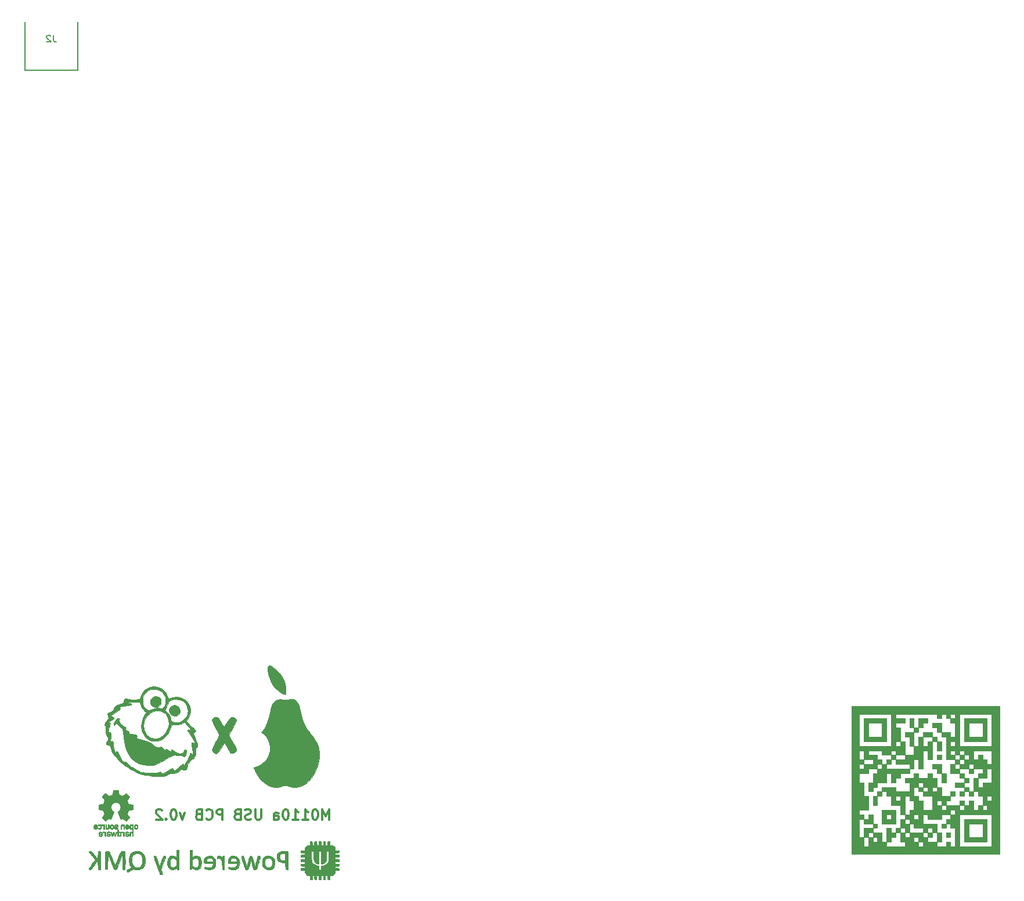
<source format=gbo>
G04 #@! TF.GenerationSoftware,KiCad,Pcbnew,(5.1.6)-1*
G04 #@! TF.CreationDate,2020-05-28T09:55:20+02:00*
G04 #@! TF.ProjectId,m0110a_qmk,6d303131-3061-45f7-916d-6b2e6b696361,rev?*
G04 #@! TF.SameCoordinates,Original*
G04 #@! TF.FileFunction,Legend,Bot*
G04 #@! TF.FilePolarity,Positive*
%FSLAX46Y46*%
G04 Gerber Fmt 4.6, Leading zero omitted, Abs format (unit mm)*
G04 Created by KiCad (PCBNEW (5.1.6)-1) date 2020-05-28 09:55:20*
%MOMM*%
%LPD*%
G01*
G04 APERTURE LIST*
%ADD10C,0.300000*%
%ADD11C,0.150000*%
%ADD12C,0.010000*%
G04 APERTURE END LIST*
D10*
X124621142Y-170604571D02*
X124621142Y-169104571D01*
X124121142Y-170176000D01*
X123621142Y-169104571D01*
X123621142Y-170604571D01*
X122621142Y-169104571D02*
X122478285Y-169104571D01*
X122335428Y-169176000D01*
X122264000Y-169247428D01*
X122192571Y-169390285D01*
X122121142Y-169676000D01*
X122121142Y-170033142D01*
X122192571Y-170318857D01*
X122264000Y-170461714D01*
X122335428Y-170533142D01*
X122478285Y-170604571D01*
X122621142Y-170604571D01*
X122764000Y-170533142D01*
X122835428Y-170461714D01*
X122906857Y-170318857D01*
X122978285Y-170033142D01*
X122978285Y-169676000D01*
X122906857Y-169390285D01*
X122835428Y-169247428D01*
X122764000Y-169176000D01*
X122621142Y-169104571D01*
X120692571Y-170604571D02*
X121549714Y-170604571D01*
X121121142Y-170604571D02*
X121121142Y-169104571D01*
X121264000Y-169318857D01*
X121406857Y-169461714D01*
X121549714Y-169533142D01*
X119264000Y-170604571D02*
X120121142Y-170604571D01*
X119692571Y-170604571D02*
X119692571Y-169104571D01*
X119835428Y-169318857D01*
X119978285Y-169461714D01*
X120121142Y-169533142D01*
X118335428Y-169104571D02*
X118192571Y-169104571D01*
X118049714Y-169176000D01*
X117978285Y-169247428D01*
X117906857Y-169390285D01*
X117835428Y-169676000D01*
X117835428Y-170033142D01*
X117906857Y-170318857D01*
X117978285Y-170461714D01*
X118049714Y-170533142D01*
X118192571Y-170604571D01*
X118335428Y-170604571D01*
X118478285Y-170533142D01*
X118549714Y-170461714D01*
X118621142Y-170318857D01*
X118692571Y-170033142D01*
X118692571Y-169676000D01*
X118621142Y-169390285D01*
X118549714Y-169247428D01*
X118478285Y-169176000D01*
X118335428Y-169104571D01*
X116549714Y-170604571D02*
X116549714Y-169818857D01*
X116621142Y-169676000D01*
X116764000Y-169604571D01*
X117049714Y-169604571D01*
X117192571Y-169676000D01*
X116549714Y-170533142D02*
X116692571Y-170604571D01*
X117049714Y-170604571D01*
X117192571Y-170533142D01*
X117264000Y-170390285D01*
X117264000Y-170247428D01*
X117192571Y-170104571D01*
X117049714Y-170033142D01*
X116692571Y-170033142D01*
X116549714Y-169961714D01*
X114692571Y-169104571D02*
X114692571Y-170318857D01*
X114621142Y-170461714D01*
X114549714Y-170533142D01*
X114406857Y-170604571D01*
X114121142Y-170604571D01*
X113978285Y-170533142D01*
X113906857Y-170461714D01*
X113835428Y-170318857D01*
X113835428Y-169104571D01*
X113192571Y-170533142D02*
X112978285Y-170604571D01*
X112621142Y-170604571D01*
X112478285Y-170533142D01*
X112406857Y-170461714D01*
X112335428Y-170318857D01*
X112335428Y-170176000D01*
X112406857Y-170033142D01*
X112478285Y-169961714D01*
X112621142Y-169890285D01*
X112906857Y-169818857D01*
X113049714Y-169747428D01*
X113121142Y-169676000D01*
X113192571Y-169533142D01*
X113192571Y-169390285D01*
X113121142Y-169247428D01*
X113049714Y-169176000D01*
X112906857Y-169104571D01*
X112549714Y-169104571D01*
X112335428Y-169176000D01*
X111192571Y-169818857D02*
X110978285Y-169890285D01*
X110906857Y-169961714D01*
X110835428Y-170104571D01*
X110835428Y-170318857D01*
X110906857Y-170461714D01*
X110978285Y-170533142D01*
X111121142Y-170604571D01*
X111692571Y-170604571D01*
X111692571Y-169104571D01*
X111192571Y-169104571D01*
X111049714Y-169176000D01*
X110978285Y-169247428D01*
X110906857Y-169390285D01*
X110906857Y-169533142D01*
X110978285Y-169676000D01*
X111049714Y-169747428D01*
X111192571Y-169818857D01*
X111692571Y-169818857D01*
X109049714Y-170604571D02*
X109049714Y-169104571D01*
X108478285Y-169104571D01*
X108335428Y-169176000D01*
X108264000Y-169247428D01*
X108192571Y-169390285D01*
X108192571Y-169604571D01*
X108264000Y-169747428D01*
X108335428Y-169818857D01*
X108478285Y-169890285D01*
X109049714Y-169890285D01*
X106692571Y-170461714D02*
X106764000Y-170533142D01*
X106978285Y-170604571D01*
X107121142Y-170604571D01*
X107335428Y-170533142D01*
X107478285Y-170390285D01*
X107549714Y-170247428D01*
X107621142Y-169961714D01*
X107621142Y-169747428D01*
X107549714Y-169461714D01*
X107478285Y-169318857D01*
X107335428Y-169176000D01*
X107121142Y-169104571D01*
X106978285Y-169104571D01*
X106764000Y-169176000D01*
X106692571Y-169247428D01*
X105549714Y-169818857D02*
X105335428Y-169890285D01*
X105264000Y-169961714D01*
X105192571Y-170104571D01*
X105192571Y-170318857D01*
X105264000Y-170461714D01*
X105335428Y-170533142D01*
X105478285Y-170604571D01*
X106049714Y-170604571D01*
X106049714Y-169104571D01*
X105549714Y-169104571D01*
X105406857Y-169176000D01*
X105335428Y-169247428D01*
X105264000Y-169390285D01*
X105264000Y-169533142D01*
X105335428Y-169676000D01*
X105406857Y-169747428D01*
X105549714Y-169818857D01*
X106049714Y-169818857D01*
X103549714Y-169604571D02*
X103192571Y-170604571D01*
X102835428Y-169604571D01*
X101978285Y-169104571D02*
X101835428Y-169104571D01*
X101692571Y-169176000D01*
X101621142Y-169247428D01*
X101549714Y-169390285D01*
X101478285Y-169676000D01*
X101478285Y-170033142D01*
X101549714Y-170318857D01*
X101621142Y-170461714D01*
X101692571Y-170533142D01*
X101835428Y-170604571D01*
X101978285Y-170604571D01*
X102121142Y-170533142D01*
X102192571Y-170461714D01*
X102264000Y-170318857D01*
X102335428Y-170033142D01*
X102335428Y-169676000D01*
X102264000Y-169390285D01*
X102192571Y-169247428D01*
X102121142Y-169176000D01*
X101978285Y-169104571D01*
X100835428Y-170461714D02*
X100764000Y-170533142D01*
X100835428Y-170604571D01*
X100906857Y-170533142D01*
X100835428Y-170461714D01*
X100835428Y-170604571D01*
X100192571Y-169247428D02*
X100121142Y-169176000D01*
X99978285Y-169104571D01*
X99621142Y-169104571D01*
X99478285Y-169176000D01*
X99406857Y-169247428D01*
X99335428Y-169390285D01*
X99335428Y-169533142D01*
X99406857Y-169747428D01*
X100264000Y-170604571D01*
X99335428Y-170604571D01*
D11*
X80224000Y-54229000D02*
X80224000Y-61229000D01*
X80224000Y-61229000D02*
X87924000Y-61229000D01*
X87924000Y-61229000D02*
X87924000Y-54229000D01*
D12*
G36*
X202565000Y-159194500D02*
G01*
X205898750Y-159194500D01*
X205898750Y-156527500D01*
X205232000Y-156527500D01*
X205232000Y-158527750D01*
X203231750Y-158527750D01*
X203231750Y-156527500D01*
X205232000Y-156527500D01*
X205898750Y-156527500D01*
X205898750Y-155860750D01*
X202565000Y-155860750D01*
X202565000Y-159194500D01*
G37*
X202565000Y-159194500D02*
X205898750Y-159194500D01*
X205898750Y-156527500D01*
X205232000Y-156527500D01*
X205232000Y-158527750D01*
X203231750Y-158527750D01*
X203231750Y-156527500D01*
X205232000Y-156527500D01*
X205898750Y-156527500D01*
X205898750Y-155860750D01*
X202565000Y-155860750D01*
X202565000Y-159194500D01*
G36*
X217233500Y-159194500D02*
G01*
X220567250Y-159194500D01*
X220567250Y-156527500D01*
X219900500Y-156527500D01*
X219900500Y-158527750D01*
X217900250Y-158527750D01*
X217900250Y-156527500D01*
X219900500Y-156527500D01*
X220567250Y-156527500D01*
X220567250Y-155860750D01*
X217233500Y-155860750D01*
X217233500Y-159194500D01*
G37*
X217233500Y-159194500D02*
X220567250Y-159194500D01*
X220567250Y-156527500D01*
X219900500Y-156527500D01*
X219900500Y-158527750D01*
X217900250Y-158527750D01*
X217900250Y-156527500D01*
X219900500Y-156527500D01*
X220567250Y-156527500D01*
X220567250Y-155860750D01*
X217233500Y-155860750D01*
X217233500Y-159194500D01*
G36*
X210566000Y-166528750D02*
G01*
X211232750Y-166528750D01*
X211232750Y-165862000D01*
X210566000Y-165862000D01*
X210566000Y-166528750D01*
G37*
X210566000Y-166528750D02*
X211232750Y-166528750D01*
X211232750Y-165862000D01*
X210566000Y-165862000D01*
X210566000Y-166528750D01*
G36*
X212566250Y-157194250D02*
G01*
X213233000Y-157194250D01*
X213233000Y-157861000D01*
X213899750Y-157861000D01*
X213899750Y-156527500D01*
X212566250Y-156527500D01*
X212566250Y-157194250D01*
G37*
X212566250Y-157194250D02*
X213233000Y-157194250D01*
X213233000Y-157861000D01*
X213899750Y-157861000D01*
X213899750Y-156527500D01*
X212566250Y-156527500D01*
X212566250Y-157194250D01*
G36*
X213233000Y-161861500D02*
G01*
X213899750Y-161861500D01*
X213899750Y-161194750D01*
X213233000Y-161194750D01*
X213233000Y-161861500D01*
G37*
X213233000Y-161861500D02*
X213899750Y-161861500D01*
X213899750Y-161194750D01*
X213233000Y-161194750D01*
X213233000Y-161861500D01*
G36*
X217900250Y-163861750D02*
G01*
X218567000Y-163861750D01*
X218567000Y-163195000D01*
X217900250Y-163195000D01*
X217900250Y-163861750D01*
G37*
X217900250Y-163861750D02*
X218567000Y-163861750D01*
X218567000Y-163195000D01*
X217900250Y-163195000D01*
X217900250Y-163861750D01*
G36*
X213899750Y-162528250D02*
G01*
X212566250Y-162528250D01*
X212566250Y-163195000D01*
X213233000Y-163195000D01*
X213233000Y-163861750D01*
X213899750Y-163861750D01*
X213899750Y-162528250D01*
G37*
X213899750Y-162528250D02*
X212566250Y-162528250D01*
X212566250Y-163195000D01*
X213233000Y-163195000D01*
X213233000Y-163861750D01*
X213899750Y-163861750D01*
X213899750Y-162528250D01*
G36*
X213899750Y-165195250D02*
G01*
X214566500Y-165195250D01*
X214566500Y-163861750D01*
X213899750Y-163861750D01*
X213899750Y-165195250D01*
G37*
X213899750Y-165195250D02*
X214566500Y-165195250D01*
X214566500Y-163861750D01*
X213899750Y-163861750D01*
X213899750Y-165195250D01*
G36*
X207232250Y-162528250D02*
G01*
X209232500Y-162528250D01*
X209232500Y-163195000D01*
X209899250Y-163195000D01*
X209899250Y-161861500D01*
X210566000Y-161861500D01*
X210566000Y-163195000D01*
X211232750Y-163195000D01*
X211232750Y-160528000D01*
X211899500Y-160528000D01*
X211899500Y-161861500D01*
X212566250Y-161861500D01*
X212566250Y-159194500D01*
X211899500Y-159194500D01*
X211899500Y-159861250D01*
X211232750Y-159861250D01*
X211232750Y-158527750D01*
X210566000Y-158527750D01*
X210566000Y-159861250D01*
X209899250Y-159861250D01*
X209899250Y-161194750D01*
X208565750Y-161194750D01*
X208565750Y-161861500D01*
X207232250Y-161861500D01*
X207232250Y-162528250D01*
G37*
X207232250Y-162528250D02*
X209232500Y-162528250D01*
X209232500Y-163195000D01*
X209899250Y-163195000D01*
X209899250Y-161861500D01*
X210566000Y-161861500D01*
X210566000Y-163195000D01*
X211232750Y-163195000D01*
X211232750Y-160528000D01*
X211899500Y-160528000D01*
X211899500Y-161861500D01*
X212566250Y-161861500D01*
X212566250Y-159194500D01*
X211899500Y-159194500D01*
X211899500Y-159861250D01*
X211232750Y-159861250D01*
X211232750Y-158527750D01*
X210566000Y-158527750D01*
X210566000Y-159861250D01*
X209899250Y-159861250D01*
X209899250Y-161194750D01*
X208565750Y-161194750D01*
X208565750Y-161861500D01*
X207232250Y-161861500D01*
X207232250Y-162528250D01*
G36*
X209899250Y-157861000D02*
G01*
X210566000Y-157861000D01*
X210566000Y-157194250D01*
X209899250Y-157194250D01*
X209899250Y-157861000D01*
G37*
X209899250Y-157861000D02*
X210566000Y-157861000D01*
X210566000Y-157194250D01*
X209899250Y-157194250D01*
X209899250Y-157861000D01*
G36*
X213233000Y-158527750D02*
G01*
X212566250Y-158527750D01*
X212566250Y-159194500D01*
X213233000Y-159194500D01*
X213233000Y-158527750D01*
G37*
X213233000Y-158527750D02*
X212566250Y-158527750D01*
X212566250Y-159194500D01*
X213233000Y-159194500D01*
X213233000Y-158527750D01*
G36*
X212566250Y-157861000D02*
G01*
X211232750Y-157861000D01*
X211232750Y-158527750D01*
X212566250Y-158527750D01*
X212566250Y-157861000D01*
G37*
X212566250Y-157861000D02*
X211232750Y-157861000D01*
X211232750Y-158527750D01*
X212566250Y-158527750D01*
X212566250Y-157861000D01*
G36*
X205232000Y-162528250D02*
G01*
X205232000Y-163195000D01*
X204565250Y-163195000D01*
X204565250Y-163861750D01*
X203898500Y-163861750D01*
X203898500Y-165195250D01*
X203231750Y-165195250D01*
X203231750Y-166528750D01*
X203898500Y-166528750D01*
X203898500Y-165862000D01*
X204565250Y-165862000D01*
X204565250Y-165195250D01*
X205898750Y-165195250D01*
X205898750Y-163861750D01*
X206565500Y-163861750D01*
X206565500Y-165195250D01*
X207232250Y-165195250D01*
X207232250Y-164528500D01*
X207899000Y-164528500D01*
X207899000Y-163861750D01*
X209232500Y-163861750D01*
X209232500Y-163195000D01*
X205898750Y-163195000D01*
X205898750Y-162528250D01*
X205232000Y-162528250D01*
G37*
X205232000Y-162528250D02*
X205232000Y-163195000D01*
X204565250Y-163195000D01*
X204565250Y-163861750D01*
X203898500Y-163861750D01*
X203898500Y-165195250D01*
X203231750Y-165195250D01*
X203231750Y-166528750D01*
X203898500Y-166528750D01*
X203898500Y-165862000D01*
X204565250Y-165862000D01*
X204565250Y-165195250D01*
X205898750Y-165195250D01*
X205898750Y-163861750D01*
X206565500Y-163861750D01*
X206565500Y-165195250D01*
X207232250Y-165195250D01*
X207232250Y-164528500D01*
X207899000Y-164528500D01*
X207899000Y-163861750D01*
X209232500Y-163861750D01*
X209232500Y-163195000D01*
X205898750Y-163195000D01*
X205898750Y-162528250D01*
X205232000Y-162528250D01*
G36*
X207232250Y-161194750D02*
G01*
X206565500Y-161194750D01*
X206565500Y-161861500D01*
X207232250Y-161861500D01*
X207232250Y-161194750D01*
G37*
X207232250Y-161194750D02*
X206565500Y-161194750D01*
X206565500Y-161861500D01*
X207232250Y-161861500D01*
X207232250Y-161194750D01*
G36*
X209899250Y-157861000D02*
G01*
X208565750Y-157861000D01*
X208565750Y-158527750D01*
X209232500Y-158527750D01*
X209232500Y-159861250D01*
X209899250Y-159861250D01*
X209899250Y-157861000D01*
G37*
X209899250Y-157861000D02*
X208565750Y-157861000D01*
X208565750Y-158527750D01*
X209232500Y-158527750D01*
X209232500Y-159861250D01*
X209899250Y-159861250D01*
X209899250Y-157861000D01*
G36*
X209899250Y-155860750D02*
G01*
X209232500Y-155860750D01*
X209232500Y-157194250D01*
X209899250Y-157194250D01*
X209899250Y-155860750D01*
G37*
X209899250Y-155860750D02*
X209232500Y-155860750D01*
X209232500Y-157194250D01*
X209899250Y-157194250D01*
X209899250Y-155860750D01*
G36*
X211232750Y-157194250D02*
G01*
X211232750Y-156527500D01*
X211899500Y-156527500D01*
X211899500Y-155860750D01*
X210566000Y-155860750D01*
X210566000Y-157194250D01*
X211232750Y-157194250D01*
G37*
X211232750Y-157194250D02*
X211232750Y-156527500D01*
X211899500Y-156527500D01*
X211899500Y-155860750D01*
X210566000Y-155860750D01*
X210566000Y-157194250D01*
X211232750Y-157194250D01*
G36*
X213233000Y-160528000D02*
G01*
X213899750Y-160528000D01*
X213899750Y-159194500D01*
X213233000Y-159194500D01*
X213233000Y-160528000D01*
G37*
X213233000Y-160528000D02*
X213899750Y-160528000D01*
X213899750Y-159194500D01*
X213233000Y-159194500D01*
X213233000Y-160528000D01*
G36*
X206565500Y-162528250D02*
G01*
X206565500Y-161861500D01*
X205898750Y-161861500D01*
X205898750Y-162528250D01*
X206565500Y-162528250D01*
G37*
X206565500Y-162528250D02*
X206565500Y-161861500D01*
X205898750Y-161861500D01*
X205898750Y-162528250D01*
X206565500Y-162528250D01*
G36*
X215233250Y-167195500D02*
G01*
X215900000Y-167195500D01*
X215900000Y-166528750D01*
X215233250Y-166528750D01*
X215233250Y-167195500D01*
G37*
X215233250Y-167195500D02*
X215900000Y-167195500D01*
X215900000Y-166528750D01*
X215233250Y-166528750D01*
X215233250Y-167195500D01*
G36*
X217900250Y-165862000D02*
G01*
X217233500Y-165862000D01*
X217233500Y-166528750D01*
X217900250Y-166528750D01*
X217900250Y-165862000D01*
G37*
X217900250Y-165862000D02*
X217233500Y-165862000D01*
X217233500Y-166528750D01*
X217900250Y-166528750D01*
X217900250Y-165862000D01*
G36*
X217233500Y-165195250D02*
G01*
X215900000Y-165195250D01*
X215900000Y-165862000D01*
X217233500Y-165862000D01*
X217233500Y-165195250D01*
G37*
X217233500Y-165195250D02*
X215900000Y-165195250D01*
X215900000Y-165862000D01*
X217233500Y-165862000D01*
X217233500Y-165195250D01*
G36*
X217900250Y-165195250D02*
G01*
X217900250Y-164528500D01*
X217233500Y-164528500D01*
X217233500Y-165195250D01*
X217900250Y-165195250D01*
G37*
X217900250Y-165195250D02*
X217900250Y-164528500D01*
X217233500Y-164528500D01*
X217233500Y-165195250D01*
X217900250Y-165195250D01*
G36*
X217233500Y-163861750D02*
G01*
X216566750Y-163861750D01*
X216566750Y-164528500D01*
X217233500Y-164528500D01*
X217233500Y-163861750D01*
G37*
X217233500Y-163861750D02*
X216566750Y-163861750D01*
X216566750Y-164528500D01*
X217233500Y-164528500D01*
X217233500Y-163861750D01*
G36*
X216566750Y-163195000D02*
G01*
X215900000Y-163195000D01*
X215900000Y-162528250D01*
X215233250Y-162528250D01*
X215233250Y-163861750D01*
X216566750Y-163861750D01*
X216566750Y-163195000D01*
G37*
X216566750Y-163195000D02*
X215900000Y-163195000D01*
X215900000Y-162528250D01*
X215233250Y-162528250D01*
X215233250Y-163861750D01*
X216566750Y-163861750D01*
X216566750Y-163195000D01*
G36*
X216566750Y-162528250D02*
G01*
X216566750Y-161861500D01*
X215900000Y-161861500D01*
X215900000Y-162528250D01*
X216566750Y-162528250D01*
G37*
X216566750Y-162528250D02*
X216566750Y-161861500D01*
X215900000Y-161861500D01*
X215900000Y-162528250D01*
X216566750Y-162528250D01*
G36*
X217233500Y-161861500D02*
G01*
X217233500Y-161194750D01*
X216566750Y-161194750D01*
X216566750Y-161861500D01*
X217233500Y-161861500D01*
G37*
X217233500Y-161861500D02*
X217233500Y-161194750D01*
X216566750Y-161194750D01*
X216566750Y-161861500D01*
X217233500Y-161861500D01*
G36*
X217900250Y-167195500D02*
G01*
X218567000Y-167195500D01*
X218567000Y-166528750D01*
X217900250Y-166528750D01*
X217900250Y-167195500D01*
G37*
X217900250Y-167195500D02*
X218567000Y-167195500D01*
X218567000Y-166528750D01*
X217900250Y-166528750D01*
X217900250Y-167195500D01*
G36*
X216566750Y-167195500D02*
G01*
X217233500Y-167195500D01*
X217233500Y-166528750D01*
X216566750Y-166528750D01*
X216566750Y-167195500D01*
G37*
X216566750Y-167195500D02*
X217233500Y-167195500D01*
X217233500Y-166528750D01*
X216566750Y-166528750D01*
X216566750Y-167195500D01*
G36*
X205232000Y-167195500D02*
G01*
X205232000Y-166528750D01*
X204565250Y-166528750D01*
X204565250Y-167195500D01*
X205232000Y-167195500D01*
G37*
X205232000Y-167195500D02*
X205232000Y-166528750D01*
X204565250Y-166528750D01*
X204565250Y-167195500D01*
X205232000Y-167195500D01*
G36*
X203898500Y-167195500D02*
G01*
X203898500Y-168529000D01*
X204565250Y-168529000D01*
X204565250Y-167195500D01*
X203898500Y-167195500D01*
G37*
X203898500Y-167195500D02*
X203898500Y-168529000D01*
X204565250Y-168529000D01*
X204565250Y-167195500D01*
X203898500Y-167195500D01*
G36*
X216566750Y-168529000D02*
G01*
X217233500Y-168529000D01*
X217233500Y-167862250D01*
X216566750Y-167862250D01*
X216566750Y-168529000D01*
G37*
X216566750Y-168529000D02*
X217233500Y-168529000D01*
X217233500Y-167862250D01*
X216566750Y-167862250D01*
X216566750Y-168529000D01*
G36*
X205232000Y-171196000D02*
G01*
X207232250Y-171196000D01*
X207232250Y-169862500D01*
X206565500Y-169862500D01*
X206565500Y-170529250D01*
X205898750Y-170529250D01*
X205898750Y-169862500D01*
X206565500Y-169862500D01*
X207232250Y-169862500D01*
X207232250Y-169195750D01*
X205232000Y-169195750D01*
X205232000Y-171196000D01*
G37*
X205232000Y-171196000D02*
X207232250Y-171196000D01*
X207232250Y-169862500D01*
X206565500Y-169862500D01*
X206565500Y-170529250D01*
X205898750Y-170529250D01*
X205898750Y-169862500D01*
X206565500Y-169862500D01*
X207232250Y-169862500D01*
X207232250Y-169195750D01*
X205232000Y-169195750D01*
X205232000Y-171196000D01*
G36*
X213899750Y-171862750D02*
G01*
X214566500Y-171862750D01*
X214566500Y-171196000D01*
X213899750Y-171196000D01*
X213899750Y-171862750D01*
G37*
X213899750Y-171862750D02*
X214566500Y-171862750D01*
X214566500Y-171196000D01*
X213899750Y-171196000D01*
X213899750Y-171862750D01*
G36*
X204565250Y-171862750D02*
G01*
X204565250Y-171196000D01*
X203898500Y-171196000D01*
X203898500Y-171862750D01*
X204565250Y-171862750D01*
G37*
X204565250Y-171862750D02*
X204565250Y-171196000D01*
X203898500Y-171196000D01*
X203898500Y-171862750D01*
X204565250Y-171862750D01*
G36*
X203898500Y-169862500D02*
G01*
X203231750Y-169862500D01*
X203231750Y-170529250D01*
X202565000Y-170529250D01*
X202565000Y-171196000D01*
X203898500Y-171196000D01*
X203898500Y-169862500D01*
G37*
X203898500Y-169862500D02*
X203231750Y-169862500D01*
X203231750Y-170529250D01*
X202565000Y-170529250D01*
X202565000Y-171196000D01*
X203898500Y-171196000D01*
X203898500Y-169862500D01*
G36*
X202565000Y-171862750D02*
G01*
X202565000Y-173196250D01*
X203231750Y-173196250D01*
X203231750Y-172529500D01*
X203898500Y-172529500D01*
X203898500Y-171862750D01*
X202565000Y-171862750D01*
G37*
X202565000Y-171862750D02*
X202565000Y-173196250D01*
X203231750Y-173196250D01*
X203231750Y-172529500D01*
X203898500Y-172529500D01*
X203898500Y-171862750D01*
X202565000Y-171862750D01*
G36*
X211899500Y-173196250D02*
G01*
X212566250Y-173196250D01*
X212566250Y-172529500D01*
X211899500Y-172529500D01*
X211899500Y-173196250D01*
G37*
X211899500Y-173196250D02*
X212566250Y-173196250D01*
X212566250Y-172529500D01*
X211899500Y-172529500D01*
X211899500Y-173196250D01*
G36*
X214566500Y-173196250D02*
G01*
X215233250Y-173196250D01*
X215233250Y-172529500D01*
X214566500Y-172529500D01*
X214566500Y-173196250D01*
G37*
X214566500Y-173196250D02*
X215233250Y-173196250D01*
X215233250Y-172529500D01*
X214566500Y-172529500D01*
X214566500Y-173196250D01*
G36*
X207899000Y-172529500D02*
G01*
X207899000Y-171862750D01*
X207232250Y-171862750D01*
X207232250Y-172529500D01*
X207899000Y-172529500D01*
G37*
X207899000Y-172529500D02*
X207899000Y-171862750D01*
X207232250Y-171862750D01*
X207232250Y-172529500D01*
X207899000Y-172529500D01*
G36*
X207899000Y-171862750D02*
G01*
X208565750Y-171862750D01*
X208565750Y-172529500D01*
X209232500Y-172529500D01*
X209232500Y-171196000D01*
X208565750Y-171196000D01*
X208565750Y-170529250D01*
X207899000Y-170529250D01*
X207899000Y-171862750D01*
G37*
X207899000Y-171862750D02*
X208565750Y-171862750D01*
X208565750Y-172529500D01*
X209232500Y-172529500D01*
X209232500Y-171196000D01*
X208565750Y-171196000D01*
X208565750Y-170529250D01*
X207899000Y-170529250D01*
X207899000Y-171862750D01*
G36*
X206565500Y-172529500D02*
G01*
X206565500Y-171862750D01*
X205898750Y-171862750D01*
X205898750Y-173863000D01*
X206565500Y-173863000D01*
X206565500Y-173196250D01*
X207232250Y-173196250D01*
X207232250Y-172529500D01*
X206565500Y-172529500D01*
G37*
X206565500Y-172529500D02*
X206565500Y-171862750D01*
X205898750Y-171862750D01*
X205898750Y-173863000D01*
X206565500Y-173863000D01*
X206565500Y-173196250D01*
X207232250Y-173196250D01*
X207232250Y-172529500D01*
X206565500Y-172529500D01*
G36*
X213233000Y-173863000D02*
G01*
X213899750Y-173863000D01*
X213899750Y-172529500D01*
X213233000Y-172529500D01*
X213233000Y-173863000D01*
G37*
X213233000Y-173863000D02*
X213899750Y-173863000D01*
X213899750Y-172529500D01*
X213233000Y-172529500D01*
X213233000Y-173863000D01*
G36*
X217233500Y-173863000D02*
G01*
X220567250Y-173863000D01*
X220567250Y-171196000D01*
X219900500Y-171196000D01*
X219900500Y-173196250D01*
X217900250Y-173196250D01*
X217900250Y-171196000D01*
X219900500Y-171196000D01*
X220567250Y-171196000D01*
X220567250Y-170529250D01*
X217233500Y-170529250D01*
X217233500Y-173863000D01*
G37*
X217233500Y-173863000D02*
X220567250Y-173863000D01*
X220567250Y-171196000D01*
X219900500Y-171196000D01*
X219900500Y-173196250D01*
X217900250Y-173196250D01*
X217900250Y-171196000D01*
X219900500Y-171196000D01*
X220567250Y-171196000D01*
X220567250Y-170529250D01*
X217233500Y-170529250D01*
X217233500Y-173863000D01*
G36*
X200787000Y-175641000D02*
G01*
X222377000Y-175641000D01*
X222377000Y-169862500D01*
X221234000Y-169862500D01*
X221234000Y-174529750D01*
X216566750Y-174529750D01*
X216566750Y-171862750D01*
X215900000Y-171862750D01*
X215900000Y-174529750D01*
X215233250Y-174529750D01*
X215233250Y-173863000D01*
X214566500Y-173863000D01*
X214566500Y-174529750D01*
X213233000Y-174529750D01*
X213233000Y-173863000D01*
X211899500Y-173863000D01*
X211232750Y-173863000D01*
X211232750Y-174529750D01*
X210566000Y-174529750D01*
X210566000Y-173863000D01*
X211232750Y-173863000D01*
X211899500Y-173863000D01*
X211899500Y-173196250D01*
X211232750Y-173196250D01*
X210566000Y-173196250D01*
X210566000Y-173863000D01*
X209899250Y-173863000D01*
X209899250Y-173196250D01*
X210566000Y-173196250D01*
X211232750Y-173196250D01*
X211232750Y-172529500D01*
X211899500Y-172529500D01*
X211899500Y-171862750D01*
X212566250Y-171862750D01*
X212566250Y-172529500D01*
X213233000Y-172529500D01*
X213233000Y-171196000D01*
X211232750Y-171196000D01*
X211232750Y-169862500D01*
X210566000Y-169862500D01*
X210566000Y-170529250D01*
X209899250Y-170529250D01*
X209899250Y-169862500D01*
X210566000Y-169862500D01*
X211232750Y-169862500D01*
X211899500Y-169862500D01*
X211899500Y-170529250D01*
X213899750Y-170529250D01*
X213899750Y-169862500D01*
X215233250Y-169862500D01*
X215233250Y-170529250D01*
X214566500Y-170529250D01*
X214566500Y-171196000D01*
X215233250Y-171196000D01*
X215233250Y-171862750D01*
X215900000Y-171862750D01*
X216566750Y-171862750D01*
X216566750Y-169862500D01*
X221234000Y-169862500D01*
X222377000Y-169862500D01*
X222377000Y-168529000D01*
X220567250Y-168529000D01*
X220567250Y-169195750D01*
X219900500Y-169195750D01*
X219900500Y-168529000D01*
X220567250Y-168529000D01*
X222377000Y-168529000D01*
X222377000Y-167195500D01*
X221234000Y-167195500D01*
X221234000Y-167862250D01*
X220567250Y-167862250D01*
X220567250Y-167195500D01*
X221234000Y-167195500D01*
X222377000Y-167195500D01*
X222377000Y-163195000D01*
X221234000Y-163195000D01*
X221234000Y-165195250D01*
X219900500Y-165195250D01*
X219900500Y-165862000D01*
X219233750Y-165862000D01*
X219233750Y-164528500D01*
X220567250Y-164528500D01*
X220567250Y-163195000D01*
X219900500Y-163195000D01*
X219900500Y-163861750D01*
X219233750Y-163861750D01*
X219233750Y-164528500D01*
X218567000Y-164528500D01*
X218567000Y-166528750D01*
X219233750Y-166528750D01*
X219233750Y-167195500D01*
X219900500Y-167195500D01*
X219900500Y-168529000D01*
X219233750Y-168529000D01*
X219233750Y-169195750D01*
X218567000Y-169195750D01*
X218567000Y-167862250D01*
X217900250Y-167862250D01*
X217900250Y-168529000D01*
X217233500Y-168529000D01*
X217233500Y-169195750D01*
X216566750Y-169195750D01*
X215900000Y-169195750D01*
X215900000Y-169862500D01*
X215233250Y-169862500D01*
X215233250Y-169195750D01*
X215900000Y-169195750D01*
X216566750Y-169195750D01*
X216566750Y-168529000D01*
X214566500Y-168529000D01*
X214566500Y-169195750D01*
X213899750Y-169195750D01*
X213899750Y-168529000D01*
X214566500Y-168529000D01*
X214566500Y-167862250D01*
X213899750Y-167862250D01*
X213899750Y-168529000D01*
X213233000Y-168529000D01*
X213233000Y-167862250D01*
X213899750Y-167862250D01*
X214566500Y-167862250D01*
X215233250Y-167862250D01*
X215233250Y-167195500D01*
X213899750Y-167195500D01*
X212566250Y-167195500D01*
X212566250Y-169195750D01*
X211232750Y-169195750D01*
X211232750Y-167862250D01*
X210566000Y-167862250D01*
X209899250Y-167862250D01*
X209899250Y-169195750D01*
X209232500Y-169195750D01*
X209232500Y-169862500D01*
X208565750Y-169862500D01*
X208565750Y-167195500D01*
X207899000Y-167195500D01*
X207899000Y-167862250D01*
X207232250Y-167862250D01*
X207232250Y-167195500D01*
X207899000Y-167195500D01*
X208565750Y-167195500D01*
X209232500Y-167195500D01*
X209232500Y-167862250D01*
X209899250Y-167862250D01*
X210566000Y-167862250D01*
X210566000Y-167195500D01*
X209899250Y-167195500D01*
X209899250Y-165862000D01*
X210566000Y-165862000D01*
X210566000Y-165195250D01*
X211232750Y-165195250D01*
X211232750Y-165862000D01*
X211899500Y-165862000D01*
X211899500Y-166528750D01*
X211232750Y-166528750D01*
X211232750Y-167195500D01*
X212566250Y-167195500D01*
X213899750Y-167195500D01*
X213899750Y-165862000D01*
X213233000Y-165862000D01*
X213233000Y-166528750D01*
X212566250Y-166528750D01*
X212566250Y-165862000D01*
X213233000Y-165862000D01*
X213233000Y-164528500D01*
X212566250Y-164528500D01*
X212566250Y-163861750D01*
X211899500Y-163861750D01*
X211899500Y-164528500D01*
X210566000Y-164528500D01*
X210566000Y-163861750D01*
X209899250Y-163861750D01*
X209899250Y-164528500D01*
X208565750Y-164528500D01*
X208565750Y-165195250D01*
X209232500Y-165195250D01*
X209232500Y-166528750D01*
X207232250Y-166528750D01*
X207232250Y-165862000D01*
X205232000Y-165862000D01*
X205232000Y-166528750D01*
X205898750Y-166528750D01*
X205898750Y-167195500D01*
X206565500Y-167195500D01*
X206565500Y-168529000D01*
X207899000Y-168529000D01*
X207899000Y-169862500D01*
X208565750Y-169862500D01*
X208565750Y-170529250D01*
X209232500Y-170529250D01*
X209232500Y-171196000D01*
X209899250Y-171196000D01*
X209899250Y-171862750D01*
X211232750Y-171862750D01*
X211232750Y-172529500D01*
X209232500Y-172529500D01*
X209232500Y-173196250D01*
X208565750Y-173196250D01*
X208565750Y-172529500D01*
X207899000Y-172529500D01*
X207899000Y-173863000D01*
X208565750Y-173863000D01*
X208565750Y-174529750D01*
X205898750Y-174529750D01*
X205898750Y-173863000D01*
X205232000Y-173863000D01*
X205232000Y-173196250D01*
X204565250Y-173196250D01*
X204565250Y-173863000D01*
X203898500Y-173863000D01*
X203898500Y-173196250D01*
X204565250Y-173196250D01*
X205232000Y-173196250D01*
X205232000Y-172529500D01*
X203898500Y-172529500D01*
X203898500Y-173196250D01*
X203231750Y-173196250D01*
X203231750Y-174529750D01*
X202565000Y-174529750D01*
X202565000Y-173196250D01*
X201898250Y-173196250D01*
X201898250Y-170529250D01*
X202565000Y-170529250D01*
X202565000Y-169862500D01*
X201898250Y-169862500D01*
X201898250Y-169195750D01*
X203231750Y-169195750D01*
X203231750Y-167195500D01*
X202565000Y-167195500D01*
X202565000Y-165195250D01*
X201898250Y-165195250D01*
X201898250Y-163861750D01*
X203231750Y-163861750D01*
X203231750Y-163195000D01*
X202565000Y-163195000D01*
X201898250Y-163195000D01*
X201898250Y-162528250D01*
X202565000Y-162528250D01*
X202565000Y-163195000D01*
X203231750Y-163195000D01*
X204565250Y-163195000D01*
X204565250Y-162528250D01*
X205232000Y-162528250D01*
X205232000Y-161861500D01*
X204565250Y-161861500D01*
X203898500Y-161861500D01*
X203898500Y-162528250D01*
X202565000Y-162528250D01*
X202565000Y-161861500D01*
X203898500Y-161861500D01*
X204565250Y-161861500D01*
X204565250Y-161194750D01*
X203231750Y-161194750D01*
X203231750Y-160528000D01*
X202565000Y-160528000D01*
X202565000Y-161861500D01*
X201898250Y-161861500D01*
X201898250Y-160528000D01*
X202565000Y-160528000D01*
X203231750Y-160528000D01*
X205232000Y-160528000D01*
X205232000Y-161194750D01*
X206565500Y-161194750D01*
X206565500Y-160528000D01*
X207232250Y-160528000D01*
X207232250Y-161194750D01*
X208565750Y-161194750D01*
X208565750Y-159194500D01*
X207899000Y-159194500D01*
X207899000Y-159861250D01*
X207232250Y-159861250D01*
X207232250Y-159194500D01*
X207899000Y-159194500D01*
X207899000Y-157194250D01*
X207232250Y-157194250D01*
X207232250Y-156527500D01*
X208565750Y-156527500D01*
X208565750Y-155860750D01*
X207232250Y-155860750D01*
X207232250Y-155194000D01*
X206565500Y-155194000D01*
X206565500Y-159861250D01*
X201898250Y-159861250D01*
X201898250Y-155194000D01*
X206565500Y-155194000D01*
X207232250Y-155194000D01*
X213233000Y-155194000D01*
X213233000Y-155860750D01*
X213899750Y-155860750D01*
X213899750Y-155194000D01*
X214566500Y-155194000D01*
X214566500Y-155860750D01*
X215233250Y-155860750D01*
X215233250Y-156527500D01*
X215900000Y-156527500D01*
X215900000Y-158527750D01*
X215233250Y-158527750D01*
X215233250Y-157861000D01*
X213899750Y-157861000D01*
X213899750Y-158527750D01*
X214566500Y-158527750D01*
X214566500Y-161861500D01*
X215900000Y-161861500D01*
X215900000Y-161194750D01*
X216566750Y-161194750D01*
X216566750Y-160528000D01*
X215900000Y-160528000D01*
X215900000Y-161194750D01*
X215233250Y-161194750D01*
X215233250Y-160528000D01*
X215900000Y-160528000D01*
X216566750Y-160528000D01*
X217233500Y-160528000D01*
X217233500Y-161194750D01*
X217900250Y-161194750D01*
X217900250Y-161861500D01*
X217233500Y-161861500D01*
X217233500Y-162528250D01*
X216566750Y-162528250D01*
X216566750Y-163195000D01*
X217900250Y-163195000D01*
X217900250Y-162528250D01*
X218567000Y-162528250D01*
X218567000Y-163195000D01*
X219900500Y-163195000D01*
X220567250Y-163195000D01*
X221234000Y-163195000D01*
X222377000Y-163195000D01*
X222377000Y-160528000D01*
X221234000Y-160528000D01*
X221234000Y-162528250D01*
X220567250Y-162528250D01*
X220567250Y-161861500D01*
X219900500Y-161861500D01*
X219900500Y-161194750D01*
X219233750Y-161194750D01*
X219233750Y-161861500D01*
X218567000Y-161861500D01*
X218567000Y-160528000D01*
X221234000Y-160528000D01*
X222377000Y-160528000D01*
X222377000Y-155194000D01*
X221234000Y-155194000D01*
X221234000Y-159861250D01*
X216566750Y-159861250D01*
X216566750Y-159194500D01*
X215900000Y-159194500D01*
X215900000Y-159861250D01*
X215233250Y-159861250D01*
X215233250Y-159194500D01*
X215900000Y-159194500D01*
X216566750Y-159194500D01*
X216566750Y-155194000D01*
X215900000Y-155194000D01*
X215900000Y-155860750D01*
X215233250Y-155860750D01*
X215233250Y-155194000D01*
X215900000Y-155194000D01*
X216566750Y-155194000D01*
X221234000Y-155194000D01*
X222377000Y-155194000D01*
X222377000Y-154051000D01*
X200787000Y-154051000D01*
X200787000Y-175641000D01*
G37*
X200787000Y-175641000D02*
X222377000Y-175641000D01*
X222377000Y-169862500D01*
X221234000Y-169862500D01*
X221234000Y-174529750D01*
X216566750Y-174529750D01*
X216566750Y-171862750D01*
X215900000Y-171862750D01*
X215900000Y-174529750D01*
X215233250Y-174529750D01*
X215233250Y-173863000D01*
X214566500Y-173863000D01*
X214566500Y-174529750D01*
X213233000Y-174529750D01*
X213233000Y-173863000D01*
X211899500Y-173863000D01*
X211232750Y-173863000D01*
X211232750Y-174529750D01*
X210566000Y-174529750D01*
X210566000Y-173863000D01*
X211232750Y-173863000D01*
X211899500Y-173863000D01*
X211899500Y-173196250D01*
X211232750Y-173196250D01*
X210566000Y-173196250D01*
X210566000Y-173863000D01*
X209899250Y-173863000D01*
X209899250Y-173196250D01*
X210566000Y-173196250D01*
X211232750Y-173196250D01*
X211232750Y-172529500D01*
X211899500Y-172529500D01*
X211899500Y-171862750D01*
X212566250Y-171862750D01*
X212566250Y-172529500D01*
X213233000Y-172529500D01*
X213233000Y-171196000D01*
X211232750Y-171196000D01*
X211232750Y-169862500D01*
X210566000Y-169862500D01*
X210566000Y-170529250D01*
X209899250Y-170529250D01*
X209899250Y-169862500D01*
X210566000Y-169862500D01*
X211232750Y-169862500D01*
X211899500Y-169862500D01*
X211899500Y-170529250D01*
X213899750Y-170529250D01*
X213899750Y-169862500D01*
X215233250Y-169862500D01*
X215233250Y-170529250D01*
X214566500Y-170529250D01*
X214566500Y-171196000D01*
X215233250Y-171196000D01*
X215233250Y-171862750D01*
X215900000Y-171862750D01*
X216566750Y-171862750D01*
X216566750Y-169862500D01*
X221234000Y-169862500D01*
X222377000Y-169862500D01*
X222377000Y-168529000D01*
X220567250Y-168529000D01*
X220567250Y-169195750D01*
X219900500Y-169195750D01*
X219900500Y-168529000D01*
X220567250Y-168529000D01*
X222377000Y-168529000D01*
X222377000Y-167195500D01*
X221234000Y-167195500D01*
X221234000Y-167862250D01*
X220567250Y-167862250D01*
X220567250Y-167195500D01*
X221234000Y-167195500D01*
X222377000Y-167195500D01*
X222377000Y-163195000D01*
X221234000Y-163195000D01*
X221234000Y-165195250D01*
X219900500Y-165195250D01*
X219900500Y-165862000D01*
X219233750Y-165862000D01*
X219233750Y-164528500D01*
X220567250Y-164528500D01*
X220567250Y-163195000D01*
X219900500Y-163195000D01*
X219900500Y-163861750D01*
X219233750Y-163861750D01*
X219233750Y-164528500D01*
X218567000Y-164528500D01*
X218567000Y-166528750D01*
X219233750Y-166528750D01*
X219233750Y-167195500D01*
X219900500Y-167195500D01*
X219900500Y-168529000D01*
X219233750Y-168529000D01*
X219233750Y-169195750D01*
X218567000Y-169195750D01*
X218567000Y-167862250D01*
X217900250Y-167862250D01*
X217900250Y-168529000D01*
X217233500Y-168529000D01*
X217233500Y-169195750D01*
X216566750Y-169195750D01*
X215900000Y-169195750D01*
X215900000Y-169862500D01*
X215233250Y-169862500D01*
X215233250Y-169195750D01*
X215900000Y-169195750D01*
X216566750Y-169195750D01*
X216566750Y-168529000D01*
X214566500Y-168529000D01*
X214566500Y-169195750D01*
X213899750Y-169195750D01*
X213899750Y-168529000D01*
X214566500Y-168529000D01*
X214566500Y-167862250D01*
X213899750Y-167862250D01*
X213899750Y-168529000D01*
X213233000Y-168529000D01*
X213233000Y-167862250D01*
X213899750Y-167862250D01*
X214566500Y-167862250D01*
X215233250Y-167862250D01*
X215233250Y-167195500D01*
X213899750Y-167195500D01*
X212566250Y-167195500D01*
X212566250Y-169195750D01*
X211232750Y-169195750D01*
X211232750Y-167862250D01*
X210566000Y-167862250D01*
X209899250Y-167862250D01*
X209899250Y-169195750D01*
X209232500Y-169195750D01*
X209232500Y-169862500D01*
X208565750Y-169862500D01*
X208565750Y-167195500D01*
X207899000Y-167195500D01*
X207899000Y-167862250D01*
X207232250Y-167862250D01*
X207232250Y-167195500D01*
X207899000Y-167195500D01*
X208565750Y-167195500D01*
X209232500Y-167195500D01*
X209232500Y-167862250D01*
X209899250Y-167862250D01*
X210566000Y-167862250D01*
X210566000Y-167195500D01*
X209899250Y-167195500D01*
X209899250Y-165862000D01*
X210566000Y-165862000D01*
X210566000Y-165195250D01*
X211232750Y-165195250D01*
X211232750Y-165862000D01*
X211899500Y-165862000D01*
X211899500Y-166528750D01*
X211232750Y-166528750D01*
X211232750Y-167195500D01*
X212566250Y-167195500D01*
X213899750Y-167195500D01*
X213899750Y-165862000D01*
X213233000Y-165862000D01*
X213233000Y-166528750D01*
X212566250Y-166528750D01*
X212566250Y-165862000D01*
X213233000Y-165862000D01*
X213233000Y-164528500D01*
X212566250Y-164528500D01*
X212566250Y-163861750D01*
X211899500Y-163861750D01*
X211899500Y-164528500D01*
X210566000Y-164528500D01*
X210566000Y-163861750D01*
X209899250Y-163861750D01*
X209899250Y-164528500D01*
X208565750Y-164528500D01*
X208565750Y-165195250D01*
X209232500Y-165195250D01*
X209232500Y-166528750D01*
X207232250Y-166528750D01*
X207232250Y-165862000D01*
X205232000Y-165862000D01*
X205232000Y-166528750D01*
X205898750Y-166528750D01*
X205898750Y-167195500D01*
X206565500Y-167195500D01*
X206565500Y-168529000D01*
X207899000Y-168529000D01*
X207899000Y-169862500D01*
X208565750Y-169862500D01*
X208565750Y-170529250D01*
X209232500Y-170529250D01*
X209232500Y-171196000D01*
X209899250Y-171196000D01*
X209899250Y-171862750D01*
X211232750Y-171862750D01*
X211232750Y-172529500D01*
X209232500Y-172529500D01*
X209232500Y-173196250D01*
X208565750Y-173196250D01*
X208565750Y-172529500D01*
X207899000Y-172529500D01*
X207899000Y-173863000D01*
X208565750Y-173863000D01*
X208565750Y-174529750D01*
X205898750Y-174529750D01*
X205898750Y-173863000D01*
X205232000Y-173863000D01*
X205232000Y-173196250D01*
X204565250Y-173196250D01*
X204565250Y-173863000D01*
X203898500Y-173863000D01*
X203898500Y-173196250D01*
X204565250Y-173196250D01*
X205232000Y-173196250D01*
X205232000Y-172529500D01*
X203898500Y-172529500D01*
X203898500Y-173196250D01*
X203231750Y-173196250D01*
X203231750Y-174529750D01*
X202565000Y-174529750D01*
X202565000Y-173196250D01*
X201898250Y-173196250D01*
X201898250Y-170529250D01*
X202565000Y-170529250D01*
X202565000Y-169862500D01*
X201898250Y-169862500D01*
X201898250Y-169195750D01*
X203231750Y-169195750D01*
X203231750Y-167195500D01*
X202565000Y-167195500D01*
X202565000Y-165195250D01*
X201898250Y-165195250D01*
X201898250Y-163861750D01*
X203231750Y-163861750D01*
X203231750Y-163195000D01*
X202565000Y-163195000D01*
X201898250Y-163195000D01*
X201898250Y-162528250D01*
X202565000Y-162528250D01*
X202565000Y-163195000D01*
X203231750Y-163195000D01*
X204565250Y-163195000D01*
X204565250Y-162528250D01*
X205232000Y-162528250D01*
X205232000Y-161861500D01*
X204565250Y-161861500D01*
X203898500Y-161861500D01*
X203898500Y-162528250D01*
X202565000Y-162528250D01*
X202565000Y-161861500D01*
X203898500Y-161861500D01*
X204565250Y-161861500D01*
X204565250Y-161194750D01*
X203231750Y-161194750D01*
X203231750Y-160528000D01*
X202565000Y-160528000D01*
X202565000Y-161861500D01*
X201898250Y-161861500D01*
X201898250Y-160528000D01*
X202565000Y-160528000D01*
X203231750Y-160528000D01*
X205232000Y-160528000D01*
X205232000Y-161194750D01*
X206565500Y-161194750D01*
X206565500Y-160528000D01*
X207232250Y-160528000D01*
X207232250Y-161194750D01*
X208565750Y-161194750D01*
X208565750Y-159194500D01*
X207899000Y-159194500D01*
X207899000Y-159861250D01*
X207232250Y-159861250D01*
X207232250Y-159194500D01*
X207899000Y-159194500D01*
X207899000Y-157194250D01*
X207232250Y-157194250D01*
X207232250Y-156527500D01*
X208565750Y-156527500D01*
X208565750Y-155860750D01*
X207232250Y-155860750D01*
X207232250Y-155194000D01*
X206565500Y-155194000D01*
X206565500Y-159861250D01*
X201898250Y-159861250D01*
X201898250Y-155194000D01*
X206565500Y-155194000D01*
X207232250Y-155194000D01*
X213233000Y-155194000D01*
X213233000Y-155860750D01*
X213899750Y-155860750D01*
X213899750Y-155194000D01*
X214566500Y-155194000D01*
X214566500Y-155860750D01*
X215233250Y-155860750D01*
X215233250Y-156527500D01*
X215900000Y-156527500D01*
X215900000Y-158527750D01*
X215233250Y-158527750D01*
X215233250Y-157861000D01*
X213899750Y-157861000D01*
X213899750Y-158527750D01*
X214566500Y-158527750D01*
X214566500Y-161861500D01*
X215900000Y-161861500D01*
X215900000Y-161194750D01*
X216566750Y-161194750D01*
X216566750Y-160528000D01*
X215900000Y-160528000D01*
X215900000Y-161194750D01*
X215233250Y-161194750D01*
X215233250Y-160528000D01*
X215900000Y-160528000D01*
X216566750Y-160528000D01*
X217233500Y-160528000D01*
X217233500Y-161194750D01*
X217900250Y-161194750D01*
X217900250Y-161861500D01*
X217233500Y-161861500D01*
X217233500Y-162528250D01*
X216566750Y-162528250D01*
X216566750Y-163195000D01*
X217900250Y-163195000D01*
X217900250Y-162528250D01*
X218567000Y-162528250D01*
X218567000Y-163195000D01*
X219900500Y-163195000D01*
X220567250Y-163195000D01*
X221234000Y-163195000D01*
X222377000Y-163195000D01*
X222377000Y-160528000D01*
X221234000Y-160528000D01*
X221234000Y-162528250D01*
X220567250Y-162528250D01*
X220567250Y-161861500D01*
X219900500Y-161861500D01*
X219900500Y-161194750D01*
X219233750Y-161194750D01*
X219233750Y-161861500D01*
X218567000Y-161861500D01*
X218567000Y-160528000D01*
X221234000Y-160528000D01*
X222377000Y-160528000D01*
X222377000Y-155194000D01*
X221234000Y-155194000D01*
X221234000Y-159861250D01*
X216566750Y-159861250D01*
X216566750Y-159194500D01*
X215900000Y-159194500D01*
X215900000Y-159861250D01*
X215233250Y-159861250D01*
X215233250Y-159194500D01*
X215900000Y-159194500D01*
X216566750Y-159194500D01*
X216566750Y-155194000D01*
X215900000Y-155194000D01*
X215900000Y-155860750D01*
X215233250Y-155860750D01*
X215233250Y-155194000D01*
X215900000Y-155194000D01*
X216566750Y-155194000D01*
X221234000Y-155194000D01*
X222377000Y-155194000D01*
X222377000Y-154051000D01*
X200787000Y-154051000D01*
X200787000Y-175641000D01*
G36*
X118882009Y-153039096D02*
G01*
X118624468Y-153078857D01*
X118314667Y-153094736D01*
X117912191Y-153087413D01*
X117460199Y-153063016D01*
X117051572Y-153092162D01*
X116717379Y-153243567D01*
X116449250Y-153527118D01*
X116238818Y-153952705D01*
X116077715Y-154530214D01*
X116035638Y-154746341D01*
X115819042Y-155705892D01*
X115533257Y-156530400D01*
X115169212Y-157243120D01*
X114915415Y-157618770D01*
X114717570Y-157884540D01*
X115056163Y-158152711D01*
X115348937Y-158459301D01*
X115621895Y-158886338D01*
X115672878Y-158985827D01*
X115820025Y-159307228D01*
X115904199Y-159573136D01*
X115942243Y-159858884D01*
X115951000Y-160229887D01*
X115940396Y-160619541D01*
X115899016Y-160911566D01*
X115812507Y-161176868D01*
X115717137Y-161385211D01*
X115419625Y-161855172D01*
X115029008Y-162275800D01*
X114590332Y-162604551D01*
X114255282Y-162765800D01*
X113983642Y-162862651D01*
X113759571Y-162943210D01*
X113681803Y-162971543D01*
X113612985Y-163012235D01*
X113596885Y-163087755D01*
X113641115Y-163230781D01*
X113753286Y-163473988D01*
X113839228Y-163647367D01*
X114193663Y-164236530D01*
X114633211Y-164779981D01*
X115121398Y-165238992D01*
X115621751Y-165574836D01*
X115684628Y-165606862D01*
X116196236Y-165820282D01*
X116641790Y-165914415D01*
X117070344Y-165894168D01*
X117472066Y-165785739D01*
X117836582Y-165670462D01*
X118129007Y-165622014D01*
X118416172Y-165640062D01*
X118764909Y-165724275D01*
X118943043Y-165778426D01*
X119310121Y-165883931D01*
X119586988Y-165928969D01*
X119841014Y-165915060D01*
X120139568Y-165843723D01*
X120258503Y-165808097D01*
X120904411Y-165524484D01*
X121486412Y-165102966D01*
X121995995Y-164565654D01*
X122424652Y-163934659D01*
X122763872Y-163232090D01*
X123005146Y-162480058D01*
X123139965Y-161700673D01*
X123159820Y-160916046D01*
X123056201Y-160148287D01*
X122820598Y-159419507D01*
X122764591Y-159296426D01*
X122598116Y-159005900D01*
X122353776Y-158650686D01*
X122071856Y-158287397D01*
X121921115Y-158111093D01*
X121595511Y-157725818D01*
X121324533Y-157353483D01*
X121096048Y-156966141D01*
X120897926Y-156535849D01*
X120718037Y-156034661D01*
X120544249Y-155434632D01*
X120364431Y-154707817D01*
X120275851Y-154320992D01*
X120184164Y-153988207D01*
X120073070Y-153689652D01*
X119976415Y-153505930D01*
X119692250Y-153229649D01*
X119336211Y-153061850D01*
X118963771Y-153026198D01*
X118882009Y-153039096D01*
G37*
X118882009Y-153039096D02*
X118624468Y-153078857D01*
X118314667Y-153094736D01*
X117912191Y-153087413D01*
X117460199Y-153063016D01*
X117051572Y-153092162D01*
X116717379Y-153243567D01*
X116449250Y-153527118D01*
X116238818Y-153952705D01*
X116077715Y-154530214D01*
X116035638Y-154746341D01*
X115819042Y-155705892D01*
X115533257Y-156530400D01*
X115169212Y-157243120D01*
X114915415Y-157618770D01*
X114717570Y-157884540D01*
X115056163Y-158152711D01*
X115348937Y-158459301D01*
X115621895Y-158886338D01*
X115672878Y-158985827D01*
X115820025Y-159307228D01*
X115904199Y-159573136D01*
X115942243Y-159858884D01*
X115951000Y-160229887D01*
X115940396Y-160619541D01*
X115899016Y-160911566D01*
X115812507Y-161176868D01*
X115717137Y-161385211D01*
X115419625Y-161855172D01*
X115029008Y-162275800D01*
X114590332Y-162604551D01*
X114255282Y-162765800D01*
X113983642Y-162862651D01*
X113759571Y-162943210D01*
X113681803Y-162971543D01*
X113612985Y-163012235D01*
X113596885Y-163087755D01*
X113641115Y-163230781D01*
X113753286Y-163473988D01*
X113839228Y-163647367D01*
X114193663Y-164236530D01*
X114633211Y-164779981D01*
X115121398Y-165238992D01*
X115621751Y-165574836D01*
X115684628Y-165606862D01*
X116196236Y-165820282D01*
X116641790Y-165914415D01*
X117070344Y-165894168D01*
X117472066Y-165785739D01*
X117836582Y-165670462D01*
X118129007Y-165622014D01*
X118416172Y-165640062D01*
X118764909Y-165724275D01*
X118943043Y-165778426D01*
X119310121Y-165883931D01*
X119586988Y-165928969D01*
X119841014Y-165915060D01*
X120139568Y-165843723D01*
X120258503Y-165808097D01*
X120904411Y-165524484D01*
X121486412Y-165102966D01*
X121995995Y-164565654D01*
X122424652Y-163934659D01*
X122763872Y-163232090D01*
X123005146Y-162480058D01*
X123139965Y-161700673D01*
X123159820Y-160916046D01*
X123056201Y-160148287D01*
X122820598Y-159419507D01*
X122764591Y-159296426D01*
X122598116Y-159005900D01*
X122353776Y-158650686D01*
X122071856Y-158287397D01*
X121921115Y-158111093D01*
X121595511Y-157725818D01*
X121324533Y-157353483D01*
X121096048Y-156966141D01*
X120897926Y-156535849D01*
X120718037Y-156034661D01*
X120544249Y-155434632D01*
X120364431Y-154707817D01*
X120275851Y-154320992D01*
X120184164Y-153988207D01*
X120073070Y-153689652D01*
X119976415Y-153505930D01*
X119692250Y-153229649D01*
X119336211Y-153061850D01*
X118963771Y-153026198D01*
X118882009Y-153039096D01*
G36*
X98484503Y-151280221D02*
G01*
X97981610Y-151496584D01*
X97703456Y-151694906D01*
X97514243Y-151903394D01*
X97321263Y-152193050D01*
X97156155Y-152506423D01*
X97050560Y-152786059D01*
X97028827Y-152919913D01*
X96950736Y-153005948D01*
X96743380Y-153068112D01*
X96445398Y-153104495D01*
X96095427Y-153113188D01*
X95732107Y-153092282D01*
X95394075Y-153039868D01*
X95265631Y-153007023D01*
X94958992Y-152935847D01*
X94774832Y-152957050D01*
X94684337Y-153086955D01*
X94658694Y-153341884D01*
X94658630Y-153350887D01*
X94619663Y-153532994D01*
X94472581Y-153620322D01*
X94424500Y-153631926D01*
X93994277Y-153754950D01*
X93627875Y-153918361D01*
X93350695Y-154104870D01*
X93188138Y-154297190D01*
X93165602Y-154478035D01*
X93168671Y-154486633D01*
X93136763Y-154614335D01*
X92990258Y-154763481D01*
X92774018Y-154898534D01*
X92543764Y-154981653D01*
X92320397Y-155081862D01*
X92247141Y-155254835D01*
X92322326Y-155506093D01*
X92362962Y-155579825D01*
X92461027Y-155768529D01*
X92464744Y-155865081D01*
X92406743Y-155904608D01*
X92297067Y-155997972D01*
X92142346Y-156189378D01*
X92029035Y-156355601D01*
X91886436Y-156586977D01*
X91827934Y-156722415D01*
X91845636Y-156808141D01*
X91931645Y-156890382D01*
X91936957Y-156894712D01*
X92048659Y-157043692D01*
X92026315Y-157148712D01*
X91968371Y-157340431D01*
X91962305Y-157608911D01*
X91998838Y-157906340D01*
X92068691Y-158184909D01*
X92162585Y-158396804D01*
X92271240Y-158494217D01*
X92287803Y-158496000D01*
X92359878Y-158564068D01*
X92369046Y-158732509D01*
X92322773Y-158947682D01*
X92228530Y-159155944D01*
X92187759Y-159214541D01*
X92070498Y-159443489D01*
X92111428Y-159618073D01*
X92304753Y-159726149D01*
X92443372Y-159750198D01*
X92631949Y-159792178D01*
X92703566Y-159898130D01*
X92711860Y-160004198D01*
X92748203Y-160221946D01*
X92837163Y-160496572D01*
X92878247Y-160594166D01*
X93041918Y-160883674D01*
X93285534Y-161226875D01*
X93582471Y-161594742D01*
X93906105Y-161958246D01*
X94229812Y-162288361D01*
X94526967Y-162556060D01*
X94770945Y-162732314D01*
X94886442Y-162783610D01*
X95083711Y-162874540D01*
X95308318Y-163033318D01*
X95353480Y-163072722D01*
X95576084Y-163240464D01*
X95795643Y-163353127D01*
X95833662Y-163364757D01*
X96032473Y-163443474D01*
X96292466Y-163582549D01*
X96433673Y-163670522D01*
X96859430Y-163899455D01*
X97324341Y-164064008D01*
X97768479Y-164146696D01*
X98056083Y-164143917D01*
X98276774Y-164134739D01*
X98417417Y-164166577D01*
X98432607Y-164180975D01*
X98536786Y-164221935D01*
X98760979Y-164250693D01*
X99046457Y-164260870D01*
X99412523Y-164266485D01*
X99775006Y-164282003D01*
X99991333Y-164298238D01*
X100459848Y-164272580D01*
X100711000Y-164196056D01*
X100961982Y-164082754D01*
X101166742Y-163974997D01*
X101203991Y-163951654D01*
X101399799Y-163890224D01*
X101665423Y-163889028D01*
X101677045Y-163890516D01*
X102075974Y-163860755D01*
X102488164Y-163673969D01*
X102799300Y-163430392D01*
X102966945Y-163295225D01*
X103114374Y-163264655D01*
X103326812Y-163319078D01*
X103576169Y-163380888D01*
X103719827Y-163340254D01*
X103799884Y-163171189D01*
X103833370Y-163006377D01*
X103918295Y-162721401D01*
X104066252Y-162414275D01*
X104249674Y-162126127D01*
X104440995Y-161898079D01*
X104612648Y-161771259D01*
X104670119Y-161758079D01*
X104798619Y-161721398D01*
X104901748Y-161590957D01*
X105007653Y-161332334D01*
X105093025Y-160992688D01*
X105134699Y-160633020D01*
X105134653Y-160505768D01*
X105133861Y-160249752D01*
X105175432Y-160114014D01*
X105271843Y-160052386D01*
X105379897Y-159935950D01*
X105396596Y-159696574D01*
X105349307Y-159469667D01*
X104982902Y-159469667D01*
X104972074Y-159586317D01*
X104918486Y-159554212D01*
X104868807Y-159490834D01*
X104714107Y-159369917D01*
X104607890Y-159342667D01*
X104543793Y-159343386D01*
X104504751Y-159364015D01*
X104491891Y-159432258D01*
X104506341Y-159575821D01*
X104549228Y-159822409D01*
X104621680Y-160199728D01*
X104648374Y-160337521D01*
X104694159Y-160637044D01*
X104710211Y-160883567D01*
X104697054Y-161006684D01*
X104645157Y-161096090D01*
X104575257Y-161050565D01*
X104525593Y-160985629D01*
X104402426Y-160883245D01*
X104307771Y-160945098D01*
X104246630Y-161167734D01*
X104245019Y-161179434D01*
X104142502Y-161522501D01*
X103931285Y-161920823D01*
X103750617Y-162181530D01*
X103595069Y-162413062D01*
X103478661Y-162631598D01*
X103472199Y-162647197D01*
X103411551Y-162786989D01*
X103388810Y-162774359D01*
X103383367Y-162670830D01*
X103341022Y-162482256D01*
X103231781Y-162447792D01*
X103059288Y-162567604D01*
X102979126Y-162652244D01*
X102783695Y-162850514D01*
X102541060Y-163065210D01*
X102291556Y-163264458D01*
X102075514Y-163416379D01*
X101933268Y-163489098D01*
X101917433Y-163491334D01*
X101870057Y-163429745D01*
X101882242Y-163370524D01*
X101864933Y-163221032D01*
X101808652Y-163150165D01*
X101710914Y-163113655D01*
X101569499Y-163159414D01*
X101348185Y-163301339D01*
X101273312Y-163355540D01*
X100993336Y-163546474D01*
X100717513Y-163711450D01*
X100572794Y-163784252D01*
X100346743Y-163868188D01*
X100171417Y-163908914D01*
X100086198Y-163900162D01*
X100103488Y-163858957D01*
X100106989Y-163756642D01*
X100070230Y-163696048D01*
X99975645Y-163635991D01*
X99822647Y-163659702D01*
X99692733Y-163709404D01*
X99479391Y-163757176D01*
X99142315Y-163786818D01*
X98726049Y-163799074D01*
X98275138Y-163794689D01*
X97834124Y-163774408D01*
X97447554Y-163738977D01*
X97159970Y-163689141D01*
X97083722Y-163665757D01*
X96889545Y-163568675D01*
X96622182Y-163406410D01*
X96371583Y-163236527D01*
X96111770Y-163064989D01*
X95888902Y-162943382D01*
X95754416Y-162898667D01*
X95624863Y-162836873D01*
X95441222Y-162677184D01*
X95295182Y-162515615D01*
X95087772Y-162286620D01*
X94925124Y-162175675D01*
X94765854Y-162155046D01*
X94758255Y-162155781D01*
X94610757Y-162143704D01*
X94476095Y-162052142D01*
X94314705Y-161850285D01*
X94255694Y-161764404D01*
X94079117Y-161460754D01*
X93935079Y-161140438D01*
X93883372Y-160981238D01*
X93800814Y-160749503D01*
X93706076Y-160623427D01*
X93673616Y-160612667D01*
X93567551Y-160661768D01*
X93556667Y-160697334D01*
X93491665Y-160778856D01*
X93467680Y-160782000D01*
X93362978Y-160704573D01*
X93264344Y-160500915D01*
X93185345Y-160213963D01*
X93139546Y-159886656D01*
X93133333Y-159723729D01*
X93104057Y-159402863D01*
X93022790Y-159212831D01*
X92899375Y-159166626D01*
X92772042Y-159246758D01*
X92642169Y-159341142D01*
X92595719Y-159299481D01*
X92643367Y-159138637D01*
X92669606Y-159084917D01*
X92766424Y-158742931D01*
X92777613Y-158344084D01*
X92755998Y-158067837D01*
X92715582Y-157918067D01*
X92637472Y-157851914D01*
X92552157Y-157832677D01*
X92425588Y-157797437D01*
X92381692Y-157706828D01*
X92399269Y-157509246D01*
X92404804Y-157474008D01*
X92480730Y-157163054D01*
X92592518Y-156861022D01*
X92598989Y-156847228D01*
X92683993Y-156607630D01*
X92660236Y-156485568D01*
X92532367Y-156489511D01*
X92430983Y-156541295D01*
X92337519Y-156588327D01*
X92357026Y-156541418D01*
X92487113Y-156396075D01*
X92706815Y-156201434D01*
X92936363Y-156053751D01*
X92973947Y-156036547D01*
X93169524Y-155909451D01*
X93199430Y-155772740D01*
X93064141Y-155647114D01*
X92964000Y-155604647D01*
X92762758Y-155509556D01*
X92730206Y-155419455D01*
X92866059Y-155328326D01*
X92949390Y-155296447D01*
X93173976Y-155180960D01*
X93408719Y-155008062D01*
X93436223Y-154983308D01*
X93666573Y-154795352D01*
X93899735Y-154642063D01*
X93921900Y-154630177D01*
X94088035Y-154501992D01*
X94112749Y-154388740D01*
X94000211Y-154327048D01*
X93887463Y-154327652D01*
X93754392Y-154338421D01*
X93759395Y-154311312D01*
X93907285Y-154224063D01*
X93910223Y-154222404D01*
X94092888Y-154155729D01*
X94392995Y-154083971D01*
X94759450Y-154018461D01*
X94950229Y-153991763D01*
X95336039Y-153937836D01*
X95579008Y-153888611D01*
X95705174Y-153836382D01*
X95740572Y-153773442D01*
X95738950Y-153758344D01*
X95643289Y-153653785D01*
X95460943Y-153599985D01*
X95226311Y-153564427D01*
X95151435Y-153528895D01*
X95226758Y-153495937D01*
X95442723Y-153468100D01*
X95789769Y-153447933D01*
X96059178Y-153440532D01*
X96478000Y-153435111D01*
X96755907Y-153439740D01*
X96921203Y-153458260D01*
X97002193Y-153494516D01*
X97027183Y-153552350D01*
X97028000Y-153572074D01*
X97077194Y-153786138D01*
X97203491Y-154072781D01*
X97374969Y-154375022D01*
X97559703Y-154635875D01*
X97708159Y-154786144D01*
X97945003Y-154961250D01*
X97702942Y-155295404D01*
X97398598Y-155847698D01*
X97215486Y-156473489D01*
X97169394Y-157014836D01*
X97250962Y-157602061D01*
X97463300Y-158119962D01*
X97785658Y-158551796D01*
X98197284Y-158880819D01*
X98677429Y-159090287D01*
X99205341Y-159163457D01*
X99740256Y-159089252D01*
X100282396Y-158853696D01*
X100759538Y-158477992D01*
X101149625Y-157985789D01*
X101430596Y-157400739D01*
X101489411Y-157213893D01*
X101622725Y-156736118D01*
X102098196Y-156778229D01*
X102499945Y-156780956D01*
X102876020Y-156698049D01*
X103039333Y-156639159D01*
X103112922Y-156610527D01*
X101211546Y-156610527D01*
X101121519Y-157135364D01*
X100916892Y-157633965D01*
X100611885Y-158076652D01*
X100220718Y-158433745D01*
X99757608Y-158675565D01*
X99483333Y-158747644D01*
X99096861Y-158765788D01*
X98700113Y-158705529D01*
X98425000Y-158602777D01*
X98033083Y-158298348D01*
X97750466Y-157888522D01*
X97584019Y-157402741D01*
X97540615Y-156870449D01*
X97627126Y-156321090D01*
X97792564Y-155892950D01*
X98112545Y-155401349D01*
X98502882Y-155036510D01*
X98940083Y-154800579D01*
X99400652Y-154695701D01*
X99861095Y-154724022D01*
X100297919Y-154887688D01*
X100687628Y-155188844D01*
X100990928Y-155600866D01*
X101172756Y-156089135D01*
X101211546Y-156610527D01*
X103112922Y-156610527D01*
X103505000Y-156457978D01*
X103988525Y-156990156D01*
X104239554Y-157283436D01*
X104366709Y-157473264D01*
X104369154Y-157557079D01*
X104246055Y-157532319D01*
X104149832Y-157485262D01*
X103986642Y-157432211D01*
X103928793Y-157492235D01*
X103975019Y-157646844D01*
X104124053Y-157877551D01*
X104181679Y-157950397D01*
X104400060Y-158248350D01*
X104612509Y-158591513D01*
X104795840Y-158935920D01*
X104926866Y-159237605D01*
X104982402Y-159452603D01*
X104982902Y-159469667D01*
X105349307Y-159469667D01*
X105324789Y-159352029D01*
X105167324Y-158920084D01*
X105048338Y-158658115D01*
X104747987Y-158035553D01*
X104951178Y-157847242D01*
X105093807Y-157653939D01*
X105071449Y-157482877D01*
X104882054Y-157323311D01*
X104847687Y-157304255D01*
X104686633Y-157183967D01*
X104465045Y-156975676D01*
X104229014Y-156722928D01*
X104213435Y-156705035D01*
X103793848Y-156220699D01*
X104067466Y-155735875D01*
X104286823Y-155192214D01*
X104340710Y-154712362D01*
X103988344Y-154712362D01*
X103954615Y-155139098D01*
X103846512Y-155476165D01*
X103638419Y-155796056D01*
X103580331Y-155866987D01*
X103189834Y-156205842D01*
X102718036Y-156403107D01*
X102186069Y-156452031D01*
X101872361Y-156412639D01*
X101705209Y-156355909D01*
X101603552Y-156237357D01*
X101526269Y-156006279D01*
X101518672Y-155976516D01*
X101367042Y-155509274D01*
X101159540Y-155142008D01*
X100918818Y-154864510D01*
X100656025Y-154601717D01*
X100881299Y-154114692D01*
X101010381Y-153837737D01*
X101117826Y-153610934D01*
X101171725Y-153500667D01*
X101357438Y-153301547D01*
X101428935Y-153265114D01*
X100751941Y-153265114D01*
X100714337Y-153614214D01*
X100616446Y-153935221D01*
X100477376Y-154190228D01*
X100316232Y-154341331D01*
X100197736Y-154364580D01*
X99621939Y-154327057D01*
X99086049Y-154387264D01*
X98657595Y-154532348D01*
X98368087Y-154655775D01*
X98157948Y-154669982D01*
X97971074Y-154567343D01*
X97821071Y-154418608D01*
X97545485Y-154040418D01*
X97404595Y-153635992D01*
X97380236Y-153151099D01*
X97382625Y-153109577D01*
X97419950Y-152769897D01*
X97495936Y-152526392D01*
X97635295Y-152306478D01*
X97671713Y-152260461D01*
X97987170Y-151918384D01*
X98289996Y-151706596D01*
X98626637Y-151596691D01*
X98794936Y-151573529D01*
X99294477Y-151563313D01*
X99694596Y-151650176D01*
X100043056Y-151847468D01*
X100178662Y-151960284D01*
X100502333Y-152318374D01*
X100685160Y-152703053D01*
X100750761Y-153168086D01*
X100751941Y-153265114D01*
X101428935Y-153265114D01*
X101662759Y-153145964D01*
X102039590Y-153054045D01*
X102277833Y-153037822D01*
X102791238Y-153113963D01*
X103242273Y-153326777D01*
X103607021Y-153652853D01*
X103861569Y-154068777D01*
X103982000Y-154551138D01*
X103988344Y-154712362D01*
X104340710Y-154712362D01*
X104348550Y-154642553D01*
X104259107Y-154112426D01*
X104024954Y-153627367D01*
X103652552Y-153212912D01*
X103379615Y-153017272D01*
X102874134Y-152779970D01*
X102366206Y-152690187D01*
X101827772Y-152747131D01*
X101230772Y-152950011D01*
X101216558Y-152956201D01*
X101144010Y-152906386D01*
X101058560Y-152736737D01*
X101018661Y-152619079D01*
X100790981Y-152120238D01*
X100448854Y-151721480D01*
X100019712Y-151430452D01*
X99530985Y-151254802D01*
X99010105Y-151202176D01*
X98484503Y-151280221D01*
G37*
X98484503Y-151280221D02*
X97981610Y-151496584D01*
X97703456Y-151694906D01*
X97514243Y-151903394D01*
X97321263Y-152193050D01*
X97156155Y-152506423D01*
X97050560Y-152786059D01*
X97028827Y-152919913D01*
X96950736Y-153005948D01*
X96743380Y-153068112D01*
X96445398Y-153104495D01*
X96095427Y-153113188D01*
X95732107Y-153092282D01*
X95394075Y-153039868D01*
X95265631Y-153007023D01*
X94958992Y-152935847D01*
X94774832Y-152957050D01*
X94684337Y-153086955D01*
X94658694Y-153341884D01*
X94658630Y-153350887D01*
X94619663Y-153532994D01*
X94472581Y-153620322D01*
X94424500Y-153631926D01*
X93994277Y-153754950D01*
X93627875Y-153918361D01*
X93350695Y-154104870D01*
X93188138Y-154297190D01*
X93165602Y-154478035D01*
X93168671Y-154486633D01*
X93136763Y-154614335D01*
X92990258Y-154763481D01*
X92774018Y-154898534D01*
X92543764Y-154981653D01*
X92320397Y-155081862D01*
X92247141Y-155254835D01*
X92322326Y-155506093D01*
X92362962Y-155579825D01*
X92461027Y-155768529D01*
X92464744Y-155865081D01*
X92406743Y-155904608D01*
X92297067Y-155997972D01*
X92142346Y-156189378D01*
X92029035Y-156355601D01*
X91886436Y-156586977D01*
X91827934Y-156722415D01*
X91845636Y-156808141D01*
X91931645Y-156890382D01*
X91936957Y-156894712D01*
X92048659Y-157043692D01*
X92026315Y-157148712D01*
X91968371Y-157340431D01*
X91962305Y-157608911D01*
X91998838Y-157906340D01*
X92068691Y-158184909D01*
X92162585Y-158396804D01*
X92271240Y-158494217D01*
X92287803Y-158496000D01*
X92359878Y-158564068D01*
X92369046Y-158732509D01*
X92322773Y-158947682D01*
X92228530Y-159155944D01*
X92187759Y-159214541D01*
X92070498Y-159443489D01*
X92111428Y-159618073D01*
X92304753Y-159726149D01*
X92443372Y-159750198D01*
X92631949Y-159792178D01*
X92703566Y-159898130D01*
X92711860Y-160004198D01*
X92748203Y-160221946D01*
X92837163Y-160496572D01*
X92878247Y-160594166D01*
X93041918Y-160883674D01*
X93285534Y-161226875D01*
X93582471Y-161594742D01*
X93906105Y-161958246D01*
X94229812Y-162288361D01*
X94526967Y-162556060D01*
X94770945Y-162732314D01*
X94886442Y-162783610D01*
X95083711Y-162874540D01*
X95308318Y-163033318D01*
X95353480Y-163072722D01*
X95576084Y-163240464D01*
X95795643Y-163353127D01*
X95833662Y-163364757D01*
X96032473Y-163443474D01*
X96292466Y-163582549D01*
X96433673Y-163670522D01*
X96859430Y-163899455D01*
X97324341Y-164064008D01*
X97768479Y-164146696D01*
X98056083Y-164143917D01*
X98276774Y-164134739D01*
X98417417Y-164166577D01*
X98432607Y-164180975D01*
X98536786Y-164221935D01*
X98760979Y-164250693D01*
X99046457Y-164260870D01*
X99412523Y-164266485D01*
X99775006Y-164282003D01*
X99991333Y-164298238D01*
X100459848Y-164272580D01*
X100711000Y-164196056D01*
X100961982Y-164082754D01*
X101166742Y-163974997D01*
X101203991Y-163951654D01*
X101399799Y-163890224D01*
X101665423Y-163889028D01*
X101677045Y-163890516D01*
X102075974Y-163860755D01*
X102488164Y-163673969D01*
X102799300Y-163430392D01*
X102966945Y-163295225D01*
X103114374Y-163264655D01*
X103326812Y-163319078D01*
X103576169Y-163380888D01*
X103719827Y-163340254D01*
X103799884Y-163171189D01*
X103833370Y-163006377D01*
X103918295Y-162721401D01*
X104066252Y-162414275D01*
X104249674Y-162126127D01*
X104440995Y-161898079D01*
X104612648Y-161771259D01*
X104670119Y-161758079D01*
X104798619Y-161721398D01*
X104901748Y-161590957D01*
X105007653Y-161332334D01*
X105093025Y-160992688D01*
X105134699Y-160633020D01*
X105134653Y-160505768D01*
X105133861Y-160249752D01*
X105175432Y-160114014D01*
X105271843Y-160052386D01*
X105379897Y-159935950D01*
X105396596Y-159696574D01*
X105349307Y-159469667D01*
X104982902Y-159469667D01*
X104972074Y-159586317D01*
X104918486Y-159554212D01*
X104868807Y-159490834D01*
X104714107Y-159369917D01*
X104607890Y-159342667D01*
X104543793Y-159343386D01*
X104504751Y-159364015D01*
X104491891Y-159432258D01*
X104506341Y-159575821D01*
X104549228Y-159822409D01*
X104621680Y-160199728D01*
X104648374Y-160337521D01*
X104694159Y-160637044D01*
X104710211Y-160883567D01*
X104697054Y-161006684D01*
X104645157Y-161096090D01*
X104575257Y-161050565D01*
X104525593Y-160985629D01*
X104402426Y-160883245D01*
X104307771Y-160945098D01*
X104246630Y-161167734D01*
X104245019Y-161179434D01*
X104142502Y-161522501D01*
X103931285Y-161920823D01*
X103750617Y-162181530D01*
X103595069Y-162413062D01*
X103478661Y-162631598D01*
X103472199Y-162647197D01*
X103411551Y-162786989D01*
X103388810Y-162774359D01*
X103383367Y-162670830D01*
X103341022Y-162482256D01*
X103231781Y-162447792D01*
X103059288Y-162567604D01*
X102979126Y-162652244D01*
X102783695Y-162850514D01*
X102541060Y-163065210D01*
X102291556Y-163264458D01*
X102075514Y-163416379D01*
X101933268Y-163489098D01*
X101917433Y-163491334D01*
X101870057Y-163429745D01*
X101882242Y-163370524D01*
X101864933Y-163221032D01*
X101808652Y-163150165D01*
X101710914Y-163113655D01*
X101569499Y-163159414D01*
X101348185Y-163301339D01*
X101273312Y-163355540D01*
X100993336Y-163546474D01*
X100717513Y-163711450D01*
X100572794Y-163784252D01*
X100346743Y-163868188D01*
X100171417Y-163908914D01*
X100086198Y-163900162D01*
X100103488Y-163858957D01*
X100106989Y-163756642D01*
X100070230Y-163696048D01*
X99975645Y-163635991D01*
X99822647Y-163659702D01*
X99692733Y-163709404D01*
X99479391Y-163757176D01*
X99142315Y-163786818D01*
X98726049Y-163799074D01*
X98275138Y-163794689D01*
X97834124Y-163774408D01*
X97447554Y-163738977D01*
X97159970Y-163689141D01*
X97083722Y-163665757D01*
X96889545Y-163568675D01*
X96622182Y-163406410D01*
X96371583Y-163236527D01*
X96111770Y-163064989D01*
X95888902Y-162943382D01*
X95754416Y-162898667D01*
X95624863Y-162836873D01*
X95441222Y-162677184D01*
X95295182Y-162515615D01*
X95087772Y-162286620D01*
X94925124Y-162175675D01*
X94765854Y-162155046D01*
X94758255Y-162155781D01*
X94610757Y-162143704D01*
X94476095Y-162052142D01*
X94314705Y-161850285D01*
X94255694Y-161764404D01*
X94079117Y-161460754D01*
X93935079Y-161140438D01*
X93883372Y-160981238D01*
X93800814Y-160749503D01*
X93706076Y-160623427D01*
X93673616Y-160612667D01*
X93567551Y-160661768D01*
X93556667Y-160697334D01*
X93491665Y-160778856D01*
X93467680Y-160782000D01*
X93362978Y-160704573D01*
X93264344Y-160500915D01*
X93185345Y-160213963D01*
X93139546Y-159886656D01*
X93133333Y-159723729D01*
X93104057Y-159402863D01*
X93022790Y-159212831D01*
X92899375Y-159166626D01*
X92772042Y-159246758D01*
X92642169Y-159341142D01*
X92595719Y-159299481D01*
X92643367Y-159138637D01*
X92669606Y-159084917D01*
X92766424Y-158742931D01*
X92777613Y-158344084D01*
X92755998Y-158067837D01*
X92715582Y-157918067D01*
X92637472Y-157851914D01*
X92552157Y-157832677D01*
X92425588Y-157797437D01*
X92381692Y-157706828D01*
X92399269Y-157509246D01*
X92404804Y-157474008D01*
X92480730Y-157163054D01*
X92592518Y-156861022D01*
X92598989Y-156847228D01*
X92683993Y-156607630D01*
X92660236Y-156485568D01*
X92532367Y-156489511D01*
X92430983Y-156541295D01*
X92337519Y-156588327D01*
X92357026Y-156541418D01*
X92487113Y-156396075D01*
X92706815Y-156201434D01*
X92936363Y-156053751D01*
X92973947Y-156036547D01*
X93169524Y-155909451D01*
X93199430Y-155772740D01*
X93064141Y-155647114D01*
X92964000Y-155604647D01*
X92762758Y-155509556D01*
X92730206Y-155419455D01*
X92866059Y-155328326D01*
X92949390Y-155296447D01*
X93173976Y-155180960D01*
X93408719Y-155008062D01*
X93436223Y-154983308D01*
X93666573Y-154795352D01*
X93899735Y-154642063D01*
X93921900Y-154630177D01*
X94088035Y-154501992D01*
X94112749Y-154388740D01*
X94000211Y-154327048D01*
X93887463Y-154327652D01*
X93754392Y-154338421D01*
X93759395Y-154311312D01*
X93907285Y-154224063D01*
X93910223Y-154222404D01*
X94092888Y-154155729D01*
X94392995Y-154083971D01*
X94759450Y-154018461D01*
X94950229Y-153991763D01*
X95336039Y-153937836D01*
X95579008Y-153888611D01*
X95705174Y-153836382D01*
X95740572Y-153773442D01*
X95738950Y-153758344D01*
X95643289Y-153653785D01*
X95460943Y-153599985D01*
X95226311Y-153564427D01*
X95151435Y-153528895D01*
X95226758Y-153495937D01*
X95442723Y-153468100D01*
X95789769Y-153447933D01*
X96059178Y-153440532D01*
X96478000Y-153435111D01*
X96755907Y-153439740D01*
X96921203Y-153458260D01*
X97002193Y-153494516D01*
X97027183Y-153552350D01*
X97028000Y-153572074D01*
X97077194Y-153786138D01*
X97203491Y-154072781D01*
X97374969Y-154375022D01*
X97559703Y-154635875D01*
X97708159Y-154786144D01*
X97945003Y-154961250D01*
X97702942Y-155295404D01*
X97398598Y-155847698D01*
X97215486Y-156473489D01*
X97169394Y-157014836D01*
X97250962Y-157602061D01*
X97463300Y-158119962D01*
X97785658Y-158551796D01*
X98197284Y-158880819D01*
X98677429Y-159090287D01*
X99205341Y-159163457D01*
X99740256Y-159089252D01*
X100282396Y-158853696D01*
X100759538Y-158477992D01*
X101149625Y-157985789D01*
X101430596Y-157400739D01*
X101489411Y-157213893D01*
X101622725Y-156736118D01*
X102098196Y-156778229D01*
X102499945Y-156780956D01*
X102876020Y-156698049D01*
X103039333Y-156639159D01*
X103112922Y-156610527D01*
X101211546Y-156610527D01*
X101121519Y-157135364D01*
X100916892Y-157633965D01*
X100611885Y-158076652D01*
X100220718Y-158433745D01*
X99757608Y-158675565D01*
X99483333Y-158747644D01*
X99096861Y-158765788D01*
X98700113Y-158705529D01*
X98425000Y-158602777D01*
X98033083Y-158298348D01*
X97750466Y-157888522D01*
X97584019Y-157402741D01*
X97540615Y-156870449D01*
X97627126Y-156321090D01*
X97792564Y-155892950D01*
X98112545Y-155401349D01*
X98502882Y-155036510D01*
X98940083Y-154800579D01*
X99400652Y-154695701D01*
X99861095Y-154724022D01*
X100297919Y-154887688D01*
X100687628Y-155188844D01*
X100990928Y-155600866D01*
X101172756Y-156089135D01*
X101211546Y-156610527D01*
X103112922Y-156610527D01*
X103505000Y-156457978D01*
X103988525Y-156990156D01*
X104239554Y-157283436D01*
X104366709Y-157473264D01*
X104369154Y-157557079D01*
X104246055Y-157532319D01*
X104149832Y-157485262D01*
X103986642Y-157432211D01*
X103928793Y-157492235D01*
X103975019Y-157646844D01*
X104124053Y-157877551D01*
X104181679Y-157950397D01*
X104400060Y-158248350D01*
X104612509Y-158591513D01*
X104795840Y-158935920D01*
X104926866Y-159237605D01*
X104982402Y-159452603D01*
X104982902Y-159469667D01*
X105349307Y-159469667D01*
X105324789Y-159352029D01*
X105167324Y-158920084D01*
X105048338Y-158658115D01*
X104747987Y-158035553D01*
X104951178Y-157847242D01*
X105093807Y-157653939D01*
X105071449Y-157482877D01*
X104882054Y-157323311D01*
X104847687Y-157304255D01*
X104686633Y-157183967D01*
X104465045Y-156975676D01*
X104229014Y-156722928D01*
X104213435Y-156705035D01*
X103793848Y-156220699D01*
X104067466Y-155735875D01*
X104286823Y-155192214D01*
X104340710Y-154712362D01*
X103988344Y-154712362D01*
X103954615Y-155139098D01*
X103846512Y-155476165D01*
X103638419Y-155796056D01*
X103580331Y-155866987D01*
X103189834Y-156205842D01*
X102718036Y-156403107D01*
X102186069Y-156452031D01*
X101872361Y-156412639D01*
X101705209Y-156355909D01*
X101603552Y-156237357D01*
X101526269Y-156006279D01*
X101518672Y-155976516D01*
X101367042Y-155509274D01*
X101159540Y-155142008D01*
X100918818Y-154864510D01*
X100656025Y-154601717D01*
X100881299Y-154114692D01*
X101010381Y-153837737D01*
X101117826Y-153610934D01*
X101171725Y-153500667D01*
X101357438Y-153301547D01*
X101428935Y-153265114D01*
X100751941Y-153265114D01*
X100714337Y-153614214D01*
X100616446Y-153935221D01*
X100477376Y-154190228D01*
X100316232Y-154341331D01*
X100197736Y-154364580D01*
X99621939Y-154327057D01*
X99086049Y-154387264D01*
X98657595Y-154532348D01*
X98368087Y-154655775D01*
X98157948Y-154669982D01*
X97971074Y-154567343D01*
X97821071Y-154418608D01*
X97545485Y-154040418D01*
X97404595Y-153635992D01*
X97380236Y-153151099D01*
X97382625Y-153109577D01*
X97419950Y-152769897D01*
X97495936Y-152526392D01*
X97635295Y-152306478D01*
X97671713Y-152260461D01*
X97987170Y-151918384D01*
X98289996Y-151706596D01*
X98626637Y-151596691D01*
X98794936Y-151573529D01*
X99294477Y-151563313D01*
X99694596Y-151650176D01*
X100043056Y-151847468D01*
X100178662Y-151960284D01*
X100502333Y-152318374D01*
X100685160Y-152703053D01*
X100750761Y-153168086D01*
X100751941Y-153265114D01*
X101428935Y-153265114D01*
X101662759Y-153145964D01*
X102039590Y-153054045D01*
X102277833Y-153037822D01*
X102791238Y-153113963D01*
X103242273Y-153326777D01*
X103607021Y-153652853D01*
X103861569Y-154068777D01*
X103982000Y-154551138D01*
X103988344Y-154712362D01*
X104340710Y-154712362D01*
X104348550Y-154642553D01*
X104259107Y-154112426D01*
X104024954Y-153627367D01*
X103652552Y-153212912D01*
X103379615Y-153017272D01*
X102874134Y-152779970D01*
X102366206Y-152690187D01*
X101827772Y-152747131D01*
X101230772Y-152950011D01*
X101216558Y-152956201D01*
X101144010Y-152906386D01*
X101058560Y-152736737D01*
X101018661Y-152619079D01*
X100790981Y-152120238D01*
X100448854Y-151721480D01*
X100019712Y-151430452D01*
X99530985Y-151254802D01*
X99010105Y-151202176D01*
X98484503Y-151280221D01*
G36*
X110353459Y-155633710D02*
G01*
X110222112Y-155699501D01*
X110084554Y-155839701D01*
X109916253Y-156079304D01*
X109692962Y-156442834D01*
X109525926Y-156701119D01*
X109379738Y-156889269D01*
X109283496Y-156970296D01*
X109277370Y-156971083D01*
X109188393Y-156902243D01*
X109049242Y-156722247D01*
X108889361Y-156469387D01*
X108882599Y-156457687D01*
X108709694Y-156171791D01*
X108546523Y-155926047D01*
X108434801Y-155781270D01*
X108207826Y-155640370D01*
X107955079Y-155629928D01*
X107725497Y-155731471D01*
X107568019Y-155926524D01*
X107526667Y-156124101D01*
X107566672Y-156272344D01*
X107675608Y-156530455D01*
X107836859Y-156862168D01*
X108033807Y-157231216D01*
X108034667Y-157232760D01*
X108230584Y-157594494D01*
X108391422Y-157910838D01*
X108500873Y-158148331D01*
X108542630Y-158273512D01*
X108542667Y-158275150D01*
X108503221Y-158396551D01*
X108395731Y-158631340D01*
X108236463Y-158946058D01*
X108041686Y-159307242D01*
X108035254Y-159318824D01*
X107838557Y-159687574D01*
X107677281Y-160018263D01*
X107567992Y-160274908D01*
X107527258Y-160421526D01*
X107527254Y-160422167D01*
X107600763Y-160654883D01*
X107783422Y-160849693D01*
X108016280Y-160948288D01*
X108062242Y-160951334D01*
X108231912Y-160910520D01*
X108405497Y-160775251D01*
X108600213Y-160526284D01*
X108833275Y-160144375D01*
X108914437Y-159998834D01*
X109072402Y-159727393D01*
X109206682Y-159525779D01*
X109292563Y-159430442D01*
X109301954Y-159427334D01*
X109371609Y-159496944D01*
X109498438Y-159684002D01*
X109661250Y-159955844D01*
X109762840Y-160137697D01*
X109944547Y-160451529D01*
X110111972Y-160706304D01*
X110240368Y-160865884D01*
X110284621Y-160899697D01*
X110571070Y-160945165D01*
X110817204Y-160832171D01*
X110898575Y-160755377D01*
X111029423Y-160573564D01*
X111082667Y-160416839D01*
X111042911Y-160292724D01*
X110934141Y-160054233D01*
X110772100Y-159733583D01*
X110572536Y-159362991D01*
X110532333Y-159290767D01*
X110329245Y-158925227D01*
X110159964Y-158615580D01*
X110039807Y-158390218D01*
X109984090Y-158277532D01*
X109982000Y-158270598D01*
X110020707Y-158187111D01*
X110126756Y-157984047D01*
X110285043Y-157689734D01*
X110480462Y-157332501D01*
X110532333Y-157238516D01*
X110736296Y-156859325D01*
X110906065Y-156524124D01*
X111026110Y-156265052D01*
X111080904Y-156114250D01*
X111082667Y-156099556D01*
X111008222Y-155897772D01*
X110823326Y-155723625D01*
X110585633Y-155625088D01*
X110503122Y-155617334D01*
X110353459Y-155633710D01*
G37*
X110353459Y-155633710D02*
X110222112Y-155699501D01*
X110084554Y-155839701D01*
X109916253Y-156079304D01*
X109692962Y-156442834D01*
X109525926Y-156701119D01*
X109379738Y-156889269D01*
X109283496Y-156970296D01*
X109277370Y-156971083D01*
X109188393Y-156902243D01*
X109049242Y-156722247D01*
X108889361Y-156469387D01*
X108882599Y-156457687D01*
X108709694Y-156171791D01*
X108546523Y-155926047D01*
X108434801Y-155781270D01*
X108207826Y-155640370D01*
X107955079Y-155629928D01*
X107725497Y-155731471D01*
X107568019Y-155926524D01*
X107526667Y-156124101D01*
X107566672Y-156272344D01*
X107675608Y-156530455D01*
X107836859Y-156862168D01*
X108033807Y-157231216D01*
X108034667Y-157232760D01*
X108230584Y-157594494D01*
X108391422Y-157910838D01*
X108500873Y-158148331D01*
X108542630Y-158273512D01*
X108542667Y-158275150D01*
X108503221Y-158396551D01*
X108395731Y-158631340D01*
X108236463Y-158946058D01*
X108041686Y-159307242D01*
X108035254Y-159318824D01*
X107838557Y-159687574D01*
X107677281Y-160018263D01*
X107567992Y-160274908D01*
X107527258Y-160421526D01*
X107527254Y-160422167D01*
X107600763Y-160654883D01*
X107783422Y-160849693D01*
X108016280Y-160948288D01*
X108062242Y-160951334D01*
X108231912Y-160910520D01*
X108405497Y-160775251D01*
X108600213Y-160526284D01*
X108833275Y-160144375D01*
X108914437Y-159998834D01*
X109072402Y-159727393D01*
X109206682Y-159525779D01*
X109292563Y-159430442D01*
X109301954Y-159427334D01*
X109371609Y-159496944D01*
X109498438Y-159684002D01*
X109661250Y-159955844D01*
X109762840Y-160137697D01*
X109944547Y-160451529D01*
X110111972Y-160706304D01*
X110240368Y-160865884D01*
X110284621Y-160899697D01*
X110571070Y-160945165D01*
X110817204Y-160832171D01*
X110898575Y-160755377D01*
X111029423Y-160573564D01*
X111082667Y-160416839D01*
X111042911Y-160292724D01*
X110934141Y-160054233D01*
X110772100Y-159733583D01*
X110572536Y-159362991D01*
X110532333Y-159290767D01*
X110329245Y-158925227D01*
X110159964Y-158615580D01*
X110039807Y-158390218D01*
X109984090Y-158277532D01*
X109982000Y-158270598D01*
X110020707Y-158187111D01*
X110126756Y-157984047D01*
X110285043Y-157689734D01*
X110480462Y-157332501D01*
X110532333Y-157238516D01*
X110736296Y-156859325D01*
X110906065Y-156524124D01*
X111026110Y-156265052D01*
X111080904Y-156114250D01*
X111082667Y-156099556D01*
X111008222Y-155897772D01*
X110823326Y-155723625D01*
X110585633Y-155625088D01*
X110503122Y-155617334D01*
X110353459Y-155633710D01*
G36*
X115698364Y-148250976D02*
G01*
X115662051Y-148500178D01*
X115655963Y-148765133D01*
X115727100Y-149425312D01*
X115930557Y-150089829D01*
X116246062Y-150727543D01*
X116653343Y-151307312D01*
X117132129Y-151797997D01*
X117662147Y-152168454D01*
X117961784Y-152307267D01*
X118129981Y-152353273D01*
X118210123Y-152294525D01*
X118247511Y-152176598D01*
X118287594Y-151782332D01*
X118247619Y-151297870D01*
X118136661Y-150776991D01*
X117963797Y-150273477D01*
X117903672Y-150138993D01*
X117630630Y-149662582D01*
X117277786Y-149190574D01*
X116882012Y-148763671D01*
X116480182Y-148422574D01*
X116184622Y-148241468D01*
X115940246Y-148140841D01*
X115784628Y-148137604D01*
X115698364Y-148250976D01*
G37*
X115698364Y-148250976D02*
X115662051Y-148500178D01*
X115655963Y-148765133D01*
X115727100Y-149425312D01*
X115930557Y-150089829D01*
X116246062Y-150727543D01*
X116653343Y-151307312D01*
X117132129Y-151797997D01*
X117662147Y-152168454D01*
X117961784Y-152307267D01*
X118129981Y-152353273D01*
X118210123Y-152294525D01*
X118247511Y-152176598D01*
X118287594Y-151782332D01*
X118247619Y-151297870D01*
X118136661Y-150776991D01*
X117963797Y-150273477D01*
X117903672Y-150138993D01*
X117630630Y-149662582D01*
X117277786Y-149190574D01*
X116882012Y-148763671D01*
X116480182Y-148422574D01*
X116184622Y-148241468D01*
X115940246Y-148140841D01*
X115784628Y-148137604D01*
X115698364Y-148250976D01*
G36*
X93736847Y-155825557D02*
G01*
X93578663Y-155937079D01*
X93411077Y-156144355D01*
X93266535Y-156392294D01*
X93177484Y-156625806D01*
X93173216Y-156782545D01*
X93224299Y-156863300D01*
X93301440Y-156834741D01*
X93435873Y-156692112D01*
X93565717Y-156565280D01*
X93636780Y-156541158D01*
X93641333Y-156557411D01*
X93699728Y-156665021D01*
X93851641Y-156841740D01*
X94030858Y-157017886D01*
X94420382Y-157375508D01*
X94617383Y-158560064D01*
X94722012Y-159171993D01*
X94812011Y-159648193D01*
X94896030Y-160020661D01*
X94982719Y-160321394D01*
X95080729Y-160582388D01*
X95198710Y-160835641D01*
X95269650Y-160972678D01*
X95678023Y-161568666D01*
X96202943Y-162050868D01*
X96826520Y-162408456D01*
X97530867Y-162630603D01*
X98128667Y-162703051D01*
X98561008Y-162708641D01*
X98893462Y-162677955D01*
X99193093Y-162603011D01*
X99308611Y-162562635D01*
X99551922Y-162455211D01*
X99897101Y-162279924D01*
X100302579Y-162058912D01*
X100726788Y-161814312D01*
X100832611Y-161751037D01*
X101270080Y-161492041D01*
X101590652Y-161315258D01*
X101818729Y-161209583D01*
X101978710Y-161163909D01*
X102094997Y-161167129D01*
X102108000Y-161170509D01*
X102311374Y-161205972D01*
X102605093Y-161231648D01*
X102806539Y-161239391D01*
X103110757Y-161259092D01*
X103265076Y-161308005D01*
X103293373Y-161359708D01*
X103359953Y-161440298D01*
X103441500Y-161443218D01*
X103564558Y-161345039D01*
X103674913Y-161137389D01*
X103751397Y-160879919D01*
X103772843Y-160632281D01*
X103760224Y-160545067D01*
X103668497Y-160402483D01*
X103539627Y-160379494D01*
X103439413Y-160470986D01*
X103420333Y-160571493D01*
X103343497Y-160757819D01*
X103140778Y-160892473D01*
X102853863Y-160948171D01*
X102844629Y-160948333D01*
X102535762Y-160889902D01*
X102173016Y-160723492D01*
X101863749Y-160516029D01*
X101655993Y-160383395D01*
X101544619Y-160381310D01*
X101535362Y-160509564D01*
X101539866Y-160528000D01*
X101535509Y-160666659D01*
X101429751Y-160685939D01*
X101239604Y-160587504D01*
X101107441Y-160485667D01*
X100891550Y-160331257D01*
X100743536Y-160278411D01*
X100686197Y-160331236D01*
X100703880Y-160412976D01*
X100725922Y-160504473D01*
X100655591Y-160475370D01*
X100607105Y-160440302D01*
X100443393Y-160295754D01*
X100271111Y-160115219D01*
X100130145Y-159975851D01*
X100012274Y-159954571D01*
X99867586Y-160018259D01*
X99657098Y-160074517D01*
X99411684Y-160022598D01*
X99108728Y-159853484D01*
X98736444Y-159567231D01*
X98468596Y-159377581D01*
X98190439Y-159232570D01*
X98059110Y-159187800D01*
X97583587Y-159073452D01*
X97239676Y-158983924D01*
X96993447Y-158908411D01*
X96810970Y-158836103D01*
X96658313Y-158756195D01*
X96607063Y-158725306D01*
X96432274Y-158605350D01*
X96396013Y-158539385D01*
X96461333Y-158511196D01*
X96597415Y-158444317D01*
X96599426Y-158346327D01*
X96490366Y-158249379D01*
X96293234Y-158185629D01*
X96222963Y-158177948D01*
X95816298Y-158143628D01*
X95556268Y-158098634D01*
X95420214Y-158035923D01*
X95385476Y-157948452D01*
X95390646Y-157919223D01*
X95363834Y-157788899D01*
X95196686Y-157661677D01*
X95115741Y-157620590D01*
X94920675Y-157509541D01*
X94869472Y-157422606D01*
X94898940Y-157373860D01*
X94977071Y-157270613D01*
X94961424Y-157179002D01*
X94831975Y-157071190D01*
X94574098Y-156922274D01*
X94214896Y-156687149D01*
X94001133Y-156456144D01*
X93941197Y-156240134D01*
X93971575Y-156141075D01*
X94010727Y-155950709D01*
X93923993Y-155830356D01*
X93743688Y-155823455D01*
X93736847Y-155825557D01*
G37*
X93736847Y-155825557D02*
X93578663Y-155937079D01*
X93411077Y-156144355D01*
X93266535Y-156392294D01*
X93177484Y-156625806D01*
X93173216Y-156782545D01*
X93224299Y-156863300D01*
X93301440Y-156834741D01*
X93435873Y-156692112D01*
X93565717Y-156565280D01*
X93636780Y-156541158D01*
X93641333Y-156557411D01*
X93699728Y-156665021D01*
X93851641Y-156841740D01*
X94030858Y-157017886D01*
X94420382Y-157375508D01*
X94617383Y-158560064D01*
X94722012Y-159171993D01*
X94812011Y-159648193D01*
X94896030Y-160020661D01*
X94982719Y-160321394D01*
X95080729Y-160582388D01*
X95198710Y-160835641D01*
X95269650Y-160972678D01*
X95678023Y-161568666D01*
X96202943Y-162050868D01*
X96826520Y-162408456D01*
X97530867Y-162630603D01*
X98128667Y-162703051D01*
X98561008Y-162708641D01*
X98893462Y-162677955D01*
X99193093Y-162603011D01*
X99308611Y-162562635D01*
X99551922Y-162455211D01*
X99897101Y-162279924D01*
X100302579Y-162058912D01*
X100726788Y-161814312D01*
X100832611Y-161751037D01*
X101270080Y-161492041D01*
X101590652Y-161315258D01*
X101818729Y-161209583D01*
X101978710Y-161163909D01*
X102094997Y-161167129D01*
X102108000Y-161170509D01*
X102311374Y-161205972D01*
X102605093Y-161231648D01*
X102806539Y-161239391D01*
X103110757Y-161259092D01*
X103265076Y-161308005D01*
X103293373Y-161359708D01*
X103359953Y-161440298D01*
X103441500Y-161443218D01*
X103564558Y-161345039D01*
X103674913Y-161137389D01*
X103751397Y-160879919D01*
X103772843Y-160632281D01*
X103760224Y-160545067D01*
X103668497Y-160402483D01*
X103539627Y-160379494D01*
X103439413Y-160470986D01*
X103420333Y-160571493D01*
X103343497Y-160757819D01*
X103140778Y-160892473D01*
X102853863Y-160948171D01*
X102844629Y-160948333D01*
X102535762Y-160889902D01*
X102173016Y-160723492D01*
X101863749Y-160516029D01*
X101655993Y-160383395D01*
X101544619Y-160381310D01*
X101535362Y-160509564D01*
X101539866Y-160528000D01*
X101535509Y-160666659D01*
X101429751Y-160685939D01*
X101239604Y-160587504D01*
X101107441Y-160485667D01*
X100891550Y-160331257D01*
X100743536Y-160278411D01*
X100686197Y-160331236D01*
X100703880Y-160412976D01*
X100725922Y-160504473D01*
X100655591Y-160475370D01*
X100607105Y-160440302D01*
X100443393Y-160295754D01*
X100271111Y-160115219D01*
X100130145Y-159975851D01*
X100012274Y-159954571D01*
X99867586Y-160018259D01*
X99657098Y-160074517D01*
X99411684Y-160022598D01*
X99108728Y-159853484D01*
X98736444Y-159567231D01*
X98468596Y-159377581D01*
X98190439Y-159232570D01*
X98059110Y-159187800D01*
X97583587Y-159073452D01*
X97239676Y-158983924D01*
X96993447Y-158908411D01*
X96810970Y-158836103D01*
X96658313Y-158756195D01*
X96607063Y-158725306D01*
X96432274Y-158605350D01*
X96396013Y-158539385D01*
X96461333Y-158511196D01*
X96597415Y-158444317D01*
X96599426Y-158346327D01*
X96490366Y-158249379D01*
X96293234Y-158185629D01*
X96222963Y-158177948D01*
X95816298Y-158143628D01*
X95556268Y-158098634D01*
X95420214Y-158035923D01*
X95385476Y-157948452D01*
X95390646Y-157919223D01*
X95363834Y-157788899D01*
X95196686Y-157661677D01*
X95115741Y-157620590D01*
X94920675Y-157509541D01*
X94869472Y-157422606D01*
X94898940Y-157373860D01*
X94977071Y-157270613D01*
X94961424Y-157179002D01*
X94831975Y-157071190D01*
X94574098Y-156922274D01*
X94214896Y-156687149D01*
X94001133Y-156456144D01*
X93941197Y-156240134D01*
X93971575Y-156141075D01*
X94010727Y-155950709D01*
X93923993Y-155830356D01*
X93743688Y-155823455D01*
X93736847Y-155825557D01*
G36*
X101806971Y-153925550D02*
G01*
X101516713Y-154096427D01*
X101337192Y-154353603D01*
X101268936Y-154655922D01*
X101312472Y-154962229D01*
X101468327Y-155231368D01*
X101737028Y-155422183D01*
X101787554Y-155441665D01*
X101990158Y-155507908D01*
X102124330Y-155518633D01*
X102277544Y-155469997D01*
X102406386Y-155414477D01*
X102659462Y-155220964D01*
X102826604Y-154930581D01*
X102870000Y-154686000D01*
X102794479Y-154354252D01*
X102594042Y-154092286D01*
X102307883Y-153928138D01*
X101975192Y-153889845D01*
X101806971Y-153925550D01*
G37*
X101806971Y-153925550D02*
X101516713Y-154096427D01*
X101337192Y-154353603D01*
X101268936Y-154655922D01*
X101312472Y-154962229D01*
X101468327Y-155231368D01*
X101737028Y-155422183D01*
X101787554Y-155441665D01*
X101990158Y-155507908D01*
X102124330Y-155518633D01*
X102277544Y-155469997D01*
X102406386Y-155414477D01*
X102659462Y-155220964D01*
X102826604Y-154930581D01*
X102870000Y-154686000D01*
X102794479Y-154354252D01*
X102594042Y-154092286D01*
X102307883Y-153928138D01*
X101975192Y-153889845D01*
X101806971Y-153925550D01*
G36*
X98982689Y-152675533D02*
G01*
X98690686Y-152909686D01*
X98681289Y-152920721D01*
X98504435Y-153238687D01*
X98488100Y-153558831D01*
X98625888Y-153854805D01*
X98911406Y-154100258D01*
X98976269Y-154136150D01*
X99170247Y-154227920D01*
X99312854Y-154248710D01*
X99484117Y-154198902D01*
X99624834Y-154139243D01*
X99905210Y-153947982D01*
X100049227Y-153667169D01*
X100076000Y-153416000D01*
X100018783Y-153067244D01*
X99833649Y-152815261D01*
X99643977Y-152691840D01*
X99306906Y-152601384D01*
X98982689Y-152675533D01*
G37*
X98982689Y-152675533D02*
X98690686Y-152909686D01*
X98681289Y-152920721D01*
X98504435Y-153238687D01*
X98488100Y-153558831D01*
X98625888Y-153854805D01*
X98911406Y-154100258D01*
X98976269Y-154136150D01*
X99170247Y-154227920D01*
X99312854Y-154248710D01*
X99484117Y-154198902D01*
X99624834Y-154139243D01*
X99905210Y-153947982D01*
X100049227Y-153667169D01*
X100076000Y-153416000D01*
X100018783Y-153067244D01*
X99833649Y-152815261D01*
X99643977Y-152691840D01*
X99306906Y-152601384D01*
X98982689Y-152675533D01*
G36*
X123896438Y-173773947D02*
G01*
X123745625Y-173783625D01*
X123736452Y-174061437D01*
X123727278Y-174339250D01*
X123414723Y-174339250D01*
X123405549Y-174061437D01*
X123396375Y-173783625D01*
X123110625Y-173783625D01*
X123101452Y-174061437D01*
X123092278Y-174339250D01*
X122779723Y-174339250D01*
X122770549Y-174061437D01*
X122761375Y-173783625D01*
X122621647Y-173773627D01*
X122513259Y-173776562D01*
X122456828Y-173803355D01*
X122455446Y-173805377D01*
X122442700Y-173855673D01*
X122433173Y-173950541D01*
X122428635Y-174071067D01*
X122428487Y-174093187D01*
X122428000Y-174339250D01*
X122112973Y-174339250D01*
X122103799Y-174061437D01*
X122094625Y-173783625D01*
X121808875Y-173783625D01*
X121799702Y-174061437D01*
X121790528Y-174339250D01*
X121653883Y-174339250D01*
X121473724Y-174369117D01*
X121311621Y-174452104D01*
X121178023Y-174578288D01*
X121083377Y-174737745D01*
X121038134Y-174920554D01*
X121037809Y-174924331D01*
X121023333Y-175098889D01*
X120475375Y-175117125D01*
X120465378Y-175256853D01*
X120468313Y-175365241D01*
X120495106Y-175421672D01*
X120497128Y-175423054D01*
X120547424Y-175435800D01*
X120642292Y-175445327D01*
X120762818Y-175449865D01*
X120784938Y-175450013D01*
X121031000Y-175450500D01*
X121031000Y-175736250D01*
X120784938Y-175736736D01*
X120661885Y-175740228D01*
X120561212Y-175749016D01*
X120501831Y-175761331D01*
X120497128Y-175763695D01*
X120469131Y-175817227D01*
X120464921Y-175923085D01*
X120465378Y-175929896D01*
X120475375Y-176069625D01*
X120753188Y-176078798D01*
X121031001Y-176087972D01*
X121031001Y-176400527D01*
X120475375Y-176418875D01*
X120475375Y-176704625D01*
X120753188Y-176713798D01*
X121031000Y-176722972D01*
X121031000Y-177035527D01*
X120753188Y-177044701D01*
X120475375Y-177053875D01*
X120465378Y-177193603D01*
X120468313Y-177301991D01*
X120495106Y-177358422D01*
X120497128Y-177359804D01*
X120547361Y-177372508D01*
X120642258Y-177382024D01*
X120763002Y-177386598D01*
X120786678Y-177386763D01*
X121034480Y-177387250D01*
X121024803Y-177538062D01*
X121015125Y-177688875D01*
X120735625Y-177698073D01*
X120456124Y-177707271D01*
X120465750Y-177856823D01*
X120475375Y-178006375D01*
X120749354Y-178015492D01*
X121023333Y-178024610D01*
X121037809Y-178199168D01*
X121081971Y-178382337D01*
X121175742Y-178542352D01*
X121308673Y-178669288D01*
X121470314Y-178753225D01*
X121650217Y-178784237D01*
X121653883Y-178784250D01*
X121790528Y-178784250D01*
X121799702Y-179062062D01*
X121808875Y-179339875D01*
X121959688Y-179349552D01*
X122110500Y-179359229D01*
X122110500Y-178784250D01*
X122428000Y-178784250D01*
X122428487Y-179030312D01*
X122431979Y-179153365D01*
X122440767Y-179254038D01*
X122453082Y-179313419D01*
X122455446Y-179318122D01*
X122508978Y-179346119D01*
X122614836Y-179350329D01*
X122621647Y-179349872D01*
X122761375Y-179339875D01*
X122770549Y-179062062D01*
X122779723Y-178784250D01*
X123092278Y-178784250D01*
X123101452Y-179062062D01*
X123110625Y-179339875D01*
X123396375Y-179339875D01*
X123405549Y-179062062D01*
X123414723Y-178784250D01*
X123727278Y-178784250D01*
X123736452Y-179062062D01*
X123745625Y-179339875D01*
X123896438Y-179349552D01*
X124047250Y-179359229D01*
X124047250Y-178784250D01*
X124364750Y-178784250D01*
X124364750Y-179019778D01*
X124366807Y-179169103D01*
X124376809Y-179266154D01*
X124400510Y-179322116D01*
X124443660Y-179348176D01*
X124512012Y-179355522D01*
X124537481Y-179355750D01*
X124625485Y-179351136D01*
X124684020Y-179339586D01*
X124692834Y-179334583D01*
X124702630Y-179294999D01*
X124710022Y-179208406D01*
X124713771Y-179091285D01*
X124714000Y-179052764D01*
X124714000Y-178792113D01*
X124881618Y-178778213D01*
X125070798Y-178732695D01*
X125234004Y-178635517D01*
X125361657Y-178496241D01*
X125444177Y-178324428D01*
X125469866Y-178191047D01*
X125483668Y-178024610D01*
X125757647Y-178015492D01*
X126031625Y-178006375D01*
X126031625Y-177720625D01*
X125753813Y-177711451D01*
X125476000Y-177702277D01*
X125476000Y-177387250D01*
X125722063Y-177386763D01*
X125845116Y-177383271D01*
X125945789Y-177374483D01*
X126005170Y-177362168D01*
X126009873Y-177359804D01*
X126037870Y-177306272D01*
X126042080Y-177200414D01*
X126041623Y-177193603D01*
X126031625Y-177053875D01*
X125753813Y-177044701D01*
X125476000Y-177035527D01*
X125476000Y-176722972D01*
X125753813Y-176713798D01*
X126031625Y-176704625D01*
X126031625Y-176418875D01*
X125753813Y-176409701D01*
X125476000Y-176400527D01*
X125476000Y-176087972D01*
X125753813Y-176078798D01*
X126031625Y-176069625D01*
X126041623Y-175929896D01*
X126038688Y-175821508D01*
X126011895Y-175765077D01*
X126009873Y-175763695D01*
X125959577Y-175750949D01*
X125864709Y-175741422D01*
X125744183Y-175736884D01*
X125722063Y-175736736D01*
X125476000Y-175736250D01*
X125476000Y-175655474D01*
X124522353Y-175655474D01*
X124520320Y-175871047D01*
X124518605Y-175970569D01*
X124506396Y-176618193D01*
X124395628Y-176836034D01*
X124276174Y-177022659D01*
X124127425Y-177163322D01*
X123941588Y-177262884D01*
X123710871Y-177326207D01*
X123578938Y-177345494D01*
X123412250Y-177364383D01*
X123412250Y-177627171D01*
X123407966Y-177777992D01*
X123394748Y-177869711D01*
X123372563Y-177905972D01*
X123267676Y-177923703D01*
X123157349Y-177907890D01*
X123124413Y-177894132D01*
X123092925Y-177868695D01*
X123074311Y-177824391D01*
X123065395Y-177746642D01*
X123063006Y-177620873D01*
X123063000Y-177612041D01*
X123063000Y-177362816D01*
X122892758Y-177341546D01*
X122665745Y-177286818D01*
X122454335Y-177186155D01*
X122272284Y-177048541D01*
X122133353Y-176882961D01*
X122099080Y-176823258D01*
X122056937Y-176718624D01*
X122025297Y-176586207D01*
X122003212Y-176417878D01*
X121989731Y-176205506D01*
X121983906Y-175940961D01*
X121983500Y-175833334D01*
X121983808Y-175623600D01*
X121986345Y-175468969D01*
X121993535Y-175361044D01*
X122007801Y-175291430D01*
X122031567Y-175251729D01*
X122067255Y-175233546D01*
X122117290Y-175228482D01*
X122158126Y-175228249D01*
X122217589Y-175229186D01*
X122261745Y-175237478D01*
X122292876Y-175261351D01*
X122313260Y-175309030D01*
X122325179Y-175388739D01*
X122330912Y-175508703D01*
X122332741Y-175677148D01*
X122332928Y-175858709D01*
X122334678Y-176054691D01*
X122339431Y-176236246D01*
X122346616Y-176390818D01*
X122355664Y-176505848D01*
X122365010Y-176565484D01*
X122447671Y-176752068D01*
X122578187Y-176899774D01*
X122750603Y-177003442D01*
X122928063Y-177053473D01*
X123063000Y-177075331D01*
X123063000Y-176189890D01*
X123063256Y-175917858D01*
X123064775Y-175702665D01*
X123068681Y-175537652D01*
X123076100Y-175416160D01*
X123088157Y-175331527D01*
X123105979Y-175277094D01*
X123130690Y-175246202D01*
X123163416Y-175232189D01*
X123205283Y-175228397D01*
X123225504Y-175228250D01*
X123278824Y-175227962D01*
X123320910Y-175231568D01*
X123353088Y-175245770D01*
X123376682Y-175277271D01*
X123393020Y-175332772D01*
X123403426Y-175418978D01*
X123409226Y-175542589D01*
X123411747Y-175710309D01*
X123412315Y-175928841D01*
X123412250Y-176172329D01*
X123412250Y-177077865D01*
X123547188Y-177056827D01*
X123761028Y-176996701D01*
X123933834Y-176890366D01*
X124062461Y-176739760D01*
X124062958Y-176738949D01*
X124158375Y-176582774D01*
X124169246Y-175929386D01*
X124174983Y-175676632D01*
X124182856Y-175484918D01*
X124193035Y-175351810D01*
X124205692Y-175274878D01*
X124216871Y-175252609D01*
X124290644Y-175230951D01*
X124383436Y-175232673D01*
X124463818Y-175255144D01*
X124491520Y-175275597D01*
X124505568Y-175310916D01*
X124515224Y-175381764D01*
X124520737Y-175494499D01*
X124522353Y-175655474D01*
X125476000Y-175655474D01*
X125476000Y-175450500D01*
X125708057Y-175450500D01*
X125862869Y-175444677D01*
X125964127Y-175423395D01*
X126021024Y-175380936D01*
X126042755Y-175311581D01*
X126041877Y-175242858D01*
X126031625Y-175117125D01*
X125758134Y-175108014D01*
X125484642Y-175098903D01*
X125466946Y-174927446D01*
X125417809Y-174734746D01*
X125318395Y-174571343D01*
X125177394Y-174445897D01*
X125003495Y-174367066D01*
X124882798Y-174345384D01*
X124716361Y-174331582D01*
X124707243Y-174057603D01*
X124698125Y-173783625D01*
X124558397Y-173773627D01*
X124450009Y-173776562D01*
X124393578Y-173803355D01*
X124392196Y-173805377D01*
X124379450Y-173855673D01*
X124369923Y-173950541D01*
X124365385Y-174071067D01*
X124365237Y-174093187D01*
X124364750Y-174339250D01*
X124047250Y-174339250D01*
X124047250Y-173764270D01*
X123896438Y-173773947D01*
G37*
X123896438Y-173773947D02*
X123745625Y-173783625D01*
X123736452Y-174061437D01*
X123727278Y-174339250D01*
X123414723Y-174339250D01*
X123405549Y-174061437D01*
X123396375Y-173783625D01*
X123110625Y-173783625D01*
X123101452Y-174061437D01*
X123092278Y-174339250D01*
X122779723Y-174339250D01*
X122770549Y-174061437D01*
X122761375Y-173783625D01*
X122621647Y-173773627D01*
X122513259Y-173776562D01*
X122456828Y-173803355D01*
X122455446Y-173805377D01*
X122442700Y-173855673D01*
X122433173Y-173950541D01*
X122428635Y-174071067D01*
X122428487Y-174093187D01*
X122428000Y-174339250D01*
X122112973Y-174339250D01*
X122103799Y-174061437D01*
X122094625Y-173783625D01*
X121808875Y-173783625D01*
X121799702Y-174061437D01*
X121790528Y-174339250D01*
X121653883Y-174339250D01*
X121473724Y-174369117D01*
X121311621Y-174452104D01*
X121178023Y-174578288D01*
X121083377Y-174737745D01*
X121038134Y-174920554D01*
X121037809Y-174924331D01*
X121023333Y-175098889D01*
X120475375Y-175117125D01*
X120465378Y-175256853D01*
X120468313Y-175365241D01*
X120495106Y-175421672D01*
X120497128Y-175423054D01*
X120547424Y-175435800D01*
X120642292Y-175445327D01*
X120762818Y-175449865D01*
X120784938Y-175450013D01*
X121031000Y-175450500D01*
X121031000Y-175736250D01*
X120784938Y-175736736D01*
X120661885Y-175740228D01*
X120561212Y-175749016D01*
X120501831Y-175761331D01*
X120497128Y-175763695D01*
X120469131Y-175817227D01*
X120464921Y-175923085D01*
X120465378Y-175929896D01*
X120475375Y-176069625D01*
X120753188Y-176078798D01*
X121031001Y-176087972D01*
X121031001Y-176400527D01*
X120475375Y-176418875D01*
X120475375Y-176704625D01*
X120753188Y-176713798D01*
X121031000Y-176722972D01*
X121031000Y-177035527D01*
X120753188Y-177044701D01*
X120475375Y-177053875D01*
X120465378Y-177193603D01*
X120468313Y-177301991D01*
X120495106Y-177358422D01*
X120497128Y-177359804D01*
X120547361Y-177372508D01*
X120642258Y-177382024D01*
X120763002Y-177386598D01*
X120786678Y-177386763D01*
X121034480Y-177387250D01*
X121024803Y-177538062D01*
X121015125Y-177688875D01*
X120735625Y-177698073D01*
X120456124Y-177707271D01*
X120465750Y-177856823D01*
X120475375Y-178006375D01*
X120749354Y-178015492D01*
X121023333Y-178024610D01*
X121037809Y-178199168D01*
X121081971Y-178382337D01*
X121175742Y-178542352D01*
X121308673Y-178669288D01*
X121470314Y-178753225D01*
X121650217Y-178784237D01*
X121653883Y-178784250D01*
X121790528Y-178784250D01*
X121799702Y-179062062D01*
X121808875Y-179339875D01*
X121959688Y-179349552D01*
X122110500Y-179359229D01*
X122110500Y-178784250D01*
X122428000Y-178784250D01*
X122428487Y-179030312D01*
X122431979Y-179153365D01*
X122440767Y-179254038D01*
X122453082Y-179313419D01*
X122455446Y-179318122D01*
X122508978Y-179346119D01*
X122614836Y-179350329D01*
X122621647Y-179349872D01*
X122761375Y-179339875D01*
X122770549Y-179062062D01*
X122779723Y-178784250D01*
X123092278Y-178784250D01*
X123101452Y-179062062D01*
X123110625Y-179339875D01*
X123396375Y-179339875D01*
X123405549Y-179062062D01*
X123414723Y-178784250D01*
X123727278Y-178784250D01*
X123736452Y-179062062D01*
X123745625Y-179339875D01*
X123896438Y-179349552D01*
X124047250Y-179359229D01*
X124047250Y-178784250D01*
X124364750Y-178784250D01*
X124364750Y-179019778D01*
X124366807Y-179169103D01*
X124376809Y-179266154D01*
X124400510Y-179322116D01*
X124443660Y-179348176D01*
X124512012Y-179355522D01*
X124537481Y-179355750D01*
X124625485Y-179351136D01*
X124684020Y-179339586D01*
X124692834Y-179334583D01*
X124702630Y-179294999D01*
X124710022Y-179208406D01*
X124713771Y-179091285D01*
X124714000Y-179052764D01*
X124714000Y-178792113D01*
X124881618Y-178778213D01*
X125070798Y-178732695D01*
X125234004Y-178635517D01*
X125361657Y-178496241D01*
X125444177Y-178324428D01*
X125469866Y-178191047D01*
X125483668Y-178024610D01*
X125757647Y-178015492D01*
X126031625Y-178006375D01*
X126031625Y-177720625D01*
X125753813Y-177711451D01*
X125476000Y-177702277D01*
X125476000Y-177387250D01*
X125722063Y-177386763D01*
X125845116Y-177383271D01*
X125945789Y-177374483D01*
X126005170Y-177362168D01*
X126009873Y-177359804D01*
X126037870Y-177306272D01*
X126042080Y-177200414D01*
X126041623Y-177193603D01*
X126031625Y-177053875D01*
X125753813Y-177044701D01*
X125476000Y-177035527D01*
X125476000Y-176722972D01*
X125753813Y-176713798D01*
X126031625Y-176704625D01*
X126031625Y-176418875D01*
X125753813Y-176409701D01*
X125476000Y-176400527D01*
X125476000Y-176087972D01*
X125753813Y-176078798D01*
X126031625Y-176069625D01*
X126041623Y-175929896D01*
X126038688Y-175821508D01*
X126011895Y-175765077D01*
X126009873Y-175763695D01*
X125959577Y-175750949D01*
X125864709Y-175741422D01*
X125744183Y-175736884D01*
X125722063Y-175736736D01*
X125476000Y-175736250D01*
X125476000Y-175655474D01*
X124522353Y-175655474D01*
X124520320Y-175871047D01*
X124518605Y-175970569D01*
X124506396Y-176618193D01*
X124395628Y-176836034D01*
X124276174Y-177022659D01*
X124127425Y-177163322D01*
X123941588Y-177262884D01*
X123710871Y-177326207D01*
X123578938Y-177345494D01*
X123412250Y-177364383D01*
X123412250Y-177627171D01*
X123407966Y-177777992D01*
X123394748Y-177869711D01*
X123372563Y-177905972D01*
X123267676Y-177923703D01*
X123157349Y-177907890D01*
X123124413Y-177894132D01*
X123092925Y-177868695D01*
X123074311Y-177824391D01*
X123065395Y-177746642D01*
X123063006Y-177620873D01*
X123063000Y-177612041D01*
X123063000Y-177362816D01*
X122892758Y-177341546D01*
X122665745Y-177286818D01*
X122454335Y-177186155D01*
X122272284Y-177048541D01*
X122133353Y-176882961D01*
X122099080Y-176823258D01*
X122056937Y-176718624D01*
X122025297Y-176586207D01*
X122003212Y-176417878D01*
X121989731Y-176205506D01*
X121983906Y-175940961D01*
X121983500Y-175833334D01*
X121983808Y-175623600D01*
X121986345Y-175468969D01*
X121993535Y-175361044D01*
X122007801Y-175291430D01*
X122031567Y-175251729D01*
X122067255Y-175233546D01*
X122117290Y-175228482D01*
X122158126Y-175228249D01*
X122217589Y-175229186D01*
X122261745Y-175237478D01*
X122292876Y-175261351D01*
X122313260Y-175309030D01*
X122325179Y-175388739D01*
X122330912Y-175508703D01*
X122332741Y-175677148D01*
X122332928Y-175858709D01*
X122334678Y-176054691D01*
X122339431Y-176236246D01*
X122346616Y-176390818D01*
X122355664Y-176505848D01*
X122365010Y-176565484D01*
X122447671Y-176752068D01*
X122578187Y-176899774D01*
X122750603Y-177003442D01*
X122928063Y-177053473D01*
X123063000Y-177075331D01*
X123063000Y-176189890D01*
X123063256Y-175917858D01*
X123064775Y-175702665D01*
X123068681Y-175537652D01*
X123076100Y-175416160D01*
X123088157Y-175331527D01*
X123105979Y-175277094D01*
X123130690Y-175246202D01*
X123163416Y-175232189D01*
X123205283Y-175228397D01*
X123225504Y-175228250D01*
X123278824Y-175227962D01*
X123320910Y-175231568D01*
X123353088Y-175245770D01*
X123376682Y-175277271D01*
X123393020Y-175332772D01*
X123403426Y-175418978D01*
X123409226Y-175542589D01*
X123411747Y-175710309D01*
X123412315Y-175928841D01*
X123412250Y-176172329D01*
X123412250Y-177077865D01*
X123547188Y-177056827D01*
X123761028Y-176996701D01*
X123933834Y-176890366D01*
X124062461Y-176739760D01*
X124062958Y-176738949D01*
X124158375Y-176582774D01*
X124169246Y-175929386D01*
X124174983Y-175676632D01*
X124182856Y-175484918D01*
X124193035Y-175351810D01*
X124205692Y-175274878D01*
X124216871Y-175252609D01*
X124290644Y-175230951D01*
X124383436Y-175232673D01*
X124463818Y-175255144D01*
X124491520Y-175275597D01*
X124505568Y-175310916D01*
X124515224Y-175381764D01*
X124520737Y-175494499D01*
X124522353Y-175655474D01*
X125476000Y-175655474D01*
X125476000Y-175450500D01*
X125708057Y-175450500D01*
X125862869Y-175444677D01*
X125964127Y-175423395D01*
X126021024Y-175380936D01*
X126042755Y-175311581D01*
X126041877Y-175242858D01*
X126031625Y-175117125D01*
X125758134Y-175108014D01*
X125484642Y-175098903D01*
X125466946Y-174927446D01*
X125417809Y-174734746D01*
X125318395Y-174571343D01*
X125177394Y-174445897D01*
X125003495Y-174367066D01*
X124882798Y-174345384D01*
X124716361Y-174331582D01*
X124707243Y-174057603D01*
X124698125Y-173783625D01*
X124558397Y-173773627D01*
X124450009Y-173776562D01*
X124393578Y-173803355D01*
X124392196Y-173805377D01*
X124379450Y-173855673D01*
X124369923Y-173950541D01*
X124365385Y-174071067D01*
X124365237Y-174093187D01*
X124364750Y-174339250D01*
X124047250Y-174339250D01*
X124047250Y-173764270D01*
X123896438Y-173773947D01*
G36*
X99058966Y-175930106D02*
G01*
X99012140Y-175944498D01*
X98997147Y-175976407D01*
X98996500Y-175991312D01*
X99007033Y-176034041D01*
X99036793Y-176128637D01*
X99083020Y-176267395D01*
X99142956Y-176442610D01*
X99213843Y-176646577D01*
X99292922Y-176871590D01*
X99377435Y-177109945D01*
X99464622Y-177353935D01*
X99551726Y-177595857D01*
X99635987Y-177828003D01*
X99714647Y-178042670D01*
X99784947Y-178232152D01*
X99844129Y-178388744D01*
X99889435Y-178504740D01*
X99918104Y-178572435D01*
X99925378Y-178585812D01*
X99973404Y-178608845D01*
X100057288Y-178621932D01*
X100152739Y-178624480D01*
X100235467Y-178615897D01*
X100281181Y-178595589D01*
X100281906Y-178594510D01*
X100278710Y-178554007D01*
X100255270Y-178468240D01*
X100215657Y-178350605D01*
X100174284Y-178240575D01*
X100047510Y-177917630D01*
X100395130Y-176986007D01*
X100480984Y-176753936D01*
X100559129Y-176538893D01*
X100626855Y-176348636D01*
X100681453Y-176190924D01*
X100720213Y-176073516D01*
X100740426Y-176004170D01*
X100742750Y-175990567D01*
X100735107Y-175953416D01*
X100702054Y-175934228D01*
X100628404Y-175927346D01*
X100571522Y-175926750D01*
X100464234Y-175931760D01*
X100404449Y-175949738D01*
X100377829Y-175982312D01*
X100360947Y-176027577D01*
X100326256Y-176123205D01*
X100277166Y-176259705D01*
X100217084Y-176427589D01*
X100149419Y-176617367D01*
X100119717Y-176700876D01*
X100050256Y-176895276D01*
X99987102Y-177070076D01*
X99933592Y-177216196D01*
X99893063Y-177324560D01*
X99868850Y-177386090D01*
X99864239Y-177395966D01*
X99848933Y-177376435D01*
X99816510Y-177304453D01*
X99769989Y-177187790D01*
X99712393Y-177034216D01*
X99646743Y-176851500D01*
X99597461Y-176709975D01*
X99527345Y-176507135D01*
X99463274Y-176323768D01*
X99408357Y-176168608D01*
X99365700Y-176050391D01*
X99338413Y-175977851D01*
X99330384Y-175959322D01*
X99289378Y-175940418D01*
X99207439Y-175928665D01*
X99153377Y-175926750D01*
X99058966Y-175930106D01*
G37*
X99058966Y-175930106D02*
X99012140Y-175944498D01*
X98997147Y-175976407D01*
X98996500Y-175991312D01*
X99007033Y-176034041D01*
X99036793Y-176128637D01*
X99083020Y-176267395D01*
X99142956Y-176442610D01*
X99213843Y-176646577D01*
X99292922Y-176871590D01*
X99377435Y-177109945D01*
X99464622Y-177353935D01*
X99551726Y-177595857D01*
X99635987Y-177828003D01*
X99714647Y-178042670D01*
X99784947Y-178232152D01*
X99844129Y-178388744D01*
X99889435Y-178504740D01*
X99918104Y-178572435D01*
X99925378Y-178585812D01*
X99973404Y-178608845D01*
X100057288Y-178621932D01*
X100152739Y-178624480D01*
X100235467Y-178615897D01*
X100281181Y-178595589D01*
X100281906Y-178594510D01*
X100278710Y-178554007D01*
X100255270Y-178468240D01*
X100215657Y-178350605D01*
X100174284Y-178240575D01*
X100047510Y-177917630D01*
X100395130Y-176986007D01*
X100480984Y-176753936D01*
X100559129Y-176538893D01*
X100626855Y-176348636D01*
X100681453Y-176190924D01*
X100720213Y-176073516D01*
X100740426Y-176004170D01*
X100742750Y-175990567D01*
X100735107Y-175953416D01*
X100702054Y-175934228D01*
X100628404Y-175927346D01*
X100571522Y-175926750D01*
X100464234Y-175931760D01*
X100404449Y-175949738D01*
X100377829Y-175982312D01*
X100360947Y-176027577D01*
X100326256Y-176123205D01*
X100277166Y-176259705D01*
X100217084Y-176427589D01*
X100149419Y-176617367D01*
X100119717Y-176700876D01*
X100050256Y-176895276D01*
X99987102Y-177070076D01*
X99933592Y-177216196D01*
X99893063Y-177324560D01*
X99868850Y-177386090D01*
X99864239Y-177395966D01*
X99848933Y-177376435D01*
X99816510Y-177304453D01*
X99769989Y-177187790D01*
X99712393Y-177034216D01*
X99646743Y-176851500D01*
X99597461Y-176709975D01*
X99527345Y-176507135D01*
X99463274Y-176323768D01*
X99408357Y-176168608D01*
X99365700Y-176050391D01*
X99338413Y-175977851D01*
X99330384Y-175959322D01*
X99289378Y-175940418D01*
X99207439Y-175928665D01*
X99153377Y-175926750D01*
X99058966Y-175930106D01*
G36*
X96279080Y-175220716D02*
G01*
X96032506Y-175291514D01*
X95827603Y-175409899D01*
X95664071Y-175576187D01*
X95541608Y-175790697D01*
X95459914Y-176053744D01*
X95418687Y-176365647D01*
X95416222Y-176411158D01*
X95416032Y-176721758D01*
X95447805Y-176986015D01*
X95513732Y-177213674D01*
X95616008Y-177414482D01*
X95654981Y-177472167D01*
X95726586Y-177572148D01*
X95607356Y-177666103D01*
X95513278Y-177731590D01*
X95391392Y-177805222D01*
X95293688Y-177857841D01*
X95163117Y-177937016D01*
X95090699Y-178018033D01*
X95071447Y-178109500D01*
X95093657Y-178203205D01*
X95118935Y-178250858D01*
X95156742Y-178269732D01*
X95220954Y-178260221D01*
X95325447Y-178222721D01*
X95355468Y-178210653D01*
X95485099Y-178147151D01*
X95649514Y-178047062D01*
X95853371Y-177907462D01*
X95953407Y-177835222D01*
X96000242Y-177810740D01*
X96054700Y-177812559D01*
X96140510Y-177841845D01*
X96147831Y-177844764D01*
X96347731Y-177899384D01*
X96575219Y-177920374D01*
X96809884Y-177908906D01*
X97031320Y-177866150D01*
X97219116Y-177793279D01*
X97239173Y-177782132D01*
X97391998Y-177667685D01*
X97531224Y-177516887D01*
X97637656Y-177352162D01*
X97669945Y-177278902D01*
X97736905Y-177033329D01*
X97773601Y-176755787D01*
X97774447Y-176696172D01*
X97375170Y-176696172D01*
X97359995Y-176887680D01*
X97344527Y-176979086D01*
X97285342Y-177164465D01*
X97195620Y-177327661D01*
X97085547Y-177452112D01*
X97028283Y-177493336D01*
X96874202Y-177554825D01*
X96688581Y-177585365D01*
X96495820Y-177584054D01*
X96320321Y-177549990D01*
X96250125Y-177522109D01*
X96085737Y-177407876D01*
X95953711Y-177247866D01*
X95883556Y-177106225D01*
X95829199Y-176904564D01*
X95801396Y-176674546D01*
X95799649Y-176434982D01*
X95823460Y-176204679D01*
X95872328Y-176002449D01*
X95915588Y-175898251D01*
X96036489Y-175725355D01*
X96194735Y-175603765D01*
X96390007Y-175533661D01*
X96590418Y-175514697D01*
X96810843Y-175539827D01*
X96994033Y-175615226D01*
X97143821Y-175743426D01*
X97264045Y-175926960D01*
X97286619Y-175974375D01*
X97328915Y-176109515D01*
X97358516Y-176287752D01*
X97374306Y-176489751D01*
X97375170Y-176696172D01*
X97774447Y-176696172D01*
X97777641Y-176471359D01*
X97762872Y-176303858D01*
X97698751Y-175998712D01*
X97594239Y-175742468D01*
X97449481Y-175535261D01*
X97264621Y-175377226D01*
X97039805Y-175268495D01*
X96775176Y-175209203D01*
X96567625Y-175197187D01*
X96279080Y-175220716D01*
G37*
X96279080Y-175220716D02*
X96032506Y-175291514D01*
X95827603Y-175409899D01*
X95664071Y-175576187D01*
X95541608Y-175790697D01*
X95459914Y-176053744D01*
X95418687Y-176365647D01*
X95416222Y-176411158D01*
X95416032Y-176721758D01*
X95447805Y-176986015D01*
X95513732Y-177213674D01*
X95616008Y-177414482D01*
X95654981Y-177472167D01*
X95726586Y-177572148D01*
X95607356Y-177666103D01*
X95513278Y-177731590D01*
X95391392Y-177805222D01*
X95293688Y-177857841D01*
X95163117Y-177937016D01*
X95090699Y-178018033D01*
X95071447Y-178109500D01*
X95093657Y-178203205D01*
X95118935Y-178250858D01*
X95156742Y-178269732D01*
X95220954Y-178260221D01*
X95325447Y-178222721D01*
X95355468Y-178210653D01*
X95485099Y-178147151D01*
X95649514Y-178047062D01*
X95853371Y-177907462D01*
X95953407Y-177835222D01*
X96000242Y-177810740D01*
X96054700Y-177812559D01*
X96140510Y-177841845D01*
X96147831Y-177844764D01*
X96347731Y-177899384D01*
X96575219Y-177920374D01*
X96809884Y-177908906D01*
X97031320Y-177866150D01*
X97219116Y-177793279D01*
X97239173Y-177782132D01*
X97391998Y-177667685D01*
X97531224Y-177516887D01*
X97637656Y-177352162D01*
X97669945Y-177278902D01*
X97736905Y-177033329D01*
X97773601Y-176755787D01*
X97774447Y-176696172D01*
X97375170Y-176696172D01*
X97359995Y-176887680D01*
X97344527Y-176979086D01*
X97285342Y-177164465D01*
X97195620Y-177327661D01*
X97085547Y-177452112D01*
X97028283Y-177493336D01*
X96874202Y-177554825D01*
X96688581Y-177585365D01*
X96495820Y-177584054D01*
X96320321Y-177549990D01*
X96250125Y-177522109D01*
X96085737Y-177407876D01*
X95953711Y-177247866D01*
X95883556Y-177106225D01*
X95829199Y-176904564D01*
X95801396Y-176674546D01*
X95799649Y-176434982D01*
X95823460Y-176204679D01*
X95872328Y-176002449D01*
X95915588Y-175898251D01*
X96036489Y-175725355D01*
X96194735Y-175603765D01*
X96390007Y-175533661D01*
X96590418Y-175514697D01*
X96810843Y-175539827D01*
X96994033Y-175615226D01*
X97143821Y-175743426D01*
X97264045Y-175926960D01*
X97286619Y-175974375D01*
X97328915Y-176109515D01*
X97358516Y-176287752D01*
X97374306Y-176489751D01*
X97375170Y-176696172D01*
X97774447Y-176696172D01*
X97777641Y-176471359D01*
X97762872Y-176303858D01*
X97698751Y-175998712D01*
X97594239Y-175742468D01*
X97449481Y-175535261D01*
X97264621Y-175377226D01*
X97039805Y-175268495D01*
X96775176Y-175209203D01*
X96567625Y-175197187D01*
X96279080Y-175220716D01*
G36*
X115653596Y-175901606D02*
G01*
X115434120Y-175928743D01*
X115260174Y-175986722D01*
X115119082Y-176080999D01*
X115036670Y-176167125D01*
X114938206Y-176329784D01*
X114869669Y-176533733D01*
X114833192Y-176763168D01*
X114830906Y-177002287D01*
X114864944Y-177235286D01*
X114883295Y-177304107D01*
X114967165Y-177487929D01*
X115096629Y-177654104D01*
X115257008Y-177787638D01*
X115433618Y-177873540D01*
X115444068Y-177876750D01*
X115625280Y-177912475D01*
X115822838Y-177922431D01*
X116006440Y-177905953D01*
X116073573Y-177890569D01*
X116274112Y-177803675D01*
X116434188Y-177669298D01*
X116555167Y-177485907D01*
X116636322Y-177260250D01*
X116676297Y-177003266D01*
X116673494Y-176919296D01*
X116300250Y-176919296D01*
X116280262Y-177144132D01*
X116222130Y-177330530D01*
X116128604Y-177472821D01*
X116002435Y-177565336D01*
X115982734Y-177573830D01*
X115878068Y-177597954D01*
X115744492Y-177606504D01*
X115613581Y-177599072D01*
X115527552Y-177579718D01*
X115401879Y-177499395D01*
X115302326Y-177369606D01*
X115233222Y-177200529D01*
X115198895Y-177002342D01*
X115200914Y-176811702D01*
X115234317Y-176597292D01*
X115292464Y-176436040D01*
X115380114Y-176320830D01*
X115502027Y-176244546D01*
X115601708Y-176212510D01*
X115791211Y-176193882D01*
X115956526Y-176231526D01*
X116093822Y-176321565D01*
X116199266Y-176460124D01*
X116269029Y-176643324D01*
X116299277Y-176867290D01*
X116300250Y-176919296D01*
X116673494Y-176919296D01*
X116667820Y-176749408D01*
X116613534Y-176510936D01*
X116516083Y-176300113D01*
X116396276Y-176146752D01*
X116245492Y-176022215D01*
X116081216Y-175942861D01*
X115889609Y-175904122D01*
X115656833Y-175901431D01*
X115653596Y-175901606D01*
G37*
X115653596Y-175901606D02*
X115434120Y-175928743D01*
X115260174Y-175986722D01*
X115119082Y-176080999D01*
X115036670Y-176167125D01*
X114938206Y-176329784D01*
X114869669Y-176533733D01*
X114833192Y-176763168D01*
X114830906Y-177002287D01*
X114864944Y-177235286D01*
X114883295Y-177304107D01*
X114967165Y-177487929D01*
X115096629Y-177654104D01*
X115257008Y-177787638D01*
X115433618Y-177873540D01*
X115444068Y-177876750D01*
X115625280Y-177912475D01*
X115822838Y-177922431D01*
X116006440Y-177905953D01*
X116073573Y-177890569D01*
X116274112Y-177803675D01*
X116434188Y-177669298D01*
X116555167Y-177485907D01*
X116636322Y-177260250D01*
X116676297Y-177003266D01*
X116673494Y-176919296D01*
X116300250Y-176919296D01*
X116280262Y-177144132D01*
X116222130Y-177330530D01*
X116128604Y-177472821D01*
X116002435Y-177565336D01*
X115982734Y-177573830D01*
X115878068Y-177597954D01*
X115744492Y-177606504D01*
X115613581Y-177599072D01*
X115527552Y-177579718D01*
X115401879Y-177499395D01*
X115302326Y-177369606D01*
X115233222Y-177200529D01*
X115198895Y-177002342D01*
X115200914Y-176811702D01*
X115234317Y-176597292D01*
X115292464Y-176436040D01*
X115380114Y-176320830D01*
X115502027Y-176244546D01*
X115601708Y-176212510D01*
X115791211Y-176193882D01*
X115956526Y-176231526D01*
X116093822Y-176321565D01*
X116199266Y-176460124D01*
X116269029Y-176643324D01*
X116299277Y-176867290D01*
X116300250Y-176919296D01*
X116673494Y-176919296D01*
X116667820Y-176749408D01*
X116613534Y-176510936D01*
X116516083Y-176300113D01*
X116396276Y-176146752D01*
X116245492Y-176022215D01*
X116081216Y-175942861D01*
X115889609Y-175904122D01*
X115656833Y-175901431D01*
X115653596Y-175901606D01*
G36*
X110396072Y-175920940D02*
G01*
X110196989Y-175995920D01*
X110037755Y-176119094D01*
X109920502Y-176288994D01*
X109868199Y-176422489D01*
X109840177Y-176548804D01*
X109826261Y-176682742D01*
X109826701Y-176805607D01*
X109841745Y-176898703D01*
X109861350Y-176936400D01*
X109899445Y-176951018D01*
X109983547Y-176961881D01*
X110118130Y-176969242D01*
X110307666Y-176973358D01*
X110528100Y-176974500D01*
X111156750Y-176974500D01*
X111155357Y-177061812D01*
X111124502Y-177241090D01*
X111043972Y-177401536D01*
X110923035Y-177527440D01*
X110855692Y-177569791D01*
X110743318Y-177603427D01*
X110590884Y-177615998D01*
X110418020Y-177608107D01*
X110244354Y-177580357D01*
X110126941Y-177547416D01*
X110016981Y-177512712D01*
X109951701Y-177502630D01*
X109917936Y-177515598D01*
X109913115Y-177521877D01*
X109889744Y-177598104D01*
X109893063Y-177686940D01*
X109920890Y-177755552D01*
X109929179Y-177763937D01*
X110030546Y-177819709D01*
X110177410Y-177864792D01*
X110352356Y-177897130D01*
X110537970Y-177914665D01*
X110716839Y-177915340D01*
X110871547Y-177897097D01*
X110928998Y-177882052D01*
X111134798Y-177786769D01*
X111295397Y-177649463D01*
X111412741Y-177467648D01*
X111488779Y-177238836D01*
X111506348Y-177144913D01*
X111521848Y-176910675D01*
X111501519Y-176669595D01*
X111490654Y-176624627D01*
X111156100Y-176624627D01*
X111153791Y-176670073D01*
X111117300Y-176698271D01*
X111039841Y-176713334D01*
X110914630Y-176719374D01*
X110734880Y-176720504D01*
X110664625Y-176720500D01*
X110477275Y-176719931D01*
X110344272Y-176717538D01*
X110256469Y-176712286D01*
X110204717Y-176703142D01*
X110179868Y-176689074D01*
X110172775Y-176669048D01*
X110172678Y-176664937D01*
X110198436Y-176516940D01*
X110265497Y-176373541D01*
X110331017Y-176292098D01*
X110404379Y-176234572D01*
X110487836Y-176203172D01*
X110607832Y-176187990D01*
X110609031Y-176187905D01*
X110782725Y-176198858D01*
X110922374Y-176261231D01*
X111034474Y-176378811D01*
X111085313Y-176465546D01*
X111131012Y-176557822D01*
X111156100Y-176624627D01*
X111490654Y-176624627D01*
X111448276Y-176449240D01*
X111426710Y-176392223D01*
X111314801Y-176202431D01*
X111158540Y-176054444D01*
X110964827Y-175952580D01*
X110740564Y-175901156D01*
X110632875Y-175895620D01*
X110396072Y-175920940D01*
G37*
X110396072Y-175920940D02*
X110196989Y-175995920D01*
X110037755Y-176119094D01*
X109920502Y-176288994D01*
X109868199Y-176422489D01*
X109840177Y-176548804D01*
X109826261Y-176682742D01*
X109826701Y-176805607D01*
X109841745Y-176898703D01*
X109861350Y-176936400D01*
X109899445Y-176951018D01*
X109983547Y-176961881D01*
X110118130Y-176969242D01*
X110307666Y-176973358D01*
X110528100Y-176974500D01*
X111156750Y-176974500D01*
X111155357Y-177061812D01*
X111124502Y-177241090D01*
X111043972Y-177401536D01*
X110923035Y-177527440D01*
X110855692Y-177569791D01*
X110743318Y-177603427D01*
X110590884Y-177615998D01*
X110418020Y-177608107D01*
X110244354Y-177580357D01*
X110126941Y-177547416D01*
X110016981Y-177512712D01*
X109951701Y-177502630D01*
X109917936Y-177515598D01*
X109913115Y-177521877D01*
X109889744Y-177598104D01*
X109893063Y-177686940D01*
X109920890Y-177755552D01*
X109929179Y-177763937D01*
X110030546Y-177819709D01*
X110177410Y-177864792D01*
X110352356Y-177897130D01*
X110537970Y-177914665D01*
X110716839Y-177915340D01*
X110871547Y-177897097D01*
X110928998Y-177882052D01*
X111134798Y-177786769D01*
X111295397Y-177649463D01*
X111412741Y-177467648D01*
X111488779Y-177238836D01*
X111506348Y-177144913D01*
X111521848Y-176910675D01*
X111501519Y-176669595D01*
X111490654Y-176624627D01*
X111156100Y-176624627D01*
X111153791Y-176670073D01*
X111117300Y-176698271D01*
X111039841Y-176713334D01*
X110914630Y-176719374D01*
X110734880Y-176720504D01*
X110664625Y-176720500D01*
X110477275Y-176719931D01*
X110344272Y-176717538D01*
X110256469Y-176712286D01*
X110204717Y-176703142D01*
X110179868Y-176689074D01*
X110172775Y-176669048D01*
X110172678Y-176664937D01*
X110198436Y-176516940D01*
X110265497Y-176373541D01*
X110331017Y-176292098D01*
X110404379Y-176234572D01*
X110487836Y-176203172D01*
X110607832Y-176187990D01*
X110609031Y-176187905D01*
X110782725Y-176198858D01*
X110922374Y-176261231D01*
X111034474Y-176378811D01*
X111085313Y-176465546D01*
X111131012Y-176557822D01*
X111156100Y-176624627D01*
X111490654Y-176624627D01*
X111448276Y-176449240D01*
X111426710Y-176392223D01*
X111314801Y-176202431D01*
X111158540Y-176054444D01*
X110964827Y-175952580D01*
X110740564Y-175901156D01*
X110632875Y-175895620D01*
X110396072Y-175920940D01*
G36*
X107066763Y-175900066D02*
G01*
X106843448Y-175939737D01*
X106657641Y-176029838D01*
X106511722Y-176167899D01*
X106408069Y-176351451D01*
X106349063Y-176578025D01*
X106340451Y-176653684D01*
X106331953Y-176756680D01*
X106330922Y-176834906D01*
X106344750Y-176891763D01*
X106380827Y-176930652D01*
X106446544Y-176954975D01*
X106549291Y-176968132D01*
X106696461Y-176973527D01*
X106895443Y-176974559D01*
X107037561Y-176974500D01*
X107673095Y-176974500D01*
X107654035Y-177135438D01*
X107609192Y-177322424D01*
X107523373Y-177462215D01*
X107394629Y-177556396D01*
X107221012Y-177606552D01*
X107062832Y-177616258D01*
X106911929Y-177604396D01*
X106749041Y-177576132D01*
X106658492Y-177552417D01*
X106530949Y-177518694D01*
X106450640Y-177516644D01*
X106408242Y-177549065D01*
X106394433Y-177618755D01*
X106394250Y-177631724D01*
X106418689Y-177718746D01*
X106494853Y-177789249D01*
X106627020Y-177846267D01*
X106738537Y-177876080D01*
X107020922Y-177919837D01*
X107269267Y-177914013D01*
X107458539Y-177869804D01*
X107652966Y-177783910D01*
X107798246Y-177672602D01*
X107904414Y-177524794D01*
X107981504Y-177329401D01*
X107996437Y-177275567D01*
X108037563Y-177017542D01*
X108032398Y-176754082D01*
X108017781Y-176680812D01*
X107664073Y-176680812D01*
X107648067Y-176696720D01*
X107595331Y-176708094D01*
X107499036Y-176715483D01*
X107352351Y-176719433D01*
X107168592Y-176720500D01*
X106672934Y-176720500D01*
X106695064Y-176602534D01*
X106750776Y-176420940D01*
X106840940Y-176292289D01*
X106967502Y-176214978D01*
X107132405Y-176187401D01*
X107196291Y-176188988D01*
X107311933Y-176201963D01*
X107392324Y-176230195D01*
X107465597Y-176285111D01*
X107490289Y-176308393D01*
X107582651Y-176427621D01*
X107644796Y-176566715D01*
X107664073Y-176680812D01*
X108017781Y-176680812D01*
X107982602Y-176504488D01*
X107915666Y-176335429D01*
X107828070Y-176209464D01*
X107702919Y-176087348D01*
X107561740Y-175987099D01*
X107428059Y-175927291D01*
X107319732Y-175908220D01*
X107181491Y-175898763D01*
X107066763Y-175900066D01*
G37*
X107066763Y-175900066D02*
X106843448Y-175939737D01*
X106657641Y-176029838D01*
X106511722Y-176167899D01*
X106408069Y-176351451D01*
X106349063Y-176578025D01*
X106340451Y-176653684D01*
X106331953Y-176756680D01*
X106330922Y-176834906D01*
X106344750Y-176891763D01*
X106380827Y-176930652D01*
X106446544Y-176954975D01*
X106549291Y-176968132D01*
X106696461Y-176973527D01*
X106895443Y-176974559D01*
X107037561Y-176974500D01*
X107673095Y-176974500D01*
X107654035Y-177135438D01*
X107609192Y-177322424D01*
X107523373Y-177462215D01*
X107394629Y-177556396D01*
X107221012Y-177606552D01*
X107062832Y-177616258D01*
X106911929Y-177604396D01*
X106749041Y-177576132D01*
X106658492Y-177552417D01*
X106530949Y-177518694D01*
X106450640Y-177516644D01*
X106408242Y-177549065D01*
X106394433Y-177618755D01*
X106394250Y-177631724D01*
X106418689Y-177718746D01*
X106494853Y-177789249D01*
X106627020Y-177846267D01*
X106738537Y-177876080D01*
X107020922Y-177919837D01*
X107269267Y-177914013D01*
X107458539Y-177869804D01*
X107652966Y-177783910D01*
X107798246Y-177672602D01*
X107904414Y-177524794D01*
X107981504Y-177329401D01*
X107996437Y-177275567D01*
X108037563Y-177017542D01*
X108032398Y-176754082D01*
X108017781Y-176680812D01*
X107664073Y-176680812D01*
X107648067Y-176696720D01*
X107595331Y-176708094D01*
X107499036Y-176715483D01*
X107352351Y-176719433D01*
X107168592Y-176720500D01*
X106672934Y-176720500D01*
X106695064Y-176602534D01*
X106750776Y-176420940D01*
X106840940Y-176292289D01*
X106967502Y-176214978D01*
X107132405Y-176187401D01*
X107196291Y-176188988D01*
X107311933Y-176201963D01*
X107392324Y-176230195D01*
X107465597Y-176285111D01*
X107490289Y-176308393D01*
X107582651Y-176427621D01*
X107644796Y-176566715D01*
X107664073Y-176680812D01*
X108017781Y-176680812D01*
X107982602Y-176504488D01*
X107915666Y-176335429D01*
X107828070Y-176209464D01*
X107702919Y-176087348D01*
X107561740Y-175987099D01*
X107428059Y-175927291D01*
X107319732Y-175908220D01*
X107181491Y-175898763D01*
X107066763Y-175900066D01*
G36*
X104406804Y-175043749D02*
G01*
X104251125Y-175053625D01*
X104251125Y-177879375D01*
X104536875Y-177879375D01*
X104552750Y-177740713D01*
X104568625Y-177602052D01*
X104632087Y-177672566D01*
X104776927Y-177791011D01*
X104956137Y-177873415D01*
X105150871Y-177914966D01*
X105342282Y-177910855D01*
X105453664Y-177882290D01*
X105628543Y-177784644D01*
X105765964Y-177636563D01*
X105865119Y-177439466D01*
X105925203Y-177194772D01*
X105942357Y-177022125D01*
X105940620Y-176911000D01*
X105568396Y-176911000D01*
X105558762Y-177120976D01*
X105527328Y-177282978D01*
X105470302Y-177409927D01*
X105394028Y-177504822D01*
X105269791Y-177588623D01*
X105128874Y-177613849D01*
X104980147Y-177580061D01*
X104888875Y-177529940D01*
X104781428Y-177453230D01*
X104706880Y-177384580D01*
X104659213Y-177309889D01*
X104632407Y-177215055D01*
X104620443Y-177085977D01*
X104617300Y-176908553D01*
X104617254Y-176893631D01*
X104616250Y-176511137D01*
X104735313Y-176397322D01*
X104847534Y-176299433D01*
X104944011Y-176242702D01*
X105046672Y-176217168D01*
X105142227Y-176212500D01*
X105243004Y-176219414D01*
X105314820Y-176249349D01*
X105389025Y-176316094D01*
X105397086Y-176324584D01*
X105478230Y-176430212D01*
X105530893Y-176551759D01*
X105559477Y-176704299D01*
X105568387Y-176902904D01*
X105568396Y-176911000D01*
X105940620Y-176911000D01*
X105937748Y-176727352D01*
X105891837Y-176473104D01*
X105806554Y-176261977D01*
X105683829Y-176096569D01*
X105525591Y-175979475D01*
X105333770Y-175913294D01*
X105110294Y-175900621D01*
X105109196Y-175900691D01*
X104974941Y-175915739D01*
X104873544Y-175947012D01*
X104774679Y-176004415D01*
X104759626Y-176014881D01*
X104616250Y-176115941D01*
X104615764Y-175616533D01*
X104613985Y-175442521D01*
X104609393Y-175289433D01*
X104602582Y-175169210D01*
X104594145Y-175093793D01*
X104588880Y-175075499D01*
X104534665Y-175047717D01*
X104422775Y-175042858D01*
X104406804Y-175043749D01*
G37*
X104406804Y-175043749D02*
X104251125Y-175053625D01*
X104251125Y-177879375D01*
X104536875Y-177879375D01*
X104552750Y-177740713D01*
X104568625Y-177602052D01*
X104632087Y-177672566D01*
X104776927Y-177791011D01*
X104956137Y-177873415D01*
X105150871Y-177914966D01*
X105342282Y-177910855D01*
X105453664Y-177882290D01*
X105628543Y-177784644D01*
X105765964Y-177636563D01*
X105865119Y-177439466D01*
X105925203Y-177194772D01*
X105942357Y-177022125D01*
X105940620Y-176911000D01*
X105568396Y-176911000D01*
X105558762Y-177120976D01*
X105527328Y-177282978D01*
X105470302Y-177409927D01*
X105394028Y-177504822D01*
X105269791Y-177588623D01*
X105128874Y-177613849D01*
X104980147Y-177580061D01*
X104888875Y-177529940D01*
X104781428Y-177453230D01*
X104706880Y-177384580D01*
X104659213Y-177309889D01*
X104632407Y-177215055D01*
X104620443Y-177085977D01*
X104617300Y-176908553D01*
X104617254Y-176893631D01*
X104616250Y-176511137D01*
X104735313Y-176397322D01*
X104847534Y-176299433D01*
X104944011Y-176242702D01*
X105046672Y-176217168D01*
X105142227Y-176212500D01*
X105243004Y-176219414D01*
X105314820Y-176249349D01*
X105389025Y-176316094D01*
X105397086Y-176324584D01*
X105478230Y-176430212D01*
X105530893Y-176551759D01*
X105559477Y-176704299D01*
X105568387Y-176902904D01*
X105568396Y-176911000D01*
X105940620Y-176911000D01*
X105937748Y-176727352D01*
X105891837Y-176473104D01*
X105806554Y-176261977D01*
X105683829Y-176096569D01*
X105525591Y-175979475D01*
X105333770Y-175913294D01*
X105110294Y-175900621D01*
X105109196Y-175900691D01*
X104974941Y-175915739D01*
X104873544Y-175947012D01*
X104774679Y-176004415D01*
X104759626Y-176014881D01*
X104616250Y-176115941D01*
X104615764Y-175616533D01*
X104613985Y-175442521D01*
X104609393Y-175289433D01*
X104602582Y-175169210D01*
X104594145Y-175093793D01*
X104588880Y-175075499D01*
X104534665Y-175047717D01*
X104422775Y-175042858D01*
X104406804Y-175043749D01*
G36*
X102415141Y-175035652D02*
G01*
X102330250Y-175067928D01*
X102330250Y-176156536D01*
X102219113Y-176071768D01*
X102035860Y-175959545D01*
X101848656Y-175903783D01*
X101727000Y-175895000D01*
X101514840Y-175921894D01*
X101336772Y-176001467D01*
X101194041Y-176132054D01*
X101087892Y-176311989D01*
X101019571Y-176539606D01*
X100990321Y-176813239D01*
X100989252Y-176881935D01*
X101009968Y-177174576D01*
X101072046Y-177420531D01*
X101175167Y-177619134D01*
X101319014Y-177769718D01*
X101451080Y-177849652D01*
X101649599Y-177912694D01*
X101847847Y-177921099D01*
X102031487Y-177874582D01*
X102059186Y-177861710D01*
X102162095Y-177800748D01*
X102256167Y-177730043D01*
X102271350Y-177716218D01*
X102357704Y-177633485D01*
X102367790Y-177756430D01*
X102376775Y-177830683D01*
X102399646Y-177868025D01*
X102454307Y-177883211D01*
X102528688Y-177889052D01*
X102679500Y-177898729D01*
X102679500Y-177278778D01*
X102330250Y-177278778D01*
X102195313Y-177410745D01*
X102039921Y-177536261D01*
X101891982Y-177599939D01*
X101748216Y-177602525D01*
X101605778Y-177545034D01*
X101496998Y-177447259D01*
X101422045Y-177305093D01*
X101379429Y-177114466D01*
X101367492Y-176895125D01*
X101377589Y-176684856D01*
X101409597Y-176522154D01*
X101467542Y-176393653D01*
X101549185Y-176292178D01*
X101658812Y-176224265D01*
X101792333Y-176207023D01*
X101939001Y-176237904D01*
X102088071Y-176314360D01*
X102228796Y-176433842D01*
X102251553Y-176458746D01*
X102284752Y-176500832D01*
X102306757Y-176546249D01*
X102319898Y-176608615D01*
X102326510Y-176701546D01*
X102328925Y-176838660D01*
X102329247Y-176912326D01*
X102330250Y-177278778D01*
X102679500Y-177278778D01*
X102679500Y-175042795D01*
X102589766Y-175023086D01*
X102490648Y-175019566D01*
X102415141Y-175035652D01*
G37*
X102415141Y-175035652D02*
X102330250Y-175067928D01*
X102330250Y-176156536D01*
X102219113Y-176071768D01*
X102035860Y-175959545D01*
X101848656Y-175903783D01*
X101727000Y-175895000D01*
X101514840Y-175921894D01*
X101336772Y-176001467D01*
X101194041Y-176132054D01*
X101087892Y-176311989D01*
X101019571Y-176539606D01*
X100990321Y-176813239D01*
X100989252Y-176881935D01*
X101009968Y-177174576D01*
X101072046Y-177420531D01*
X101175167Y-177619134D01*
X101319014Y-177769718D01*
X101451080Y-177849652D01*
X101649599Y-177912694D01*
X101847847Y-177921099D01*
X102031487Y-177874582D01*
X102059186Y-177861710D01*
X102162095Y-177800748D01*
X102256167Y-177730043D01*
X102271350Y-177716218D01*
X102357704Y-177633485D01*
X102367790Y-177756430D01*
X102376775Y-177830683D01*
X102399646Y-177868025D01*
X102454307Y-177883211D01*
X102528688Y-177889052D01*
X102679500Y-177898729D01*
X102679500Y-177278778D01*
X102330250Y-177278778D01*
X102195313Y-177410745D01*
X102039921Y-177536261D01*
X101891982Y-177599939D01*
X101748216Y-177602525D01*
X101605778Y-177545034D01*
X101496998Y-177447259D01*
X101422045Y-177305093D01*
X101379429Y-177114466D01*
X101367492Y-176895125D01*
X101377589Y-176684856D01*
X101409597Y-176522154D01*
X101467542Y-176393653D01*
X101549185Y-176292178D01*
X101658812Y-176224265D01*
X101792333Y-176207023D01*
X101939001Y-176237904D01*
X102088071Y-176314360D01*
X102228796Y-176433842D01*
X102251553Y-176458746D01*
X102284752Y-176500832D01*
X102306757Y-176546249D01*
X102319898Y-176608615D01*
X102326510Y-176701546D01*
X102328925Y-176838660D01*
X102329247Y-176912326D01*
X102330250Y-177278778D01*
X102679500Y-177278778D01*
X102679500Y-175042795D01*
X102589766Y-175023086D01*
X102490648Y-175019566D01*
X102415141Y-175035652D01*
G36*
X117934987Y-175229643D02*
G01*
X117771802Y-175237900D01*
X117626743Y-175251034D01*
X117513371Y-175268907D01*
X117480316Y-175277237D01*
X117279952Y-175366149D01*
X117124825Y-175498424D01*
X117017720Y-175670200D01*
X116961424Y-175877616D01*
X116953130Y-176007984D01*
X116979772Y-176250421D01*
X117057313Y-176455954D01*
X117183813Y-176622901D01*
X117357335Y-176749580D01*
X117575940Y-176834308D01*
X117837690Y-176875403D01*
X117957013Y-176879250D01*
X118205250Y-176879250D01*
X118205250Y-177349150D01*
X118207580Y-177563583D01*
X118214726Y-177717807D01*
X118226922Y-177814946D01*
X118243350Y-177857150D01*
X118295874Y-177879621D01*
X118381862Y-177892614D01*
X118474142Y-177894699D01*
X118545542Y-177884446D01*
X118565084Y-177874083D01*
X118569701Y-177838723D01*
X118573971Y-177746722D01*
X118577781Y-177604940D01*
X118581020Y-177420236D01*
X118583576Y-177199469D01*
X118585336Y-176949498D01*
X118586187Y-176677183D01*
X118586250Y-176578683D01*
X118585727Y-176235933D01*
X118584075Y-175952507D01*
X118581174Y-175724238D01*
X118576902Y-175546957D01*
X118576849Y-175545750D01*
X118205250Y-175545750D01*
X118205250Y-176561750D01*
X117959188Y-176561700D01*
X117781997Y-176553269D01*
X117653816Y-176526761D01*
X117604257Y-176506138D01*
X117481349Y-176421289D01*
X117403320Y-176309179D01*
X117363013Y-176157463D01*
X117355510Y-176077220D01*
X117363060Y-175890405D01*
X117411855Y-175747115D01*
X117505153Y-175644401D01*
X117646213Y-175579314D01*
X117838292Y-175548905D01*
X117942818Y-175545750D01*
X118205250Y-175545750D01*
X118576849Y-175545750D01*
X118571139Y-175416496D01*
X118563765Y-175328689D01*
X118554657Y-175279366D01*
X118548151Y-175266350D01*
X118497758Y-175248148D01*
X118397684Y-175235516D01*
X118261490Y-175228313D01*
X118102737Y-175226401D01*
X117934987Y-175229643D01*
G37*
X117934987Y-175229643D02*
X117771802Y-175237900D01*
X117626743Y-175251034D01*
X117513371Y-175268907D01*
X117480316Y-175277237D01*
X117279952Y-175366149D01*
X117124825Y-175498424D01*
X117017720Y-175670200D01*
X116961424Y-175877616D01*
X116953130Y-176007984D01*
X116979772Y-176250421D01*
X117057313Y-176455954D01*
X117183813Y-176622901D01*
X117357335Y-176749580D01*
X117575940Y-176834308D01*
X117837690Y-176875403D01*
X117957013Y-176879250D01*
X118205250Y-176879250D01*
X118205250Y-177349150D01*
X118207580Y-177563583D01*
X118214726Y-177717807D01*
X118226922Y-177814946D01*
X118243350Y-177857150D01*
X118295874Y-177879621D01*
X118381862Y-177892614D01*
X118474142Y-177894699D01*
X118545542Y-177884446D01*
X118565084Y-177874083D01*
X118569701Y-177838723D01*
X118573971Y-177746722D01*
X118577781Y-177604940D01*
X118581020Y-177420236D01*
X118583576Y-177199469D01*
X118585336Y-176949498D01*
X118586187Y-176677183D01*
X118586250Y-176578683D01*
X118585727Y-176235933D01*
X118584075Y-175952507D01*
X118581174Y-175724238D01*
X118576902Y-175546957D01*
X118576849Y-175545750D01*
X118205250Y-175545750D01*
X118205250Y-176561750D01*
X117959188Y-176561700D01*
X117781997Y-176553269D01*
X117653816Y-176526761D01*
X117604257Y-176506138D01*
X117481349Y-176421289D01*
X117403320Y-176309179D01*
X117363013Y-176157463D01*
X117355510Y-176077220D01*
X117363060Y-175890405D01*
X117411855Y-175747115D01*
X117505153Y-175644401D01*
X117646213Y-175579314D01*
X117838292Y-175548905D01*
X117942818Y-175545750D01*
X118205250Y-175545750D01*
X118576849Y-175545750D01*
X118571139Y-175416496D01*
X118563765Y-175328689D01*
X118554657Y-175279366D01*
X118548151Y-175266350D01*
X118497758Y-175248148D01*
X118397684Y-175235516D01*
X118261490Y-175228313D01*
X118102737Y-175226401D01*
X117934987Y-175229643D01*
G36*
X114129854Y-176188687D02*
G01*
X114081617Y-176350464D01*
X114029453Y-176527445D01*
X113984293Y-176682532D01*
X113982500Y-176688750D01*
X113938540Y-176839703D01*
X113886582Y-177015778D01*
X113837144Y-177181353D01*
X113832506Y-177196750D01*
X113751125Y-177466625D01*
X113552980Y-176731339D01*
X113496573Y-176523823D01*
X113444619Y-176336095D01*
X113399664Y-176177080D01*
X113364254Y-176055707D01*
X113340936Y-175980903D01*
X113333419Y-175961401D01*
X113291567Y-175941191D01*
X113209160Y-175928704D01*
X113156619Y-175926750D01*
X113062713Y-175929676D01*
X113012451Y-175945863D01*
X112986013Y-175986420D01*
X112972542Y-176029937D01*
X112913439Y-176240118D01*
X112851457Y-176456378D01*
X112789185Y-176670113D01*
X112729209Y-176872717D01*
X112674118Y-177055586D01*
X112626499Y-177210114D01*
X112588939Y-177327697D01*
X112564027Y-177399728D01*
X112554913Y-177418775D01*
X112541182Y-177389729D01*
X112513472Y-177309196D01*
X112474847Y-177186862D01*
X112428372Y-177032408D01*
X112381552Y-176871087D01*
X112326089Y-176677419D01*
X112271941Y-176489357D01*
X112223425Y-176321827D01*
X112184860Y-176189750D01*
X112165739Y-176125187D01*
X112106250Y-175926750D01*
X111950874Y-175926750D01*
X111856668Y-175932707D01*
X111791293Y-175947866D01*
X111775967Y-175958352D01*
X111781006Y-175993612D01*
X111802327Y-176080384D01*
X111837224Y-176209587D01*
X111882991Y-176372138D01*
X111936925Y-176558953D01*
X111996318Y-176760952D01*
X112058467Y-176969050D01*
X112120666Y-177174166D01*
X112180211Y-177367217D01*
X112234395Y-177539120D01*
X112280515Y-177680794D01*
X112315864Y-177783155D01*
X112331574Y-177823812D01*
X112356704Y-177864464D01*
X112399558Y-177886039D01*
X112477672Y-177894295D01*
X112549182Y-177895250D01*
X112666000Y-177888476D01*
X112746095Y-177870173D01*
X112769042Y-177855562D01*
X112787292Y-177814328D01*
X112819813Y-177721603D01*
X112863516Y-177586979D01*
X112915316Y-177420048D01*
X112972125Y-177230401D01*
X112991290Y-177165000D01*
X113180971Y-176514125D01*
X113219099Y-176657000D01*
X113306923Y-176985283D01*
X113379749Y-177255646D01*
X113438558Y-177471623D01*
X113484331Y-177636749D01*
X113518050Y-177754560D01*
X113540695Y-177828591D01*
X113553248Y-177862378D01*
X113553980Y-177863669D01*
X113596995Y-177883484D01*
X113680593Y-177893507D01*
X113782686Y-177894163D01*
X113881185Y-177885876D01*
X113954001Y-177869071D01*
X113975785Y-177855562D01*
X113993786Y-177815148D01*
X114026818Y-177723176D01*
X114071985Y-177589006D01*
X114126390Y-177421996D01*
X114187138Y-177231506D01*
X114251332Y-177026894D01*
X114316075Y-176817520D01*
X114378471Y-176612743D01*
X114435625Y-176421921D01*
X114484639Y-176254415D01*
X114522617Y-176119583D01*
X114546664Y-176026784D01*
X114554000Y-175987137D01*
X114545377Y-175951948D01*
X114509591Y-175933711D01*
X114431765Y-175927222D01*
X114381297Y-175926750D01*
X114208593Y-175926750D01*
X114129854Y-176188687D01*
G37*
X114129854Y-176188687D02*
X114081617Y-176350464D01*
X114029453Y-176527445D01*
X113984293Y-176682532D01*
X113982500Y-176688750D01*
X113938540Y-176839703D01*
X113886582Y-177015778D01*
X113837144Y-177181353D01*
X113832506Y-177196750D01*
X113751125Y-177466625D01*
X113552980Y-176731339D01*
X113496573Y-176523823D01*
X113444619Y-176336095D01*
X113399664Y-176177080D01*
X113364254Y-176055707D01*
X113340936Y-175980903D01*
X113333419Y-175961401D01*
X113291567Y-175941191D01*
X113209160Y-175928704D01*
X113156619Y-175926750D01*
X113062713Y-175929676D01*
X113012451Y-175945863D01*
X112986013Y-175986420D01*
X112972542Y-176029937D01*
X112913439Y-176240118D01*
X112851457Y-176456378D01*
X112789185Y-176670113D01*
X112729209Y-176872717D01*
X112674118Y-177055586D01*
X112626499Y-177210114D01*
X112588939Y-177327697D01*
X112564027Y-177399728D01*
X112554913Y-177418775D01*
X112541182Y-177389729D01*
X112513472Y-177309196D01*
X112474847Y-177186862D01*
X112428372Y-177032408D01*
X112381552Y-176871087D01*
X112326089Y-176677419D01*
X112271941Y-176489357D01*
X112223425Y-176321827D01*
X112184860Y-176189750D01*
X112165739Y-176125187D01*
X112106250Y-175926750D01*
X111950874Y-175926750D01*
X111856668Y-175932707D01*
X111791293Y-175947866D01*
X111775967Y-175958352D01*
X111781006Y-175993612D01*
X111802327Y-176080384D01*
X111837224Y-176209587D01*
X111882991Y-176372138D01*
X111936925Y-176558953D01*
X111996318Y-176760952D01*
X112058467Y-176969050D01*
X112120666Y-177174166D01*
X112180211Y-177367217D01*
X112234395Y-177539120D01*
X112280515Y-177680794D01*
X112315864Y-177783155D01*
X112331574Y-177823812D01*
X112356704Y-177864464D01*
X112399558Y-177886039D01*
X112477672Y-177894295D01*
X112549182Y-177895250D01*
X112666000Y-177888476D01*
X112746095Y-177870173D01*
X112769042Y-177855562D01*
X112787292Y-177814328D01*
X112819813Y-177721603D01*
X112863516Y-177586979D01*
X112915316Y-177420048D01*
X112972125Y-177230401D01*
X112991290Y-177165000D01*
X113180971Y-176514125D01*
X113219099Y-176657000D01*
X113306923Y-176985283D01*
X113379749Y-177255646D01*
X113438558Y-177471623D01*
X113484331Y-177636749D01*
X113518050Y-177754560D01*
X113540695Y-177828591D01*
X113553248Y-177862378D01*
X113553980Y-177863669D01*
X113596995Y-177883484D01*
X113680593Y-177893507D01*
X113782686Y-177894163D01*
X113881185Y-177885876D01*
X113954001Y-177869071D01*
X113975785Y-177855562D01*
X113993786Y-177815148D01*
X114026818Y-177723176D01*
X114071985Y-177589006D01*
X114126390Y-177421996D01*
X114187138Y-177231506D01*
X114251332Y-177026894D01*
X114316075Y-176817520D01*
X114378471Y-176612743D01*
X114435625Y-176421921D01*
X114484639Y-176254415D01*
X114522617Y-176119583D01*
X114546664Y-176026784D01*
X114554000Y-175987137D01*
X114545377Y-175951948D01*
X114509591Y-175933711D01*
X114431765Y-175927222D01*
X114381297Y-175926750D01*
X114208593Y-175926750D01*
X114129854Y-176188687D01*
G36*
X108361319Y-175904214D02*
G01*
X108283885Y-175938434D01*
X108245757Y-176007524D01*
X108235750Y-176118644D01*
X108235750Y-176276554D01*
X108411898Y-176255852D01*
X108550537Y-176249984D01*
X108657400Y-176275963D01*
X108750763Y-176342531D01*
X108848906Y-176458428D01*
X108856222Y-176468333D01*
X108964627Y-176616011D01*
X108981875Y-177879375D01*
X109125933Y-177888776D01*
X109217276Y-177889843D01*
X109280197Y-177881598D01*
X109292620Y-177875547D01*
X109298268Y-177839278D01*
X109303402Y-177747463D01*
X109307838Y-177608057D01*
X109311394Y-177429014D01*
X109313889Y-177218286D01*
X109315139Y-176983829D01*
X109315250Y-176888093D01*
X109315250Y-175923270D01*
X109164438Y-175932947D01*
X109013625Y-175942625D01*
X109003908Y-176076639D01*
X108994190Y-176210653D01*
X108896007Y-176098830D01*
X108763696Y-175977163D01*
X108624574Y-175911674D01*
X108489240Y-175895000D01*
X108361319Y-175904214D01*
G37*
X108361319Y-175904214D02*
X108283885Y-175938434D01*
X108245757Y-176007524D01*
X108235750Y-176118644D01*
X108235750Y-176276554D01*
X108411898Y-176255852D01*
X108550537Y-176249984D01*
X108657400Y-176275963D01*
X108750763Y-176342531D01*
X108848906Y-176458428D01*
X108856222Y-176468333D01*
X108964627Y-176616011D01*
X108981875Y-177879375D01*
X109125933Y-177888776D01*
X109217276Y-177889843D01*
X109280197Y-177881598D01*
X109292620Y-177875547D01*
X109298268Y-177839278D01*
X109303402Y-177747463D01*
X109307838Y-177608057D01*
X109311394Y-177429014D01*
X109313889Y-177218286D01*
X109315139Y-176983829D01*
X109315250Y-176888093D01*
X109315250Y-175923270D01*
X109164438Y-175932947D01*
X109013625Y-175942625D01*
X109003908Y-176076639D01*
X108994190Y-176210653D01*
X108896007Y-176098830D01*
X108763696Y-175977163D01*
X108624574Y-175911674D01*
X108489240Y-175895000D01*
X108361319Y-175904214D01*
G36*
X92054255Y-175241980D02*
G01*
X91977136Y-175269459D01*
X91965785Y-175278500D01*
X91953152Y-175296906D01*
X91942911Y-175328259D01*
X91934878Y-175378436D01*
X91928865Y-175453317D01*
X91924688Y-175558779D01*
X91922159Y-175700701D01*
X91921093Y-175884961D01*
X91921304Y-176117438D01*
X91922605Y-176404009D01*
X91923830Y-176604063D01*
X91932125Y-177879375D01*
X92281375Y-177879375D01*
X92313125Y-175604055D01*
X92754747Y-176709965D01*
X92855331Y-176960892D01*
X92949491Y-177193964D01*
X93034435Y-177402410D01*
X93107375Y-177579463D01*
X93165521Y-177718355D01*
X93206082Y-177812318D01*
X93226270Y-177854583D01*
X93226947Y-177855562D01*
X93275664Y-177880302D01*
X93360523Y-177894169D01*
X93392625Y-177895250D01*
X93483390Y-177886546D01*
X93547075Y-177864774D01*
X93557740Y-177855562D01*
X93575594Y-177817777D01*
X93613361Y-177727463D01*
X93668339Y-177591427D01*
X93737826Y-177416478D01*
X93819119Y-177209422D01*
X93909515Y-176977067D01*
X94006313Y-176726220D01*
X94014065Y-176706047D01*
X94440375Y-175596219D01*
X94472125Y-177879375D01*
X94615166Y-177888734D01*
X94718186Y-177886030D01*
X94788159Y-177865865D01*
X94797728Y-177858572D01*
X94808573Y-177816596D01*
X94817807Y-177719635D01*
X94825435Y-177576180D01*
X94831463Y-177394725D01*
X94835895Y-177183764D01*
X94838735Y-176951790D01*
X94839990Y-176707295D01*
X94839663Y-176458773D01*
X94837759Y-176214717D01*
X94834284Y-175983620D01*
X94829242Y-175773976D01*
X94822638Y-175594278D01*
X94814476Y-175453018D01*
X94804762Y-175358691D01*
X94796286Y-175323500D01*
X94768320Y-175280664D01*
X94727249Y-175255456D01*
X94656232Y-175242048D01*
X94539508Y-175234662D01*
X94390824Y-175235187D01*
X94290912Y-175253371D01*
X94248991Y-175273535D01*
X94220682Y-175304414D01*
X94182353Y-175368625D01*
X94131998Y-175470644D01*
X94067611Y-175614945D01*
X93987187Y-175806003D01*
X93888720Y-176048292D01*
X93785749Y-176306934D01*
X93692374Y-176541598D01*
X93605814Y-176756259D01*
X93528927Y-176944056D01*
X93464567Y-177098130D01*
X93415590Y-177211620D01*
X93384852Y-177277668D01*
X93375686Y-177292000D01*
X93359138Y-177263733D01*
X93321558Y-177183466D01*
X93265890Y-177057995D01*
X93195081Y-176894118D01*
X93112075Y-176698633D01*
X93019819Y-176478337D01*
X92948552Y-176306312D01*
X92822199Y-176003494D01*
X92713390Y-175750116D01*
X92623077Y-175548263D01*
X92552218Y-175400018D01*
X92501765Y-175307468D01*
X92476064Y-175274437D01*
X92398629Y-175244609D01*
X92287510Y-175229376D01*
X92165216Y-175228559D01*
X92054255Y-175241980D01*
G37*
X92054255Y-175241980D02*
X91977136Y-175269459D01*
X91965785Y-175278500D01*
X91953152Y-175296906D01*
X91942911Y-175328259D01*
X91934878Y-175378436D01*
X91928865Y-175453317D01*
X91924688Y-175558779D01*
X91922159Y-175700701D01*
X91921093Y-175884961D01*
X91921304Y-176117438D01*
X91922605Y-176404009D01*
X91923830Y-176604063D01*
X91932125Y-177879375D01*
X92281375Y-177879375D01*
X92313125Y-175604055D01*
X92754747Y-176709965D01*
X92855331Y-176960892D01*
X92949491Y-177193964D01*
X93034435Y-177402410D01*
X93107375Y-177579463D01*
X93165521Y-177718355D01*
X93206082Y-177812318D01*
X93226270Y-177854583D01*
X93226947Y-177855562D01*
X93275664Y-177880302D01*
X93360523Y-177894169D01*
X93392625Y-177895250D01*
X93483390Y-177886546D01*
X93547075Y-177864774D01*
X93557740Y-177855562D01*
X93575594Y-177817777D01*
X93613361Y-177727463D01*
X93668339Y-177591427D01*
X93737826Y-177416478D01*
X93819119Y-177209422D01*
X93909515Y-176977067D01*
X94006313Y-176726220D01*
X94014065Y-176706047D01*
X94440375Y-175596219D01*
X94472125Y-177879375D01*
X94615166Y-177888734D01*
X94718186Y-177886030D01*
X94788159Y-177865865D01*
X94797728Y-177858572D01*
X94808573Y-177816596D01*
X94817807Y-177719635D01*
X94825435Y-177576180D01*
X94831463Y-177394725D01*
X94835895Y-177183764D01*
X94838735Y-176951790D01*
X94839990Y-176707295D01*
X94839663Y-176458773D01*
X94837759Y-176214717D01*
X94834284Y-175983620D01*
X94829242Y-175773976D01*
X94822638Y-175594278D01*
X94814476Y-175453018D01*
X94804762Y-175358691D01*
X94796286Y-175323500D01*
X94768320Y-175280664D01*
X94727249Y-175255456D01*
X94656232Y-175242048D01*
X94539508Y-175234662D01*
X94390824Y-175235187D01*
X94290912Y-175253371D01*
X94248991Y-175273535D01*
X94220682Y-175304414D01*
X94182353Y-175368625D01*
X94131998Y-175470644D01*
X94067611Y-175614945D01*
X93987187Y-175806003D01*
X93888720Y-176048292D01*
X93785749Y-176306934D01*
X93692374Y-176541598D01*
X93605814Y-176756259D01*
X93528927Y-176944056D01*
X93464567Y-177098130D01*
X93415590Y-177211620D01*
X93384852Y-177277668D01*
X93375686Y-177292000D01*
X93359138Y-177263733D01*
X93321558Y-177183466D01*
X93265890Y-177057995D01*
X93195081Y-176894118D01*
X93112075Y-176698633D01*
X93019819Y-176478337D01*
X92948552Y-176306312D01*
X92822199Y-176003494D01*
X92713390Y-175750116D01*
X92623077Y-175548263D01*
X92552218Y-175400018D01*
X92501765Y-175307468D01*
X92476064Y-175274437D01*
X92398629Y-175244609D01*
X92287510Y-175229376D01*
X92165216Y-175228559D01*
X92054255Y-175241980D01*
G36*
X89662505Y-175212547D02*
G01*
X89593049Y-175245961D01*
X89566750Y-175296801D01*
X89586828Y-175341272D01*
X89643752Y-175426888D01*
X89732563Y-175547002D01*
X89848299Y-175694964D01*
X89986001Y-175864126D01*
X90025112Y-175911147D01*
X90483474Y-176459819D01*
X89991734Y-177117670D01*
X89859251Y-177297336D01*
X89741043Y-177462316D01*
X89642085Y-177605283D01*
X89567352Y-177718907D01*
X89521819Y-177795863D01*
X89509858Y-177827448D01*
X89545207Y-177862169D01*
X89621454Y-177884392D01*
X89716965Y-177892683D01*
X89810107Y-177885606D01*
X89879249Y-177861726D01*
X89890511Y-177852703D01*
X89921487Y-177815093D01*
X89984118Y-177733825D01*
X90072654Y-177616553D01*
X90181341Y-177470931D01*
X90304428Y-177304611D01*
X90394369Y-177182300D01*
X90852625Y-176557497D01*
X90884375Y-177879375D01*
X91044345Y-177888738D01*
X91140560Y-177889983D01*
X91208963Y-177882791D01*
X91226908Y-177875509D01*
X91231794Y-177839864D01*
X91236317Y-177747525D01*
X91240360Y-177605297D01*
X91243808Y-177419986D01*
X91246542Y-177198395D01*
X91248448Y-176947332D01*
X91249407Y-176673600D01*
X91249500Y-176555672D01*
X91249500Y-175258428D01*
X91162188Y-175225188D01*
X91043650Y-175208623D01*
X90979625Y-175219179D01*
X90884375Y-175246409D01*
X90852625Y-176410803D01*
X90393490Y-175832069D01*
X90246734Y-175650130D01*
X90114853Y-175492555D01*
X90003300Y-175365502D01*
X89917527Y-175275130D01*
X89862986Y-175227598D01*
X89854071Y-175222811D01*
X89755921Y-175203180D01*
X89662505Y-175212547D01*
G37*
X89662505Y-175212547D02*
X89593049Y-175245961D01*
X89566750Y-175296801D01*
X89586828Y-175341272D01*
X89643752Y-175426888D01*
X89732563Y-175547002D01*
X89848299Y-175694964D01*
X89986001Y-175864126D01*
X90025112Y-175911147D01*
X90483474Y-176459819D01*
X89991734Y-177117670D01*
X89859251Y-177297336D01*
X89741043Y-177462316D01*
X89642085Y-177605283D01*
X89567352Y-177718907D01*
X89521819Y-177795863D01*
X89509858Y-177827448D01*
X89545207Y-177862169D01*
X89621454Y-177884392D01*
X89716965Y-177892683D01*
X89810107Y-177885606D01*
X89879249Y-177861726D01*
X89890511Y-177852703D01*
X89921487Y-177815093D01*
X89984118Y-177733825D01*
X90072654Y-177616553D01*
X90181341Y-177470931D01*
X90304428Y-177304611D01*
X90394369Y-177182300D01*
X90852625Y-176557497D01*
X90884375Y-177879375D01*
X91044345Y-177888738D01*
X91140560Y-177889983D01*
X91208963Y-177882791D01*
X91226908Y-177875509D01*
X91231794Y-177839864D01*
X91236317Y-177747525D01*
X91240360Y-177605297D01*
X91243808Y-177419986D01*
X91246542Y-177198395D01*
X91248448Y-176947332D01*
X91249407Y-176673600D01*
X91249500Y-176555672D01*
X91249500Y-175258428D01*
X91162188Y-175225188D01*
X91043650Y-175208623D01*
X90979625Y-175219179D01*
X90884375Y-175246409D01*
X90852625Y-176410803D01*
X90393490Y-175832069D01*
X90246734Y-175650130D01*
X90114853Y-175492555D01*
X90003300Y-175365502D01*
X89917527Y-175275130D01*
X89862986Y-175227598D01*
X89854071Y-175222811D01*
X89755921Y-175203180D01*
X89662505Y-175212547D01*
G36*
X95064105Y-172376220D02*
G01*
X94996663Y-172389122D01*
X94941628Y-172413203D01*
X94899171Y-172448393D01*
X94873237Y-172486713D01*
X94852067Y-172528592D01*
X94852067Y-173050200D01*
X94987534Y-173050200D01*
X94987534Y-172997895D01*
X95013196Y-173019489D01*
X95051129Y-173041556D01*
X95099407Y-173054778D01*
X95153681Y-173058725D01*
X95209601Y-173052965D01*
X95247903Y-173042751D01*
X95302275Y-173016377D01*
X95343282Y-172979659D01*
X95370607Y-172933038D01*
X95383934Y-172876956D01*
X95385281Y-172850911D01*
X95384783Y-172847000D01*
X95258467Y-172847000D01*
X95250655Y-172879553D01*
X95228646Y-172905299D01*
X95194584Y-172921880D01*
X95189170Y-172923290D01*
X95147498Y-172929316D01*
X95101095Y-172930183D01*
X95058679Y-172925918D01*
X95044933Y-172922824D01*
X95017563Y-172911389D01*
X95000032Y-172893264D01*
X94990607Y-172865337D01*
X94987555Y-172824494D01*
X94987534Y-172819716D01*
X94987534Y-172762334D01*
X95065850Y-172762702D01*
X95131488Y-172765012D01*
X95181935Y-172771635D01*
X95218517Y-172783151D01*
X95242558Y-172800139D01*
X95255386Y-172823182D01*
X95258467Y-172847000D01*
X95384783Y-172847000D01*
X95377970Y-172793559D01*
X95356283Y-172744519D01*
X95321250Y-172705078D01*
X95273903Y-172676527D01*
X95235823Y-172664136D01*
X95206727Y-172659361D01*
X95166570Y-172655514D01*
X95121219Y-172653055D01*
X95086630Y-172652399D01*
X94986760Y-172652267D01*
X94989263Y-172595987D01*
X94993320Y-172558792D01*
X95003334Y-172532879D01*
X95021883Y-172516137D01*
X95051543Y-172506453D01*
X95094891Y-172501718D01*
X95104948Y-172501201D01*
X95155748Y-172501899D01*
X95196041Y-172510097D01*
X95231071Y-172527080D01*
X95242352Y-172534818D01*
X95252048Y-172538337D01*
X95265232Y-172534572D01*
X95285379Y-172522036D01*
X95303735Y-172508571D01*
X95327342Y-172489979D01*
X95344441Y-172475049D01*
X95351565Y-172466821D01*
X95351600Y-172466567D01*
X95344745Y-172454296D01*
X95326891Y-172437467D01*
X95302102Y-172419254D01*
X95274443Y-172402834D01*
X95262700Y-172397124D01*
X95228182Y-172385147D01*
X95186362Y-172377798D01*
X95143785Y-172374570D01*
X95064105Y-172376220D01*
G37*
X95064105Y-172376220D02*
X94996663Y-172389122D01*
X94941628Y-172413203D01*
X94899171Y-172448393D01*
X94873237Y-172486713D01*
X94852067Y-172528592D01*
X94852067Y-173050200D01*
X94987534Y-173050200D01*
X94987534Y-172997895D01*
X95013196Y-173019489D01*
X95051129Y-173041556D01*
X95099407Y-173054778D01*
X95153681Y-173058725D01*
X95209601Y-173052965D01*
X95247903Y-173042751D01*
X95302275Y-173016377D01*
X95343282Y-172979659D01*
X95370607Y-172933038D01*
X95383934Y-172876956D01*
X95385281Y-172850911D01*
X95384783Y-172847000D01*
X95258467Y-172847000D01*
X95250655Y-172879553D01*
X95228646Y-172905299D01*
X95194584Y-172921880D01*
X95189170Y-172923290D01*
X95147498Y-172929316D01*
X95101095Y-172930183D01*
X95058679Y-172925918D01*
X95044933Y-172922824D01*
X95017563Y-172911389D01*
X95000032Y-172893264D01*
X94990607Y-172865337D01*
X94987555Y-172824494D01*
X94987534Y-172819716D01*
X94987534Y-172762334D01*
X95065850Y-172762702D01*
X95131488Y-172765012D01*
X95181935Y-172771635D01*
X95218517Y-172783151D01*
X95242558Y-172800139D01*
X95255386Y-172823182D01*
X95258467Y-172847000D01*
X95384783Y-172847000D01*
X95377970Y-172793559D01*
X95356283Y-172744519D01*
X95321250Y-172705078D01*
X95273903Y-172676527D01*
X95235823Y-172664136D01*
X95206727Y-172659361D01*
X95166570Y-172655514D01*
X95121219Y-172653055D01*
X95086630Y-172652399D01*
X94986760Y-172652267D01*
X94989263Y-172595987D01*
X94993320Y-172558792D01*
X95003334Y-172532879D01*
X95021883Y-172516137D01*
X95051543Y-172506453D01*
X95094891Y-172501718D01*
X95104948Y-172501201D01*
X95155748Y-172501899D01*
X95196041Y-172510097D01*
X95231071Y-172527080D01*
X95242352Y-172534818D01*
X95252048Y-172538337D01*
X95265232Y-172534572D01*
X95285379Y-172522036D01*
X95303735Y-172508571D01*
X95327342Y-172489979D01*
X95344441Y-172475049D01*
X95351565Y-172466821D01*
X95351600Y-172466567D01*
X95344745Y-172454296D01*
X95326891Y-172437467D01*
X95302102Y-172419254D01*
X95274443Y-172402834D01*
X95262700Y-172397124D01*
X95228182Y-172385147D01*
X95186362Y-172377798D01*
X95143785Y-172374570D01*
X95064105Y-172376220D01*
G36*
X93709067Y-173050200D02*
G01*
X93844533Y-173050200D01*
X93844533Y-172981669D01*
X93877230Y-173007944D01*
X93928825Y-173038955D01*
X93986322Y-173054651D01*
X94047708Y-173054690D01*
X94093114Y-173044850D01*
X94132225Y-173026090D01*
X94170247Y-172996301D01*
X94202434Y-172960136D01*
X94224034Y-172922247D01*
X94227055Y-172913615D01*
X94231807Y-172888549D01*
X94235357Y-172851050D01*
X94237725Y-172804466D01*
X94238935Y-172752147D01*
X94238983Y-172715767D01*
X94102767Y-172715767D01*
X94102491Y-172764459D01*
X94101402Y-172799572D01*
X94099112Y-172824455D01*
X94095232Y-172842455D01*
X94089372Y-172856923D01*
X94085545Y-172863933D01*
X94058131Y-172895117D01*
X94020317Y-172915648D01*
X93976466Y-172923172D01*
X93975767Y-172923174D01*
X93944916Y-172919195D01*
X93915167Y-172909502D01*
X93912848Y-172908370D01*
X93889477Y-172893238D01*
X93872280Y-172873402D01*
X93860438Y-172846338D01*
X93853128Y-172809523D01*
X93849528Y-172760432D01*
X93848767Y-172711534D01*
X93849649Y-172654908D01*
X93852885Y-172612285D01*
X93859359Y-172580798D01*
X93869956Y-172557580D01*
X93885559Y-172539764D01*
X93906328Y-172524924D01*
X93945563Y-172509869D01*
X93987879Y-172508149D01*
X94028844Y-172518678D01*
X94064030Y-172540369D01*
X94087539Y-172569342D01*
X94093874Y-172583750D01*
X94098228Y-172601882D01*
X94100937Y-172626968D01*
X94102338Y-172662242D01*
X94102765Y-172710933D01*
X94102767Y-172715767D01*
X94238983Y-172715767D01*
X94239008Y-172697439D01*
X94237965Y-172643692D01*
X94235828Y-172594255D01*
X94232618Y-172552475D01*
X94228359Y-172521700D01*
X94224425Y-172507718D01*
X94192625Y-172456212D01*
X94150855Y-172416580D01*
X94101751Y-172389420D01*
X94047946Y-172375332D01*
X93992074Y-172374917D01*
X93936771Y-172388774D01*
X93884670Y-172417503D01*
X93871987Y-172427472D01*
X93844533Y-172450572D01*
X93844533Y-172110400D01*
X93709067Y-172110400D01*
X93709067Y-173050200D01*
G37*
X93709067Y-173050200D02*
X93844533Y-173050200D01*
X93844533Y-172981669D01*
X93877230Y-173007944D01*
X93928825Y-173038955D01*
X93986322Y-173054651D01*
X94047708Y-173054690D01*
X94093114Y-173044850D01*
X94132225Y-173026090D01*
X94170247Y-172996301D01*
X94202434Y-172960136D01*
X94224034Y-172922247D01*
X94227055Y-172913615D01*
X94231807Y-172888549D01*
X94235357Y-172851050D01*
X94237725Y-172804466D01*
X94238935Y-172752147D01*
X94238983Y-172715767D01*
X94102767Y-172715767D01*
X94102491Y-172764459D01*
X94101402Y-172799572D01*
X94099112Y-172824455D01*
X94095232Y-172842455D01*
X94089372Y-172856923D01*
X94085545Y-172863933D01*
X94058131Y-172895117D01*
X94020317Y-172915648D01*
X93976466Y-172923172D01*
X93975767Y-172923174D01*
X93944916Y-172919195D01*
X93915167Y-172909502D01*
X93912848Y-172908370D01*
X93889477Y-172893238D01*
X93872280Y-172873402D01*
X93860438Y-172846338D01*
X93853128Y-172809523D01*
X93849528Y-172760432D01*
X93848767Y-172711534D01*
X93849649Y-172654908D01*
X93852885Y-172612285D01*
X93859359Y-172580798D01*
X93869956Y-172557580D01*
X93885559Y-172539764D01*
X93906328Y-172524924D01*
X93945563Y-172509869D01*
X93987879Y-172508149D01*
X94028844Y-172518678D01*
X94064030Y-172540369D01*
X94087539Y-172569342D01*
X94093874Y-172583750D01*
X94098228Y-172601882D01*
X94100937Y-172626968D01*
X94102338Y-172662242D01*
X94102765Y-172710933D01*
X94102767Y-172715767D01*
X94238983Y-172715767D01*
X94239008Y-172697439D01*
X94237965Y-172643692D01*
X94235828Y-172594255D01*
X94232618Y-172552475D01*
X94228359Y-172521700D01*
X94224425Y-172507718D01*
X94192625Y-172456212D01*
X94150855Y-172416580D01*
X94101751Y-172389420D01*
X94047946Y-172375332D01*
X93992074Y-172374917D01*
X93936771Y-172388774D01*
X93884670Y-172417503D01*
X93871987Y-172427472D01*
X93844533Y-172450572D01*
X93844533Y-172110400D01*
X93709067Y-172110400D01*
X93709067Y-173050200D01*
G36*
X92357484Y-172375878D02*
G01*
X92303485Y-172383646D01*
X92259016Y-172396284D01*
X92254549Y-172398139D01*
X92209837Y-172424990D01*
X92173092Y-172461592D01*
X92148261Y-172503749D01*
X92144093Y-172515602D01*
X92140659Y-172536694D01*
X92137954Y-172574503D01*
X92135983Y-172628826D01*
X92134754Y-172699462D01*
X92134274Y-172786210D01*
X92134267Y-172799299D01*
X92134267Y-173050200D01*
X92269733Y-173050200D01*
X92269733Y-172992606D01*
X92294886Y-173016103D01*
X92329746Y-173038390D01*
X92375389Y-173052573D01*
X92427470Y-173058152D01*
X92481644Y-173054629D01*
X92529385Y-173042994D01*
X92585386Y-173016421D01*
X92627452Y-172980322D01*
X92655436Y-172934896D01*
X92669188Y-172880346D01*
X92670693Y-172851631D01*
X92670113Y-172847258D01*
X92544336Y-172847258D01*
X92538451Y-172872955D01*
X92536677Y-172877356D01*
X92528226Y-172896145D01*
X92522632Y-172905980D01*
X92522049Y-172906394D01*
X92513313Y-172909164D01*
X92494400Y-172915969D01*
X92485633Y-172919231D01*
X92456895Y-172925908D01*
X92419817Y-172929006D01*
X92380005Y-172928680D01*
X92343067Y-172925085D01*
X92314611Y-172918377D01*
X92305868Y-172914260D01*
X92285742Y-172892551D01*
X92273793Y-172857419D01*
X92269736Y-172808020D01*
X92269733Y-172806494D01*
X92269733Y-172760047D01*
X92373450Y-172764073D01*
X92429897Y-172767399D01*
X92471868Y-172772930D01*
X92501766Y-172781505D01*
X92521993Y-172793962D01*
X92534950Y-172811140D01*
X92539560Y-172822066D01*
X92544336Y-172847258D01*
X92670113Y-172847258D01*
X92663072Y-172794184D01*
X92640438Y-172744470D01*
X92611292Y-172709866D01*
X92588958Y-172691190D01*
X92564871Y-172677309D01*
X92535952Y-172667433D01*
X92499126Y-172660768D01*
X92451315Y-172656521D01*
X92394617Y-172654057D01*
X92269733Y-172650171D01*
X92269733Y-172604096D01*
X92271381Y-172574721D01*
X92275592Y-172550171D01*
X92278882Y-172540927D01*
X92297756Y-172522103D01*
X92328500Y-172508882D01*
X92366978Y-172501342D01*
X92409055Y-172499555D01*
X92450596Y-172503598D01*
X92487465Y-172513545D01*
X92515527Y-172529472D01*
X92522527Y-172536502D01*
X92529656Y-172542622D01*
X92538675Y-172542410D01*
X92552976Y-172534466D01*
X92575947Y-172517392D01*
X92583910Y-172511165D01*
X92607920Y-172491487D01*
X92625603Y-172475442D01*
X92633633Y-172466079D01*
X92633800Y-172465411D01*
X92626781Y-172452965D01*
X92608433Y-172436242D01*
X92582817Y-172418022D01*
X92553996Y-172401086D01*
X92526032Y-172388215D01*
X92516139Y-172384869D01*
X92469863Y-172376183D01*
X92414960Y-172373288D01*
X92357484Y-172375878D01*
G37*
X92357484Y-172375878D02*
X92303485Y-172383646D01*
X92259016Y-172396284D01*
X92254549Y-172398139D01*
X92209837Y-172424990D01*
X92173092Y-172461592D01*
X92148261Y-172503749D01*
X92144093Y-172515602D01*
X92140659Y-172536694D01*
X92137954Y-172574503D01*
X92135983Y-172628826D01*
X92134754Y-172699462D01*
X92134274Y-172786210D01*
X92134267Y-172799299D01*
X92134267Y-173050200D01*
X92269733Y-173050200D01*
X92269733Y-172992606D01*
X92294886Y-173016103D01*
X92329746Y-173038390D01*
X92375389Y-173052573D01*
X92427470Y-173058152D01*
X92481644Y-173054629D01*
X92529385Y-173042994D01*
X92585386Y-173016421D01*
X92627452Y-172980322D01*
X92655436Y-172934896D01*
X92669188Y-172880346D01*
X92670693Y-172851631D01*
X92670113Y-172847258D01*
X92544336Y-172847258D01*
X92538451Y-172872955D01*
X92536677Y-172877356D01*
X92528226Y-172896145D01*
X92522632Y-172905980D01*
X92522049Y-172906394D01*
X92513313Y-172909164D01*
X92494400Y-172915969D01*
X92485633Y-172919231D01*
X92456895Y-172925908D01*
X92419817Y-172929006D01*
X92380005Y-172928680D01*
X92343067Y-172925085D01*
X92314611Y-172918377D01*
X92305868Y-172914260D01*
X92285742Y-172892551D01*
X92273793Y-172857419D01*
X92269736Y-172808020D01*
X92269733Y-172806494D01*
X92269733Y-172760047D01*
X92373450Y-172764073D01*
X92429897Y-172767399D01*
X92471868Y-172772930D01*
X92501766Y-172781505D01*
X92521993Y-172793962D01*
X92534950Y-172811140D01*
X92539560Y-172822066D01*
X92544336Y-172847258D01*
X92670113Y-172847258D01*
X92663072Y-172794184D01*
X92640438Y-172744470D01*
X92611292Y-172709866D01*
X92588958Y-172691190D01*
X92564871Y-172677309D01*
X92535952Y-172667433D01*
X92499126Y-172660768D01*
X92451315Y-172656521D01*
X92394617Y-172654057D01*
X92269733Y-172650171D01*
X92269733Y-172604096D01*
X92271381Y-172574721D01*
X92275592Y-172550171D01*
X92278882Y-172540927D01*
X92297756Y-172522103D01*
X92328500Y-172508882D01*
X92366978Y-172501342D01*
X92409055Y-172499555D01*
X92450596Y-172503598D01*
X92487465Y-172513545D01*
X92515527Y-172529472D01*
X92522527Y-172536502D01*
X92529656Y-172542622D01*
X92538675Y-172542410D01*
X92552976Y-172534466D01*
X92575947Y-172517392D01*
X92583910Y-172511165D01*
X92607920Y-172491487D01*
X92625603Y-172475442D01*
X92633633Y-172466079D01*
X92633800Y-172465411D01*
X92626781Y-172452965D01*
X92608433Y-172436242D01*
X92582817Y-172418022D01*
X92553996Y-172401086D01*
X92526032Y-172388215D01*
X92516139Y-172384869D01*
X92469863Y-172376183D01*
X92414960Y-172373288D01*
X92357484Y-172375878D01*
G36*
X91205504Y-172377500D02*
G01*
X91145807Y-172394222D01*
X91090794Y-172423736D01*
X91055107Y-172453524D01*
X91019201Y-172498912D01*
X90994160Y-172553191D01*
X90979401Y-172618133D01*
X90974342Y-172695510D01*
X90974333Y-172699250D01*
X90974333Y-172762334D01*
X91389200Y-172762334D01*
X91389200Y-172792931D01*
X91382166Y-172829802D01*
X91363650Y-172866914D01*
X91337535Y-172897389D01*
X91325005Y-172906696D01*
X91279866Y-172925067D01*
X91229489Y-172929328D01*
X91177596Y-172919737D01*
X91127912Y-172896551D01*
X91121937Y-172892638D01*
X91103436Y-172881256D01*
X91088341Y-172876980D01*
X91072847Y-172880904D01*
X91053149Y-172894124D01*
X91025443Y-172917731D01*
X91021019Y-172921652D01*
X90989383Y-172949737D01*
X91008860Y-172970470D01*
X91050363Y-173003896D01*
X91103200Y-173030320D01*
X91162786Y-173048516D01*
X91224539Y-173057260D01*
X91283874Y-173055328D01*
X91308767Y-173050599D01*
X91372160Y-173027107D01*
X91426866Y-172989837D01*
X91431212Y-172985984D01*
X91469296Y-172943235D01*
X91496908Y-172892386D01*
X91514710Y-172831518D01*
X91523362Y-172758713D01*
X91524466Y-172715767D01*
X91520030Y-172634815D01*
X91518969Y-172629540D01*
X91389200Y-172629540D01*
X91389200Y-172652267D01*
X91107683Y-172652267D01*
X91113151Y-172624928D01*
X91126433Y-172584102D01*
X91147517Y-172547374D01*
X91171413Y-172522239D01*
X91204564Y-172506698D01*
X91245284Y-172500849D01*
X91287109Y-172504904D01*
X91320680Y-172517376D01*
X91351279Y-172542503D01*
X91374919Y-172576898D01*
X91387857Y-172614435D01*
X91389200Y-172629540D01*
X91518969Y-172629540D01*
X91506259Y-172566385D01*
X91482454Y-172508431D01*
X91447917Y-172458912D01*
X91430542Y-172440619D01*
X91382405Y-172405130D01*
X91326833Y-172382850D01*
X91266856Y-172373675D01*
X91205504Y-172377500D01*
G37*
X91205504Y-172377500D02*
X91145807Y-172394222D01*
X91090794Y-172423736D01*
X91055107Y-172453524D01*
X91019201Y-172498912D01*
X90994160Y-172553191D01*
X90979401Y-172618133D01*
X90974342Y-172695510D01*
X90974333Y-172699250D01*
X90974333Y-172762334D01*
X91389200Y-172762334D01*
X91389200Y-172792931D01*
X91382166Y-172829802D01*
X91363650Y-172866914D01*
X91337535Y-172897389D01*
X91325005Y-172906696D01*
X91279866Y-172925067D01*
X91229489Y-172929328D01*
X91177596Y-172919737D01*
X91127912Y-172896551D01*
X91121937Y-172892638D01*
X91103436Y-172881256D01*
X91088341Y-172876980D01*
X91072847Y-172880904D01*
X91053149Y-172894124D01*
X91025443Y-172917731D01*
X91021019Y-172921652D01*
X90989383Y-172949737D01*
X91008860Y-172970470D01*
X91050363Y-173003896D01*
X91103200Y-173030320D01*
X91162786Y-173048516D01*
X91224539Y-173057260D01*
X91283874Y-173055328D01*
X91308767Y-173050599D01*
X91372160Y-173027107D01*
X91426866Y-172989837D01*
X91431212Y-172985984D01*
X91469296Y-172943235D01*
X91496908Y-172892386D01*
X91514710Y-172831518D01*
X91523362Y-172758713D01*
X91524466Y-172715767D01*
X91520030Y-172634815D01*
X91518969Y-172629540D01*
X91389200Y-172629540D01*
X91389200Y-172652267D01*
X91107683Y-172652267D01*
X91113151Y-172624928D01*
X91126433Y-172584102D01*
X91147517Y-172547374D01*
X91171413Y-172522239D01*
X91204564Y-172506698D01*
X91245284Y-172500849D01*
X91287109Y-172504904D01*
X91320680Y-172517376D01*
X91351279Y-172542503D01*
X91374919Y-172576898D01*
X91387857Y-172614435D01*
X91389200Y-172629540D01*
X91518969Y-172629540D01*
X91506259Y-172566385D01*
X91482454Y-172508431D01*
X91447917Y-172458912D01*
X91430542Y-172440619D01*
X91382405Y-172405130D01*
X91326833Y-172382850D01*
X91266856Y-172373675D01*
X91205504Y-172377500D01*
G36*
X95649818Y-171320944D02*
G01*
X95596806Y-171342151D01*
X95552177Y-171375297D01*
X95518293Y-171418583D01*
X95497513Y-171470210D01*
X95496313Y-171475453D01*
X95492458Y-171503697D01*
X95489677Y-171544705D01*
X95487972Y-171594340D01*
X95487342Y-171648466D01*
X95487787Y-171702949D01*
X95489307Y-171753652D01*
X95491903Y-171796439D01*
X95495573Y-171827175D01*
X95496313Y-171830947D01*
X95515347Y-171882580D01*
X95546798Y-171925602D01*
X95587972Y-171959046D01*
X95636175Y-171981943D01*
X95688713Y-171993325D01*
X95742893Y-171992223D01*
X95796020Y-171977669D01*
X95838434Y-171953930D01*
X95858233Y-171940026D01*
X95873192Y-171930125D01*
X95874417Y-171929384D01*
X95877476Y-171930827D01*
X95879922Y-171940101D01*
X95881812Y-171958623D01*
X95883204Y-171987809D01*
X95884157Y-172029078D01*
X95884729Y-172083847D01*
X95884978Y-172153533D01*
X95885000Y-172187685D01*
X95885000Y-172452235D01*
X95861717Y-172429983D01*
X95815608Y-172396691D01*
X95764142Y-172377699D01*
X95710056Y-172372433D01*
X95656089Y-172380323D01*
X95604980Y-172400794D01*
X95559466Y-172433275D01*
X95522287Y-172477192D01*
X95507279Y-172504100D01*
X95501554Y-172516651D01*
X95497037Y-172528772D01*
X95493584Y-172542566D01*
X95491051Y-172560135D01*
X95489295Y-172583582D01*
X95488171Y-172615010D01*
X95487536Y-172656520D01*
X95487246Y-172710216D01*
X95487157Y-172778201D01*
X95487150Y-172798317D01*
X95487067Y-173050200D01*
X95622533Y-173050200D01*
X95622547Y-172827950D01*
X95622667Y-172759319D01*
X95623103Y-172705468D01*
X95623981Y-172664248D01*
X95625428Y-172633506D01*
X95627571Y-172611092D01*
X95630536Y-172594854D01*
X95634449Y-172582641D01*
X95637363Y-172576236D01*
X95663119Y-172541666D01*
X95697282Y-172519069D01*
X95736319Y-172508453D01*
X95776697Y-172509825D01*
X95814884Y-172523192D01*
X95847347Y-172548562D01*
X95865950Y-172575744D01*
X95871762Y-172587964D01*
X95876254Y-172600254D01*
X95879597Y-172614890D01*
X95881959Y-172634151D01*
X95883511Y-172660314D01*
X95884420Y-172695657D01*
X95884858Y-172742457D01*
X95884993Y-172802993D01*
X95885000Y-172831861D01*
X95885000Y-173050200D01*
X96020467Y-173050200D01*
X96020467Y-171633053D01*
X95883545Y-171633053D01*
X95882702Y-171705134D01*
X95873894Y-171762737D01*
X95856871Y-171806457D01*
X95831387Y-171836889D01*
X95797192Y-171854627D01*
X95790303Y-171856468D01*
X95746161Y-171859593D01*
X95700218Y-171850735D01*
X95679018Y-171842007D01*
X95657570Y-171826377D01*
X95641868Y-171802926D01*
X95631284Y-171769535D01*
X95625187Y-171724085D01*
X95622948Y-171664458D01*
X95622905Y-171653200D01*
X95625086Y-171587083D01*
X95632303Y-171535864D01*
X95645568Y-171497994D01*
X95665893Y-171471924D01*
X95694291Y-171456105D01*
X95731771Y-171448985D01*
X95756769Y-171448218D01*
X95798400Y-171453335D01*
X95830726Y-171468683D01*
X95854606Y-171495517D01*
X95870900Y-171535089D01*
X95880468Y-171588653D01*
X95883545Y-171633053D01*
X96020467Y-171633053D01*
X96020467Y-171314534D01*
X95885000Y-171314534D01*
X95885000Y-171383129D01*
X95857028Y-171361793D01*
X95808563Y-171332474D01*
X95756251Y-171317002D01*
X95708853Y-171313475D01*
X95649818Y-171320944D01*
G37*
X95649818Y-171320944D02*
X95596806Y-171342151D01*
X95552177Y-171375297D01*
X95518293Y-171418583D01*
X95497513Y-171470210D01*
X95496313Y-171475453D01*
X95492458Y-171503697D01*
X95489677Y-171544705D01*
X95487972Y-171594340D01*
X95487342Y-171648466D01*
X95487787Y-171702949D01*
X95489307Y-171753652D01*
X95491903Y-171796439D01*
X95495573Y-171827175D01*
X95496313Y-171830947D01*
X95515347Y-171882580D01*
X95546798Y-171925602D01*
X95587972Y-171959046D01*
X95636175Y-171981943D01*
X95688713Y-171993325D01*
X95742893Y-171992223D01*
X95796020Y-171977669D01*
X95838434Y-171953930D01*
X95858233Y-171940026D01*
X95873192Y-171930125D01*
X95874417Y-171929384D01*
X95877476Y-171930827D01*
X95879922Y-171940101D01*
X95881812Y-171958623D01*
X95883204Y-171987809D01*
X95884157Y-172029078D01*
X95884729Y-172083847D01*
X95884978Y-172153533D01*
X95885000Y-172187685D01*
X95885000Y-172452235D01*
X95861717Y-172429983D01*
X95815608Y-172396691D01*
X95764142Y-172377699D01*
X95710056Y-172372433D01*
X95656089Y-172380323D01*
X95604980Y-172400794D01*
X95559466Y-172433275D01*
X95522287Y-172477192D01*
X95507279Y-172504100D01*
X95501554Y-172516651D01*
X95497037Y-172528772D01*
X95493584Y-172542566D01*
X95491051Y-172560135D01*
X95489295Y-172583582D01*
X95488171Y-172615010D01*
X95487536Y-172656520D01*
X95487246Y-172710216D01*
X95487157Y-172778201D01*
X95487150Y-172798317D01*
X95487067Y-173050200D01*
X95622533Y-173050200D01*
X95622547Y-172827950D01*
X95622667Y-172759319D01*
X95623103Y-172705468D01*
X95623981Y-172664248D01*
X95625428Y-172633506D01*
X95627571Y-172611092D01*
X95630536Y-172594854D01*
X95634449Y-172582641D01*
X95637363Y-172576236D01*
X95663119Y-172541666D01*
X95697282Y-172519069D01*
X95736319Y-172508453D01*
X95776697Y-172509825D01*
X95814884Y-172523192D01*
X95847347Y-172548562D01*
X95865950Y-172575744D01*
X95871762Y-172587964D01*
X95876254Y-172600254D01*
X95879597Y-172614890D01*
X95881959Y-172634151D01*
X95883511Y-172660314D01*
X95884420Y-172695657D01*
X95884858Y-172742457D01*
X95884993Y-172802993D01*
X95885000Y-172831861D01*
X95885000Y-173050200D01*
X96020467Y-173050200D01*
X96020467Y-171633053D01*
X95883545Y-171633053D01*
X95882702Y-171705134D01*
X95873894Y-171762737D01*
X95856871Y-171806457D01*
X95831387Y-171836889D01*
X95797192Y-171854627D01*
X95790303Y-171856468D01*
X95746161Y-171859593D01*
X95700218Y-171850735D01*
X95679018Y-171842007D01*
X95657570Y-171826377D01*
X95641868Y-171802926D01*
X95631284Y-171769535D01*
X95625187Y-171724085D01*
X95622948Y-171664458D01*
X95622905Y-171653200D01*
X95625086Y-171587083D01*
X95632303Y-171535864D01*
X95645568Y-171497994D01*
X95665893Y-171471924D01*
X95694291Y-171456105D01*
X95731771Y-171448985D01*
X95756769Y-171448218D01*
X95798400Y-171453335D01*
X95830726Y-171468683D01*
X95854606Y-171495517D01*
X95870900Y-171535089D01*
X95880468Y-171588653D01*
X95883545Y-171633053D01*
X96020467Y-171633053D01*
X96020467Y-171314534D01*
X95885000Y-171314534D01*
X95885000Y-171383129D01*
X95857028Y-171361793D01*
X95808563Y-171332474D01*
X95756251Y-171317002D01*
X95708853Y-171313475D01*
X95649818Y-171320944D01*
G36*
X94329744Y-172381691D02*
G01*
X94276127Y-172403774D01*
X94260084Y-172413884D01*
X94256030Y-172420447D01*
X94259430Y-172431719D01*
X94271635Y-172450305D01*
X94293312Y-172477969D01*
X94314944Y-172503356D01*
X94333327Y-172522615D01*
X94345439Y-172532664D01*
X94347662Y-172533433D01*
X94361194Y-172529301D01*
X94377933Y-172521034D01*
X94411397Y-172510185D01*
X94450698Y-172509476D01*
X94488401Y-172518528D01*
X94505798Y-172527552D01*
X94522253Y-172539310D01*
X94535292Y-172551497D01*
X94545311Y-172566151D01*
X94552706Y-172585311D01*
X94557873Y-172611014D01*
X94561209Y-172645298D01*
X94563108Y-172690202D01*
X94563969Y-172747762D01*
X94564185Y-172820017D01*
X94564187Y-172827950D01*
X94564200Y-173050200D01*
X94699667Y-173050200D01*
X94699667Y-172381334D01*
X94564200Y-172381334D01*
X94564200Y-172452235D01*
X94540917Y-172429983D01*
X94495581Y-172397815D01*
X94442953Y-172378911D01*
X94386514Y-172373470D01*
X94329744Y-172381691D01*
G37*
X94329744Y-172381691D02*
X94276127Y-172403774D01*
X94260084Y-172413884D01*
X94256030Y-172420447D01*
X94259430Y-172431719D01*
X94271635Y-172450305D01*
X94293312Y-172477969D01*
X94314944Y-172503356D01*
X94333327Y-172522615D01*
X94345439Y-172532664D01*
X94347662Y-172533433D01*
X94361194Y-172529301D01*
X94377933Y-172521034D01*
X94411397Y-172510185D01*
X94450698Y-172509476D01*
X94488401Y-172518528D01*
X94505798Y-172527552D01*
X94522253Y-172539310D01*
X94535292Y-172551497D01*
X94545311Y-172566151D01*
X94552706Y-172585311D01*
X94557873Y-172611014D01*
X94561209Y-172645298D01*
X94563108Y-172690202D01*
X94563969Y-172747762D01*
X94564185Y-172820017D01*
X94564187Y-172827950D01*
X94564200Y-173050200D01*
X94699667Y-173050200D01*
X94699667Y-172381334D01*
X94564200Y-172381334D01*
X94564200Y-172452235D01*
X94540917Y-172429983D01*
X94495581Y-172397815D01*
X94442953Y-172378911D01*
X94386514Y-172373470D01*
X94329744Y-172381691D01*
G36*
X93429355Y-172609934D02*
G01*
X93413100Y-172669181D01*
X93398091Y-172722721D01*
X93384936Y-172768481D01*
X93374241Y-172804391D01*
X93366613Y-172828377D01*
X93362657Y-172838369D01*
X93362428Y-172838533D01*
X93358672Y-172830807D01*
X93350457Y-172808981D01*
X93338486Y-172775082D01*
X93323458Y-172731138D01*
X93306076Y-172679176D01*
X93287041Y-172621226D01*
X93283369Y-172609934D01*
X93209160Y-172381334D01*
X93109689Y-172381334D01*
X93044839Y-172582417D01*
X93026330Y-172639787D01*
X93008960Y-172693584D01*
X92993594Y-172741136D01*
X92981095Y-172779771D01*
X92972327Y-172806817D01*
X92968889Y-172817367D01*
X92957790Y-172851233D01*
X92944230Y-172804667D01*
X92937989Y-172782714D01*
X92928175Y-172747558D01*
X92915657Y-172702337D01*
X92901300Y-172650187D01*
X92885975Y-172594247D01*
X92880214Y-172573151D01*
X92865558Y-172519857D01*
X92852240Y-172472239D01*
X92840940Y-172432664D01*
X92832338Y-172403495D01*
X92827114Y-172387097D01*
X92825964Y-172384408D01*
X92816312Y-172382928D01*
X92794040Y-172382362D01*
X92763438Y-172382788D01*
X92754084Y-172383091D01*
X92685998Y-172385567D01*
X92778449Y-172673434D01*
X92800477Y-172742107D01*
X92821385Y-172807452D01*
X92840474Y-172867273D01*
X92857045Y-172919374D01*
X92870401Y-172961558D01*
X92879842Y-172991629D01*
X92884184Y-173005750D01*
X92897468Y-173050200D01*
X93019034Y-173050120D01*
X93081881Y-172836377D01*
X93099119Y-172777954D01*
X93115157Y-172723989D01*
X93129268Y-172676894D01*
X93140728Y-172639077D01*
X93148810Y-172612951D01*
X93152581Y-172601467D01*
X93155529Y-172597402D01*
X93159598Y-172599982D01*
X93165316Y-172610641D01*
X93173209Y-172630814D01*
X93183806Y-172661934D01*
X93197633Y-172705437D01*
X93215220Y-172762755D01*
X93230429Y-172813133D01*
X93300424Y-173045967D01*
X93360334Y-173048445D01*
X93420243Y-173050923D01*
X93480680Y-172862178D01*
X93516422Y-172750530D01*
X93547354Y-172653855D01*
X93573415Y-172572340D01*
X93594546Y-172506173D01*
X93610687Y-172455542D01*
X93621778Y-172420634D01*
X93627758Y-172401637D01*
X93628146Y-172400384D01*
X93630278Y-172391129D01*
X93627625Y-172385494D01*
X93617102Y-172382582D01*
X93595627Y-172381494D01*
X93562720Y-172381334D01*
X93491432Y-172381334D01*
X93429355Y-172609934D01*
G37*
X93429355Y-172609934D02*
X93413100Y-172669181D01*
X93398091Y-172722721D01*
X93384936Y-172768481D01*
X93374241Y-172804391D01*
X93366613Y-172828377D01*
X93362657Y-172838369D01*
X93362428Y-172838533D01*
X93358672Y-172830807D01*
X93350457Y-172808981D01*
X93338486Y-172775082D01*
X93323458Y-172731138D01*
X93306076Y-172679176D01*
X93287041Y-172621226D01*
X93283369Y-172609934D01*
X93209160Y-172381334D01*
X93109689Y-172381334D01*
X93044839Y-172582417D01*
X93026330Y-172639787D01*
X93008960Y-172693584D01*
X92993594Y-172741136D01*
X92981095Y-172779771D01*
X92972327Y-172806817D01*
X92968889Y-172817367D01*
X92957790Y-172851233D01*
X92944230Y-172804667D01*
X92937989Y-172782714D01*
X92928175Y-172747558D01*
X92915657Y-172702337D01*
X92901300Y-172650187D01*
X92885975Y-172594247D01*
X92880214Y-172573151D01*
X92865558Y-172519857D01*
X92852240Y-172472239D01*
X92840940Y-172432664D01*
X92832338Y-172403495D01*
X92827114Y-172387097D01*
X92825964Y-172384408D01*
X92816312Y-172382928D01*
X92794040Y-172382362D01*
X92763438Y-172382788D01*
X92754084Y-172383091D01*
X92685998Y-172385567D01*
X92778449Y-172673434D01*
X92800477Y-172742107D01*
X92821385Y-172807452D01*
X92840474Y-172867273D01*
X92857045Y-172919374D01*
X92870401Y-172961558D01*
X92879842Y-172991629D01*
X92884184Y-173005750D01*
X92897468Y-173050200D01*
X93019034Y-173050120D01*
X93081881Y-172836377D01*
X93099119Y-172777954D01*
X93115157Y-172723989D01*
X93129268Y-172676894D01*
X93140728Y-172639077D01*
X93148810Y-172612951D01*
X93152581Y-172601467D01*
X93155529Y-172597402D01*
X93159598Y-172599982D01*
X93165316Y-172610641D01*
X93173209Y-172630814D01*
X93183806Y-172661934D01*
X93197633Y-172705437D01*
X93215220Y-172762755D01*
X93230429Y-172813133D01*
X93300424Y-173045967D01*
X93360334Y-173048445D01*
X93420243Y-173050923D01*
X93480680Y-172862178D01*
X93516422Y-172750530D01*
X93547354Y-172653855D01*
X93573415Y-172572340D01*
X93594546Y-172506173D01*
X93610687Y-172455542D01*
X93621778Y-172420634D01*
X93627758Y-172401637D01*
X93628146Y-172400384D01*
X93630278Y-172391129D01*
X93627625Y-172385494D01*
X93617102Y-172382582D01*
X93595627Y-172381494D01*
X93562720Y-172381334D01*
X93491432Y-172381334D01*
X93429355Y-172609934D01*
G36*
X91597666Y-172386531D02*
G01*
X91543799Y-172413152D01*
X91542259Y-172414174D01*
X91538263Y-172420689D01*
X91542049Y-172431982D01*
X91554996Y-172450593D01*
X91575763Y-172475868D01*
X91596980Y-172500919D01*
X91613611Y-172520680D01*
X91622909Y-172531881D01*
X91623894Y-172533134D01*
X91632343Y-172532192D01*
X91650184Y-172525363D01*
X91656294Y-172522551D01*
X91701090Y-172509453D01*
X91745609Y-172511235D01*
X91786285Y-172526925D01*
X91819549Y-172555556D01*
X91829513Y-172569639D01*
X91834578Y-172578938D01*
X91838515Y-172589633D01*
X91841465Y-172603858D01*
X91843569Y-172623744D01*
X91844969Y-172651425D01*
X91845807Y-172689032D01*
X91846224Y-172738698D01*
X91846361Y-172802554D01*
X91846369Y-172823717D01*
X91846400Y-173050200D01*
X91981867Y-173050200D01*
X91981867Y-172381334D01*
X91846400Y-172381334D01*
X91846400Y-172450386D01*
X91812179Y-172421094D01*
X91765119Y-172391462D01*
X91711538Y-172375769D01*
X91654650Y-172374098D01*
X91597666Y-172386531D01*
G37*
X91597666Y-172386531D02*
X91543799Y-172413152D01*
X91542259Y-172414174D01*
X91538263Y-172420689D01*
X91542049Y-172431982D01*
X91554996Y-172450593D01*
X91575763Y-172475868D01*
X91596980Y-172500919D01*
X91613611Y-172520680D01*
X91622909Y-172531881D01*
X91623894Y-172533134D01*
X91632343Y-172532192D01*
X91650184Y-172525363D01*
X91656294Y-172522551D01*
X91701090Y-172509453D01*
X91745609Y-172511235D01*
X91786285Y-172526925D01*
X91819549Y-172555556D01*
X91829513Y-172569639D01*
X91834578Y-172578938D01*
X91838515Y-172589633D01*
X91841465Y-172603858D01*
X91843569Y-172623744D01*
X91844969Y-172651425D01*
X91845807Y-172689032D01*
X91846224Y-172738698D01*
X91846361Y-172802554D01*
X91846369Y-172823717D01*
X91846400Y-173050200D01*
X91981867Y-173050200D01*
X91981867Y-172381334D01*
X91846400Y-172381334D01*
X91846400Y-172450386D01*
X91812179Y-172421094D01*
X91765119Y-172391462D01*
X91711538Y-172375769D01*
X91654650Y-172374098D01*
X91597666Y-172386531D01*
G36*
X96376412Y-171312961D02*
G01*
X96313835Y-171328090D01*
X96257342Y-171356892D01*
X96209013Y-171398495D01*
X96170926Y-171452025D01*
X96159652Y-171475126D01*
X96153365Y-171491822D01*
X96148884Y-171510425D01*
X96145921Y-171534072D01*
X96144185Y-171565898D01*
X96143389Y-171609038D01*
X96143233Y-171653200D01*
X96143492Y-171707501D01*
X96144462Y-171748009D01*
X96146431Y-171777860D01*
X96149688Y-171800189D01*
X96154524Y-171818133D01*
X96159652Y-171831274D01*
X96192671Y-171889524D01*
X96235822Y-171934603D01*
X96285272Y-171965361D01*
X96340798Y-171986262D01*
X96396275Y-171994521D01*
X96458149Y-171991146D01*
X96518299Y-171975257D01*
X96572975Y-171945473D01*
X96619276Y-171904200D01*
X96654301Y-171853843D01*
X96670327Y-171815219D01*
X96678473Y-171776606D01*
X96683649Y-171726367D01*
X96685866Y-171669542D01*
X96685372Y-171630116D01*
X96553233Y-171630116D01*
X96553085Y-171679577D01*
X96549972Y-171725588D01*
X96544276Y-171759991D01*
X96525949Y-171801663D01*
X96496342Y-171833059D01*
X96458452Y-171853009D01*
X96415273Y-171860347D01*
X96369800Y-171853903D01*
X96337967Y-171840435D01*
X96318724Y-171824256D01*
X96299862Y-171799870D01*
X96293517Y-171788796D01*
X96285010Y-171769856D01*
X96279463Y-171750397D01*
X96276285Y-171726179D01*
X96274885Y-171692962D01*
X96274653Y-171653523D01*
X96275381Y-171606126D01*
X96277686Y-171571575D01*
X96282063Y-171545816D01*
X96289004Y-171524796D01*
X96290877Y-171520510D01*
X96315254Y-171484544D01*
X96348066Y-171460579D01*
X96386155Y-171448278D01*
X96426359Y-171447303D01*
X96465519Y-171457315D01*
X96500475Y-171477976D01*
X96528066Y-171508949D01*
X96544591Y-171547663D01*
X96550405Y-171583909D01*
X96553233Y-171630116D01*
X96685372Y-171630116D01*
X96685134Y-171611173D01*
X96681462Y-171556304D01*
X96674862Y-171509975D01*
X96669672Y-171488928D01*
X96646973Y-171440434D01*
X96611693Y-171394954D01*
X96568097Y-171356849D01*
X96520451Y-171330478D01*
X96511503Y-171327223D01*
X96442995Y-171312381D01*
X96376412Y-171312961D01*
G37*
X96376412Y-171312961D02*
X96313835Y-171328090D01*
X96257342Y-171356892D01*
X96209013Y-171398495D01*
X96170926Y-171452025D01*
X96159652Y-171475126D01*
X96153365Y-171491822D01*
X96148884Y-171510425D01*
X96145921Y-171534072D01*
X96144185Y-171565898D01*
X96143389Y-171609038D01*
X96143233Y-171653200D01*
X96143492Y-171707501D01*
X96144462Y-171748009D01*
X96146431Y-171777860D01*
X96149688Y-171800189D01*
X96154524Y-171818133D01*
X96159652Y-171831274D01*
X96192671Y-171889524D01*
X96235822Y-171934603D01*
X96285272Y-171965361D01*
X96340798Y-171986262D01*
X96396275Y-171994521D01*
X96458149Y-171991146D01*
X96518299Y-171975257D01*
X96572975Y-171945473D01*
X96619276Y-171904200D01*
X96654301Y-171853843D01*
X96670327Y-171815219D01*
X96678473Y-171776606D01*
X96683649Y-171726367D01*
X96685866Y-171669542D01*
X96685372Y-171630116D01*
X96553233Y-171630116D01*
X96553085Y-171679577D01*
X96549972Y-171725588D01*
X96544276Y-171759991D01*
X96525949Y-171801663D01*
X96496342Y-171833059D01*
X96458452Y-171853009D01*
X96415273Y-171860347D01*
X96369800Y-171853903D01*
X96337967Y-171840435D01*
X96318724Y-171824256D01*
X96299862Y-171799870D01*
X96293517Y-171788796D01*
X96285010Y-171769856D01*
X96279463Y-171750397D01*
X96276285Y-171726179D01*
X96274885Y-171692962D01*
X96274653Y-171653523D01*
X96275381Y-171606126D01*
X96277686Y-171571575D01*
X96282063Y-171545816D01*
X96289004Y-171524796D01*
X96290877Y-171520510D01*
X96315254Y-171484544D01*
X96348066Y-171460579D01*
X96386155Y-171448278D01*
X96426359Y-171447303D01*
X96465519Y-171457315D01*
X96500475Y-171477976D01*
X96528066Y-171508949D01*
X96544591Y-171547663D01*
X96550405Y-171583909D01*
X96553233Y-171630116D01*
X96685372Y-171630116D01*
X96685134Y-171611173D01*
X96681462Y-171556304D01*
X96674862Y-171509975D01*
X96669672Y-171488928D01*
X96646973Y-171440434D01*
X96611693Y-171394954D01*
X96568097Y-171356849D01*
X96520451Y-171330478D01*
X96511503Y-171327223D01*
X96442995Y-171312381D01*
X96376412Y-171312961D01*
G36*
X95070170Y-171315600D02*
G01*
X95067147Y-171316061D01*
X95008979Y-171331210D01*
X94958887Y-171358339D01*
X94915034Y-171396889D01*
X94885225Y-171433855D01*
X94863632Y-171475419D01*
X94849035Y-171525050D01*
X94840212Y-171586218D01*
X94837961Y-171615737D01*
X94832560Y-171704000D01*
X95260351Y-171704000D01*
X95254625Y-171735750D01*
X95238273Y-171786176D01*
X95210719Y-171825311D01*
X95174011Y-171852406D01*
X95130196Y-171866714D01*
X95081324Y-171867484D01*
X95029442Y-171853970D01*
X94988263Y-171833069D01*
X94947453Y-171807700D01*
X94900350Y-171847895D01*
X94853247Y-171888089D01*
X94880174Y-171913248D01*
X94936798Y-171954879D01*
X95001371Y-171982414D01*
X95071507Y-171995171D01*
X95144819Y-171992468D01*
X95152919Y-171991207D01*
X95219124Y-171972446D01*
X95275310Y-171940535D01*
X95320991Y-171896318D01*
X95355678Y-171840641D01*
X95378887Y-171774348D01*
X95390130Y-171698283D01*
X95388921Y-171613293D01*
X95386879Y-171593934D01*
X95260351Y-171593934D01*
X94972874Y-171593934D01*
X94978775Y-171562184D01*
X94994237Y-171512003D01*
X95019844Y-171475104D01*
X95056245Y-171450747D01*
X95084709Y-171441577D01*
X95131556Y-171438889D01*
X95174424Y-171451312D01*
X95210842Y-171477092D01*
X95238340Y-171514474D01*
X95254448Y-171561703D01*
X95254536Y-171562184D01*
X95260351Y-171593934D01*
X95386879Y-171593934D01*
X95386077Y-171586332D01*
X95369931Y-171509728D01*
X95342657Y-171444524D01*
X95305136Y-171391466D01*
X95258246Y-171351298D01*
X95202869Y-171324768D01*
X95139884Y-171312620D01*
X95070170Y-171315600D01*
G37*
X95070170Y-171315600D02*
X95067147Y-171316061D01*
X95008979Y-171331210D01*
X94958887Y-171358339D01*
X94915034Y-171396889D01*
X94885225Y-171433855D01*
X94863632Y-171475419D01*
X94849035Y-171525050D01*
X94840212Y-171586218D01*
X94837961Y-171615737D01*
X94832560Y-171704000D01*
X95260351Y-171704000D01*
X95254625Y-171735750D01*
X95238273Y-171786176D01*
X95210719Y-171825311D01*
X95174011Y-171852406D01*
X95130196Y-171866714D01*
X95081324Y-171867484D01*
X95029442Y-171853970D01*
X94988263Y-171833069D01*
X94947453Y-171807700D01*
X94900350Y-171847895D01*
X94853247Y-171888089D01*
X94880174Y-171913248D01*
X94936798Y-171954879D01*
X95001371Y-171982414D01*
X95071507Y-171995171D01*
X95144819Y-171992468D01*
X95152919Y-171991207D01*
X95219124Y-171972446D01*
X95275310Y-171940535D01*
X95320991Y-171896318D01*
X95355678Y-171840641D01*
X95378887Y-171774348D01*
X95390130Y-171698283D01*
X95388921Y-171613293D01*
X95386879Y-171593934D01*
X95260351Y-171593934D01*
X94972874Y-171593934D01*
X94978775Y-171562184D01*
X94994237Y-171512003D01*
X95019844Y-171475104D01*
X95056245Y-171450747D01*
X95084709Y-171441577D01*
X95131556Y-171438889D01*
X95174424Y-171451312D01*
X95210842Y-171477092D01*
X95238340Y-171514474D01*
X95254448Y-171561703D01*
X95254536Y-171562184D01*
X95260351Y-171593934D01*
X95386879Y-171593934D01*
X95386077Y-171586332D01*
X95369931Y-171509728D01*
X95342657Y-171444524D01*
X95305136Y-171391466D01*
X95258246Y-171351298D01*
X95202869Y-171324768D01*
X95139884Y-171312620D01*
X95070170Y-171315600D01*
G36*
X93488958Y-171314848D02*
G01*
X93441605Y-171319420D01*
X93405603Y-171326467D01*
X93378677Y-171335798D01*
X93348127Y-171349354D01*
X93317915Y-171364960D01*
X93292003Y-171380441D01*
X93274352Y-171393622D01*
X93268800Y-171401554D01*
X93273967Y-171411142D01*
X93287542Y-171429460D01*
X93306637Y-171452622D01*
X93307521Y-171453648D01*
X93346243Y-171498499D01*
X93390230Y-171474674D01*
X93437142Y-171454324D01*
X93484415Y-171442721D01*
X93529558Y-171439445D01*
X93570084Y-171444077D01*
X93603503Y-171456198D01*
X93627327Y-171475391D01*
X93639066Y-171501236D01*
X93639618Y-171516628D01*
X93635066Y-171538689D01*
X93624253Y-171555196D01*
X93604894Y-171567233D01*
X93574702Y-171575888D01*
X93531392Y-171582245D01*
X93494138Y-171585740D01*
X93433385Y-171592278D01*
X93386306Y-171601417D01*
X93349714Y-171614234D01*
X93320418Y-171631806D01*
X93298371Y-171651813D01*
X93274140Y-171683955D01*
X93259606Y-171720784D01*
X93253161Y-171767036D01*
X93252511Y-171786971D01*
X93256286Y-171836095D01*
X93270442Y-171876379D01*
X93297216Y-171913827D01*
X93301517Y-171918559D01*
X93341061Y-171949969D01*
X93392666Y-171973868D01*
X93452795Y-171989336D01*
X93517912Y-171995451D01*
X93582067Y-171991634D01*
X93654197Y-171974937D01*
X93722928Y-171946459D01*
X93782642Y-171908625D01*
X93791898Y-171901094D01*
X93819696Y-171877544D01*
X93773855Y-171832272D01*
X93728014Y-171787001D01*
X93683892Y-171817351D01*
X93632510Y-171846352D01*
X93579321Y-171862286D01*
X93522772Y-171867114D01*
X93468904Y-171863077D01*
X93428209Y-171850031D01*
X93401219Y-171828301D01*
X93388466Y-171798212D01*
X93387463Y-171784666D01*
X93389520Y-171762929D01*
X93396949Y-171746622D01*
X93412013Y-171734615D01*
X93436974Y-171725780D01*
X93474095Y-171718989D01*
X93525639Y-171713111D01*
X93532157Y-171712484D01*
X93606353Y-171701684D01*
X93665653Y-171684354D01*
X93711080Y-171659734D01*
X93743658Y-171627063D01*
X93764412Y-171585580D01*
X93774365Y-171534526D01*
X93774540Y-171532445D01*
X93771717Y-171473596D01*
X93753918Y-171421830D01*
X93722072Y-171378414D01*
X93677104Y-171344614D01*
X93620297Y-171321793D01*
X93584614Y-171315898D01*
X93538731Y-171313629D01*
X93488958Y-171314848D01*
G37*
X93488958Y-171314848D02*
X93441605Y-171319420D01*
X93405603Y-171326467D01*
X93378677Y-171335798D01*
X93348127Y-171349354D01*
X93317915Y-171364960D01*
X93292003Y-171380441D01*
X93274352Y-171393622D01*
X93268800Y-171401554D01*
X93273967Y-171411142D01*
X93287542Y-171429460D01*
X93306637Y-171452622D01*
X93307521Y-171453648D01*
X93346243Y-171498499D01*
X93390230Y-171474674D01*
X93437142Y-171454324D01*
X93484415Y-171442721D01*
X93529558Y-171439445D01*
X93570084Y-171444077D01*
X93603503Y-171456198D01*
X93627327Y-171475391D01*
X93639066Y-171501236D01*
X93639618Y-171516628D01*
X93635066Y-171538689D01*
X93624253Y-171555196D01*
X93604894Y-171567233D01*
X93574702Y-171575888D01*
X93531392Y-171582245D01*
X93494138Y-171585740D01*
X93433385Y-171592278D01*
X93386306Y-171601417D01*
X93349714Y-171614234D01*
X93320418Y-171631806D01*
X93298371Y-171651813D01*
X93274140Y-171683955D01*
X93259606Y-171720784D01*
X93253161Y-171767036D01*
X93252511Y-171786971D01*
X93256286Y-171836095D01*
X93270442Y-171876379D01*
X93297216Y-171913827D01*
X93301517Y-171918559D01*
X93341061Y-171949969D01*
X93392666Y-171973868D01*
X93452795Y-171989336D01*
X93517912Y-171995451D01*
X93582067Y-171991634D01*
X93654197Y-171974937D01*
X93722928Y-171946459D01*
X93782642Y-171908625D01*
X93791898Y-171901094D01*
X93819696Y-171877544D01*
X93773855Y-171832272D01*
X93728014Y-171787001D01*
X93683892Y-171817351D01*
X93632510Y-171846352D01*
X93579321Y-171862286D01*
X93522772Y-171867114D01*
X93468904Y-171863077D01*
X93428209Y-171850031D01*
X93401219Y-171828301D01*
X93388466Y-171798212D01*
X93387463Y-171784666D01*
X93389520Y-171762929D01*
X93396949Y-171746622D01*
X93412013Y-171734615D01*
X93436974Y-171725780D01*
X93474095Y-171718989D01*
X93525639Y-171713111D01*
X93532157Y-171712484D01*
X93606353Y-171701684D01*
X93665653Y-171684354D01*
X93711080Y-171659734D01*
X93743658Y-171627063D01*
X93764412Y-171585580D01*
X93774365Y-171534526D01*
X93774540Y-171532445D01*
X93771717Y-171473596D01*
X93753918Y-171421830D01*
X93722072Y-171378414D01*
X93677104Y-171344614D01*
X93620297Y-171321793D01*
X93584614Y-171315898D01*
X93538731Y-171313629D01*
X93488958Y-171314848D01*
G36*
X92838332Y-171316323D02*
G01*
X92785628Y-171330702D01*
X92739124Y-171356954D01*
X92701189Y-171389973D01*
X92672818Y-171421407D01*
X92651788Y-171452809D01*
X92637100Y-171487456D01*
X92627757Y-171528625D01*
X92622763Y-171579596D01*
X92621120Y-171643644D01*
X92621100Y-171653200D01*
X92622378Y-171719210D01*
X92626875Y-171771710D01*
X92635589Y-171813980D01*
X92649518Y-171849296D01*
X92669659Y-171880937D01*
X92697009Y-171912181D01*
X92701189Y-171916428D01*
X92752219Y-171957499D01*
X92809066Y-171983395D01*
X92872941Y-171994489D01*
X92944012Y-171991296D01*
X93003341Y-171975148D01*
X93057605Y-171944549D01*
X93103812Y-171901856D01*
X93138977Y-171849424D01*
X93147398Y-171831000D01*
X93153456Y-171813456D01*
X93157760Y-171793127D01*
X93160585Y-171766890D01*
X93162203Y-171731623D01*
X93162888Y-171684202D01*
X93162967Y-171653200D01*
X93031734Y-171653200D01*
X93031287Y-171700675D01*
X93029671Y-171734803D01*
X93026472Y-171759151D01*
X93021277Y-171777289D01*
X93016058Y-171788526D01*
X92987291Y-171825979D01*
X92949532Y-171849943D01*
X92904836Y-171859761D01*
X92855254Y-171854780D01*
X92831479Y-171847380D01*
X92799648Y-171827476D01*
X92776170Y-171794541D01*
X92760795Y-171747957D01*
X92753274Y-171687105D01*
X92752381Y-171651568D01*
X92754383Y-171596544D01*
X92760981Y-171554248D01*
X92773183Y-171520854D01*
X92792000Y-171492541D01*
X92795467Y-171488482D01*
X92828102Y-171463304D01*
X92868687Y-171449686D01*
X92912434Y-171448032D01*
X92954556Y-171458745D01*
X92979419Y-171472994D01*
X92999826Y-171491244D01*
X93014351Y-171512734D01*
X93023886Y-171540530D01*
X93029319Y-171577698D01*
X93031543Y-171627304D01*
X93031734Y-171653200D01*
X93162967Y-171653200D01*
X93162664Y-171598102D01*
X93161572Y-171556807D01*
X93159418Y-171526192D01*
X93155929Y-171503132D01*
X93150832Y-171484507D01*
X93147398Y-171475400D01*
X93115359Y-171418275D01*
X93071382Y-171372046D01*
X93017525Y-171338078D01*
X92955846Y-171317739D01*
X92901422Y-171312191D01*
X92838332Y-171316323D01*
G37*
X92838332Y-171316323D02*
X92785628Y-171330702D01*
X92739124Y-171356954D01*
X92701189Y-171389973D01*
X92672818Y-171421407D01*
X92651788Y-171452809D01*
X92637100Y-171487456D01*
X92627757Y-171528625D01*
X92622763Y-171579596D01*
X92621120Y-171643644D01*
X92621100Y-171653200D01*
X92622378Y-171719210D01*
X92626875Y-171771710D01*
X92635589Y-171813980D01*
X92649518Y-171849296D01*
X92669659Y-171880937D01*
X92697009Y-171912181D01*
X92701189Y-171916428D01*
X92752219Y-171957499D01*
X92809066Y-171983395D01*
X92872941Y-171994489D01*
X92944012Y-171991296D01*
X93003341Y-171975148D01*
X93057605Y-171944549D01*
X93103812Y-171901856D01*
X93138977Y-171849424D01*
X93147398Y-171831000D01*
X93153456Y-171813456D01*
X93157760Y-171793127D01*
X93160585Y-171766890D01*
X93162203Y-171731623D01*
X93162888Y-171684202D01*
X93162967Y-171653200D01*
X93031734Y-171653200D01*
X93031287Y-171700675D01*
X93029671Y-171734803D01*
X93026472Y-171759151D01*
X93021277Y-171777289D01*
X93016058Y-171788526D01*
X92987291Y-171825979D01*
X92949532Y-171849943D01*
X92904836Y-171859761D01*
X92855254Y-171854780D01*
X92831479Y-171847380D01*
X92799648Y-171827476D01*
X92776170Y-171794541D01*
X92760795Y-171747957D01*
X92753274Y-171687105D01*
X92752381Y-171651568D01*
X92754383Y-171596544D01*
X92760981Y-171554248D01*
X92773183Y-171520854D01*
X92792000Y-171492541D01*
X92795467Y-171488482D01*
X92828102Y-171463304D01*
X92868687Y-171449686D01*
X92912434Y-171448032D01*
X92954556Y-171458745D01*
X92979419Y-171472994D01*
X92999826Y-171491244D01*
X93014351Y-171512734D01*
X93023886Y-171540530D01*
X93029319Y-171577698D01*
X93031543Y-171627304D01*
X93031734Y-171653200D01*
X93162967Y-171653200D01*
X93162664Y-171598102D01*
X93161572Y-171556807D01*
X93159418Y-171526192D01*
X93155929Y-171503132D01*
X93150832Y-171484507D01*
X93147398Y-171475400D01*
X93115359Y-171418275D01*
X93071382Y-171372046D01*
X93017525Y-171338078D01*
X92955846Y-171317739D01*
X92901422Y-171312191D01*
X92838332Y-171316323D01*
G36*
X92367100Y-171318767D02*
G01*
X92362867Y-171547367D01*
X92361486Y-171616586D01*
X92360096Y-171670967D01*
X92358533Y-171712604D01*
X92356629Y-171743593D01*
X92354218Y-171766028D01*
X92351136Y-171782004D01*
X92347216Y-171793614D01*
X92342669Y-171802336D01*
X92314121Y-171834878D01*
X92275893Y-171853784D01*
X92228858Y-171859339D01*
X92187529Y-171854003D01*
X92155981Y-171837690D01*
X92130506Y-171807998D01*
X92119450Y-171788494D01*
X92113639Y-171776433D01*
X92109147Y-171764283D01*
X92105805Y-171749770D01*
X92103442Y-171730622D01*
X92101891Y-171704566D01*
X92100981Y-171669329D01*
X92100543Y-171622638D01*
X92100408Y-171562222D01*
X92100400Y-171532873D01*
X92100400Y-171314534D01*
X91964933Y-171314534D01*
X91964933Y-171991867D01*
X92100400Y-171991867D01*
X92100400Y-171913696D01*
X92133160Y-171943293D01*
X92179952Y-171974525D01*
X92234345Y-171991995D01*
X92292961Y-171994833D01*
X92319291Y-171991208D01*
X92366124Y-171975795D01*
X92410854Y-171950128D01*
X92446783Y-171918229D01*
X92452472Y-171911262D01*
X92464698Y-171894452D01*
X92474496Y-171878130D01*
X92482139Y-171860238D01*
X92487896Y-171838722D01*
X92492038Y-171811524D01*
X92494837Y-171776590D01*
X92496564Y-171731863D01*
X92497488Y-171675286D01*
X92497883Y-171604805D01*
X92497962Y-171566061D01*
X92498334Y-171313821D01*
X92367100Y-171318767D01*
G37*
X92367100Y-171318767D02*
X92362867Y-171547367D01*
X92361486Y-171616586D01*
X92360096Y-171670967D01*
X92358533Y-171712604D01*
X92356629Y-171743593D01*
X92354218Y-171766028D01*
X92351136Y-171782004D01*
X92347216Y-171793614D01*
X92342669Y-171802336D01*
X92314121Y-171834878D01*
X92275893Y-171853784D01*
X92228858Y-171859339D01*
X92187529Y-171854003D01*
X92155981Y-171837690D01*
X92130506Y-171807998D01*
X92119450Y-171788494D01*
X92113639Y-171776433D01*
X92109147Y-171764283D01*
X92105805Y-171749770D01*
X92103442Y-171730622D01*
X92101891Y-171704566D01*
X92100981Y-171669329D01*
X92100543Y-171622638D01*
X92100408Y-171562222D01*
X92100400Y-171532873D01*
X92100400Y-171314534D01*
X91964933Y-171314534D01*
X91964933Y-171991867D01*
X92100400Y-171991867D01*
X92100400Y-171913696D01*
X92133160Y-171943293D01*
X92179952Y-171974525D01*
X92234345Y-171991995D01*
X92292961Y-171994833D01*
X92319291Y-171991208D01*
X92366124Y-171975795D01*
X92410854Y-171950128D01*
X92446783Y-171918229D01*
X92452472Y-171911262D01*
X92464698Y-171894452D01*
X92474496Y-171878130D01*
X92482139Y-171860238D01*
X92487896Y-171838722D01*
X92492038Y-171811524D01*
X92494837Y-171776590D01*
X92496564Y-171731863D01*
X92497488Y-171675286D01*
X92497883Y-171604805D01*
X92497962Y-171566061D01*
X92498334Y-171313821D01*
X92367100Y-171318767D01*
G36*
X90988353Y-171324008D02*
G01*
X90928509Y-171348702D01*
X90910833Y-171359524D01*
X90886743Y-171377195D01*
X90864133Y-171396322D01*
X90846917Y-171413316D01*
X90839009Y-171424587D01*
X90838867Y-171425530D01*
X90844850Y-171433709D01*
X90860597Y-171449386D01*
X90882803Y-171469288D01*
X90884662Y-171470882D01*
X90930457Y-171510006D01*
X90967789Y-171483692D01*
X91016350Y-171457949D01*
X91066066Y-171446778D01*
X91114269Y-171449683D01*
X91158288Y-171466167D01*
X91195453Y-171495734D01*
X91219498Y-171530466D01*
X91229997Y-171553163D01*
X91236453Y-171574930D01*
X91239800Y-171601075D01*
X91240967Y-171636908D01*
X91241033Y-171653200D01*
X91240422Y-171693820D01*
X91237968Y-171722841D01*
X91232738Y-171745572D01*
X91223801Y-171767322D01*
X91219498Y-171775934D01*
X91189926Y-171816791D01*
X91151466Y-171844620D01*
X91106620Y-171858918D01*
X91057893Y-171859186D01*
X91007787Y-171844922D01*
X90972292Y-171825393D01*
X90929904Y-171796868D01*
X90884385Y-171835755D01*
X90861898Y-171855785D01*
X90845630Y-171871836D01*
X90838896Y-171880624D01*
X90838867Y-171880871D01*
X90844536Y-171890141D01*
X90858534Y-171905090D01*
X90862150Y-171908487D01*
X90922304Y-171953108D01*
X90987993Y-171982065D01*
X91057925Y-171994965D01*
X91130809Y-171991415D01*
X91133285Y-171991007D01*
X91199112Y-171971725D01*
X91256723Y-171938069D01*
X91304593Y-171891221D01*
X91341193Y-171832366D01*
X91342919Y-171828650D01*
X91365599Y-171762341D01*
X91376645Y-171691120D01*
X91376480Y-171618389D01*
X91365525Y-171547552D01*
X91344203Y-171482014D01*
X91312937Y-171425178D01*
X91289274Y-171396352D01*
X91239947Y-171356853D01*
X91181866Y-171329546D01*
X91118356Y-171314754D01*
X91052743Y-171312800D01*
X90988353Y-171324008D01*
G37*
X90988353Y-171324008D02*
X90928509Y-171348702D01*
X90910833Y-171359524D01*
X90886743Y-171377195D01*
X90864133Y-171396322D01*
X90846917Y-171413316D01*
X90839009Y-171424587D01*
X90838867Y-171425530D01*
X90844850Y-171433709D01*
X90860597Y-171449386D01*
X90882803Y-171469288D01*
X90884662Y-171470882D01*
X90930457Y-171510006D01*
X90967789Y-171483692D01*
X91016350Y-171457949D01*
X91066066Y-171446778D01*
X91114269Y-171449683D01*
X91158288Y-171466167D01*
X91195453Y-171495734D01*
X91219498Y-171530466D01*
X91229997Y-171553163D01*
X91236453Y-171574930D01*
X91239800Y-171601075D01*
X91240967Y-171636908D01*
X91241033Y-171653200D01*
X91240422Y-171693820D01*
X91237968Y-171722841D01*
X91232738Y-171745572D01*
X91223801Y-171767322D01*
X91219498Y-171775934D01*
X91189926Y-171816791D01*
X91151466Y-171844620D01*
X91106620Y-171858918D01*
X91057893Y-171859186D01*
X91007787Y-17184492
... [36584 chars truncated]
</source>
